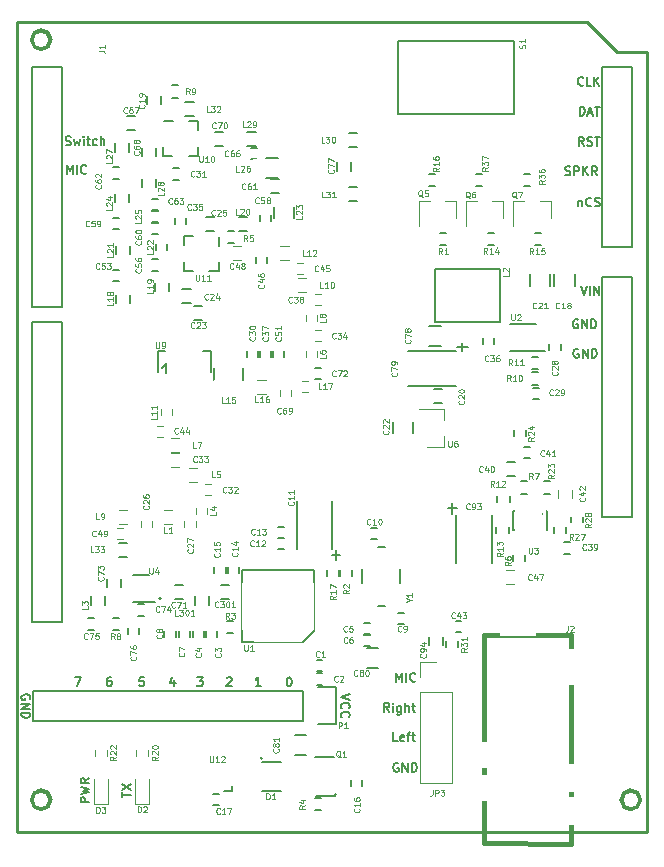
<source format=gto>
G04 #@! TF.FileFunction,Legend,Top*
%FSLAX46Y46*%
G04 Gerber Fmt 4.6, Leading zero omitted, Abs format (unit mm)*
G04 Created by KiCad (PCBNEW 4.0.6) date 10/15/17 15:06:52*
%MOMM*%
%LPD*%
G01*
G04 APERTURE LIST*
%ADD10C,0.150000*%
%ADD11C,0.187500*%
%ADD12C,0.381000*%
%ADD13C,0.152400*%
%ADD14C,0.203200*%
%ADD15C,0.101600*%
%ADD16C,0.635000*%
%ADD17C,0.120000*%
%ADD18C,0.063500*%
%ADD19C,0.127000*%
%ADD20C,0.254000*%
%ADD21C,0.125000*%
%ADD22R,0.650000X0.850000*%
%ADD23R,0.450000X0.690000*%
%ADD24R,0.690000X0.450000*%
%ADD25R,0.630000X0.630000*%
%ADD26R,3.050000X2.250000*%
%ADD27R,3.050000X2.450000*%
%ADD28R,3.050000X3.050000*%
%ADD29C,1.950000*%
%ADD30R,0.504000X1.012000*%
%ADD31R,1.012000X0.504000*%
%ADD32R,3.249740X3.249740*%
%ADD33R,0.798640X1.448880*%
%ADD34R,1.800000X1.550000*%
%ADD35R,1.977200X2.282000*%
%ADD36O,1.977200X2.282000*%
%ADD37R,1.050000X1.000000*%
%ADD38R,1.250760X1.751140*%
%ADD39R,2.248980X3.249740*%
%ADD40R,0.850000X0.750000*%
%ADD41R,0.750000X0.850000*%
%ADD42R,1.000000X1.050000*%
%ADD43R,0.850000X0.650000*%
%ADD44R,1.250000X0.850000*%
%ADD45R,0.950000X0.670000*%
%ADD46R,0.999300X0.648780*%
%ADD47R,1.500000X1.250000*%
%ADD48R,1.250000X1.500000*%
%ADD49C,1.248220*%
%ADD50R,2.480000X2.050000*%
%ADD51R,0.750000X0.550000*%
%ADD52R,1.050000X1.130000*%
%ADD53R,2.050000X2.480000*%
%ADD54R,1.750000X4.250000*%
%ADD55R,1.000000X0.550000*%
%ADD56R,1.125000X0.975000*%
%ADD57R,1.050000X0.850000*%
%ADD58R,1.950000X1.950000*%
%ADD59O,1.950000X1.950000*%
%ADD60R,1.050000X1.150000*%
%ADD61R,1.150000X1.050000*%
%ADD62R,1.349820X2.149920*%
%ADD63R,2.450000X1.250000*%
%ADD64C,2.129600*%
%ADD65C,3.750000*%
%ADD66R,2.250000X4.314000*%
%ADD67R,1.774000X4.314000*%
G04 APERTURE END LIST*
D10*
D11*
X8889286Y-5991428D02*
X8889286Y-5562857D01*
X9639286Y-5777143D02*
X8889286Y-5777143D01*
X8889286Y-5384285D02*
X9639286Y-4884285D01*
X8889286Y-4884285D02*
X9639286Y-5384285D01*
X6139286Y-6420000D02*
X5389286Y-6420000D01*
X5389286Y-6134285D01*
X5425000Y-6062857D01*
X5460714Y-6027142D01*
X5532143Y-5991428D01*
X5639286Y-5991428D01*
X5710714Y-6027142D01*
X5746429Y-6062857D01*
X5782143Y-6134285D01*
X5782143Y-6420000D01*
X5389286Y-5741428D02*
X6139286Y-5562857D01*
X5603571Y-5420000D01*
X6139286Y-5277142D01*
X5389286Y-5098571D01*
X6139286Y-4384285D02*
X5782143Y-4634285D01*
X6139286Y-4812857D02*
X5389286Y-4812857D01*
X5389286Y-4527142D01*
X5425000Y-4455714D01*
X5460714Y-4419999D01*
X5532143Y-4384285D01*
X5639286Y-4384285D01*
X5710714Y-4419999D01*
X5746429Y-4455714D01*
X5782143Y-4527142D01*
X5782143Y-4812857D01*
X47532143Y44540714D02*
X47532143Y44040714D01*
X47532143Y44469286D02*
X47567858Y44505000D01*
X47639286Y44540714D01*
X47746429Y44540714D01*
X47817858Y44505000D01*
X47853572Y44433571D01*
X47853572Y44040714D01*
X48639286Y44112143D02*
X48603572Y44076429D01*
X48496429Y44040714D01*
X48425000Y44040714D01*
X48317857Y44076429D01*
X48246429Y44147857D01*
X48210714Y44219286D01*
X48175000Y44362143D01*
X48175000Y44469286D01*
X48210714Y44612143D01*
X48246429Y44683571D01*
X48317857Y44755000D01*
X48425000Y44790714D01*
X48496429Y44790714D01*
X48603572Y44755000D01*
X48639286Y44719286D01*
X48925000Y44076429D02*
X49032143Y44040714D01*
X49210714Y44040714D01*
X49282143Y44076429D01*
X49317857Y44112143D01*
X49353572Y44183571D01*
X49353572Y44255000D01*
X49317857Y44326429D01*
X49282143Y44362143D01*
X49210714Y44397857D01*
X49067857Y44433571D01*
X48996429Y44469286D01*
X48960714Y44505000D01*
X48925000Y44576429D01*
X48925000Y44647857D01*
X48960714Y44719286D01*
X48996429Y44755000D01*
X49067857Y44790714D01*
X49246429Y44790714D01*
X49353572Y44755000D01*
X23001429Y4190714D02*
X23072857Y4190714D01*
X23144286Y4155000D01*
X23180000Y4119286D01*
X23215714Y4047857D01*
X23251429Y3905000D01*
X23251429Y3726429D01*
X23215714Y3583571D01*
X23180000Y3512143D01*
X23144286Y3476429D01*
X23072857Y3440714D01*
X23001429Y3440714D01*
X22930000Y3476429D01*
X22894286Y3512143D01*
X22858571Y3583571D01*
X22822857Y3726429D01*
X22822857Y3905000D01*
X22858571Y4047857D01*
X22894286Y4119286D01*
X22930000Y4155000D01*
X23001429Y4190714D01*
X20631429Y3440714D02*
X20202857Y3440714D01*
X20417143Y3440714D02*
X20417143Y4190714D01*
X20345714Y4083571D01*
X20274286Y4012143D01*
X20202857Y3976429D01*
X17742857Y4119286D02*
X17778571Y4155000D01*
X17850000Y4190714D01*
X18028571Y4190714D01*
X18100000Y4155000D01*
X18135714Y4119286D01*
X18171429Y4047857D01*
X18171429Y3976429D01*
X18135714Y3869286D01*
X17707143Y3440714D01*
X18171429Y3440714D01*
X15247143Y4190714D02*
X15711429Y4190714D01*
X15461429Y3905000D01*
X15568571Y3905000D01*
X15640000Y3869286D01*
X15675714Y3833571D01*
X15711429Y3762143D01*
X15711429Y3583571D01*
X15675714Y3512143D01*
X15640000Y3476429D01*
X15568571Y3440714D01*
X15354286Y3440714D01*
X15282857Y3476429D01*
X15247143Y3512143D01*
X13320000Y3940714D02*
X13320000Y3440714D01*
X13141429Y4226429D02*
X12962857Y3690714D01*
X13427143Y3690714D01*
X10735714Y4190714D02*
X10378571Y4190714D01*
X10342857Y3833571D01*
X10378571Y3869286D01*
X10450000Y3905000D01*
X10628571Y3905000D01*
X10700000Y3869286D01*
X10735714Y3833571D01*
X10771429Y3762143D01*
X10771429Y3583571D01*
X10735714Y3512143D01*
X10700000Y3476429D01*
X10628571Y3440714D01*
X10450000Y3440714D01*
X10378571Y3476429D01*
X10342857Y3512143D01*
X7960000Y4190714D02*
X7817143Y4190714D01*
X7745714Y4155000D01*
X7710000Y4119286D01*
X7638571Y4012143D01*
X7602857Y3869286D01*
X7602857Y3583571D01*
X7638571Y3512143D01*
X7674286Y3476429D01*
X7745714Y3440714D01*
X7888571Y3440714D01*
X7960000Y3476429D01*
X7995714Y3512143D01*
X8031429Y3583571D01*
X8031429Y3762143D01*
X7995714Y3833571D01*
X7960000Y3869286D01*
X7888571Y3905000D01*
X7745714Y3905000D01*
X7674286Y3869286D01*
X7638571Y3833571D01*
X7602857Y3762143D01*
X4937143Y4190714D02*
X5437143Y4190714D01*
X5115714Y3440714D01*
X28180714Y2728571D02*
X27430714Y2478571D01*
X28180714Y2228571D01*
X27502143Y1550000D02*
X27466429Y1585714D01*
X27430714Y1692857D01*
X27430714Y1764286D01*
X27466429Y1871429D01*
X27537857Y1942857D01*
X27609286Y1978572D01*
X27752143Y2014286D01*
X27859286Y2014286D01*
X28002143Y1978572D01*
X28073571Y1942857D01*
X28145000Y1871429D01*
X28180714Y1764286D01*
X28180714Y1692857D01*
X28145000Y1585714D01*
X28109286Y1550000D01*
X27502143Y800000D02*
X27466429Y835714D01*
X27430714Y942857D01*
X27430714Y1014286D01*
X27466429Y1121429D01*
X27537857Y1192857D01*
X27609286Y1228572D01*
X27752143Y1264286D01*
X27859286Y1264286D01*
X28002143Y1228572D01*
X28073571Y1192857D01*
X28145000Y1121429D01*
X28180714Y1014286D01*
X28180714Y942857D01*
X28145000Y835714D01*
X28109286Y800000D01*
X46430714Y46726429D02*
X46537857Y46690714D01*
X46716428Y46690714D01*
X46787857Y46726429D01*
X46823571Y46762143D01*
X46859286Y46833571D01*
X46859286Y46905000D01*
X46823571Y46976429D01*
X46787857Y47012143D01*
X46716428Y47047857D01*
X46573571Y47083571D01*
X46502143Y47119286D01*
X46466428Y47155000D01*
X46430714Y47226429D01*
X46430714Y47297857D01*
X46466428Y47369286D01*
X46502143Y47405000D01*
X46573571Y47440714D01*
X46752143Y47440714D01*
X46859286Y47405000D01*
X47180714Y46690714D02*
X47180714Y47440714D01*
X47466429Y47440714D01*
X47537857Y47405000D01*
X47573572Y47369286D01*
X47609286Y47297857D01*
X47609286Y47190714D01*
X47573572Y47119286D01*
X47537857Y47083571D01*
X47466429Y47047857D01*
X47180714Y47047857D01*
X47930714Y46690714D02*
X47930714Y47440714D01*
X48359286Y46690714D02*
X48037857Y47119286D01*
X48359286Y47440714D02*
X47930714Y47012143D01*
X49109286Y46690714D02*
X48859286Y47047857D01*
X48680714Y46690714D02*
X48680714Y47440714D01*
X48966429Y47440714D01*
X49037857Y47405000D01*
X49073572Y47369286D01*
X49109286Y47297857D01*
X49109286Y47190714D01*
X49073572Y47119286D01*
X49037857Y47083571D01*
X48966429Y47047857D01*
X48680714Y47047857D01*
X32278572Y-3120000D02*
X32207143Y-3084286D01*
X32100000Y-3084286D01*
X31992857Y-3120000D01*
X31921429Y-3191429D01*
X31885714Y-3262857D01*
X31850000Y-3405714D01*
X31850000Y-3512857D01*
X31885714Y-3655714D01*
X31921429Y-3727143D01*
X31992857Y-3798571D01*
X32100000Y-3834286D01*
X32171429Y-3834286D01*
X32278572Y-3798571D01*
X32314286Y-3762857D01*
X32314286Y-3512857D01*
X32171429Y-3512857D01*
X32635714Y-3834286D02*
X32635714Y-3084286D01*
X33064286Y-3834286D01*
X33064286Y-3084286D01*
X33421428Y-3834286D02*
X33421428Y-3084286D01*
X33600000Y-3084286D01*
X33707143Y-3120000D01*
X33778571Y-3191429D01*
X33814286Y-3262857D01*
X33850000Y-3405714D01*
X33850000Y-3512857D01*
X33814286Y-3655714D01*
X33778571Y-3727143D01*
X33707143Y-3798571D01*
X33600000Y-3834286D01*
X33421428Y-3834286D01*
X32232143Y-1234286D02*
X31875000Y-1234286D01*
X31875000Y-484286D01*
X32767858Y-1198571D02*
X32696429Y-1234286D01*
X32553572Y-1234286D01*
X32482143Y-1198571D01*
X32446429Y-1127143D01*
X32446429Y-841429D01*
X32482143Y-770000D01*
X32553572Y-734286D01*
X32696429Y-734286D01*
X32767858Y-770000D01*
X32803572Y-841429D01*
X32803572Y-912857D01*
X32446429Y-984286D01*
X33017858Y-734286D02*
X33303572Y-734286D01*
X33125000Y-1234286D02*
X33125000Y-591429D01*
X33160715Y-520000D01*
X33232143Y-484286D01*
X33303572Y-484286D01*
X33446429Y-734286D02*
X33732143Y-734286D01*
X33553571Y-484286D02*
X33553571Y-1127143D01*
X33589286Y-1198571D01*
X33660714Y-1234286D01*
X33732143Y-1234286D01*
X31510715Y1265714D02*
X31260715Y1622857D01*
X31082143Y1265714D02*
X31082143Y2015714D01*
X31367858Y2015714D01*
X31439286Y1980000D01*
X31475001Y1944286D01*
X31510715Y1872857D01*
X31510715Y1765714D01*
X31475001Y1694286D01*
X31439286Y1658571D01*
X31367858Y1622857D01*
X31082143Y1622857D01*
X31832143Y1265714D02*
X31832143Y1765714D01*
X31832143Y2015714D02*
X31796429Y1980000D01*
X31832143Y1944286D01*
X31867858Y1980000D01*
X31832143Y2015714D01*
X31832143Y1944286D01*
X32510715Y1765714D02*
X32510715Y1158571D01*
X32475001Y1087143D01*
X32439286Y1051429D01*
X32367858Y1015714D01*
X32260715Y1015714D01*
X32189286Y1051429D01*
X32510715Y1301429D02*
X32439286Y1265714D01*
X32296429Y1265714D01*
X32225001Y1301429D01*
X32189286Y1337143D01*
X32153572Y1408571D01*
X32153572Y1622857D01*
X32189286Y1694286D01*
X32225001Y1730000D01*
X32296429Y1765714D01*
X32439286Y1765714D01*
X32510715Y1730000D01*
X32867857Y1265714D02*
X32867857Y2015714D01*
X33189286Y1265714D02*
X33189286Y1658571D01*
X33153572Y1730000D01*
X33082143Y1765714D01*
X32975000Y1765714D01*
X32903572Y1730000D01*
X32867857Y1694286D01*
X33439286Y1765714D02*
X33725000Y1765714D01*
X33546428Y2015714D02*
X33546428Y1372857D01*
X33582143Y1301429D01*
X33653571Y1265714D01*
X33725000Y1265714D01*
X32096428Y3815714D02*
X32096428Y4565714D01*
X32346428Y4030000D01*
X32596428Y4565714D01*
X32596428Y3815714D01*
X32953571Y3815714D02*
X32953571Y4565714D01*
X33739286Y3887143D02*
X33703572Y3851429D01*
X33596429Y3815714D01*
X33525000Y3815714D01*
X33417857Y3851429D01*
X33346429Y3922857D01*
X33310714Y3994286D01*
X33275000Y4137143D01*
X33275000Y4244286D01*
X33310714Y4387143D01*
X33346429Y4458571D01*
X33417857Y4530000D01*
X33525000Y4565714D01*
X33596429Y4565714D01*
X33703572Y4530000D01*
X33739286Y4494286D01*
X4114286Y49251429D02*
X4221429Y49215714D01*
X4400000Y49215714D01*
X4471429Y49251429D01*
X4507143Y49287143D01*
X4542858Y49358571D01*
X4542858Y49430000D01*
X4507143Y49501429D01*
X4471429Y49537143D01*
X4400000Y49572857D01*
X4257143Y49608571D01*
X4185715Y49644286D01*
X4150000Y49680000D01*
X4114286Y49751429D01*
X4114286Y49822857D01*
X4150000Y49894286D01*
X4185715Y49930000D01*
X4257143Y49965714D01*
X4435715Y49965714D01*
X4542858Y49930000D01*
X4792858Y49715714D02*
X4935715Y49215714D01*
X5078572Y49572857D01*
X5221429Y49215714D01*
X5364286Y49715714D01*
X5650000Y49215714D02*
X5650000Y49715714D01*
X5650000Y49965714D02*
X5614286Y49930000D01*
X5650000Y49894286D01*
X5685715Y49930000D01*
X5650000Y49965714D01*
X5650000Y49894286D01*
X5900001Y49715714D02*
X6185715Y49715714D01*
X6007143Y49965714D02*
X6007143Y49322857D01*
X6042858Y49251429D01*
X6114286Y49215714D01*
X6185715Y49215714D01*
X6757143Y49251429D02*
X6685714Y49215714D01*
X6542857Y49215714D01*
X6471429Y49251429D01*
X6435714Y49287143D01*
X6400000Y49358571D01*
X6400000Y49572857D01*
X6435714Y49644286D01*
X6471429Y49680000D01*
X6542857Y49715714D01*
X6685714Y49715714D01*
X6757143Y49680000D01*
X7078571Y49215714D02*
X7078571Y49965714D01*
X7400000Y49215714D02*
X7400000Y49608571D01*
X7364286Y49680000D01*
X7292857Y49715714D01*
X7185714Y49715714D01*
X7114286Y49680000D01*
X7078571Y49644286D01*
X4221428Y46815714D02*
X4221428Y47565714D01*
X4471428Y47030000D01*
X4721428Y47565714D01*
X4721428Y46815714D01*
X5078571Y46815714D02*
X5078571Y47565714D01*
X5864286Y46887143D02*
X5828572Y46851429D01*
X5721429Y46815714D01*
X5650000Y46815714D01*
X5542857Y46851429D01*
X5471429Y46922857D01*
X5435714Y46994286D01*
X5400000Y47137143D01*
X5400000Y47244286D01*
X5435714Y47387143D01*
X5471429Y47458571D01*
X5542857Y47530000D01*
X5650000Y47565714D01*
X5721429Y47565714D01*
X5828572Y47530000D01*
X5864286Y47494286D01*
X47989286Y49190714D02*
X47739286Y49547857D01*
X47560714Y49190714D02*
X47560714Y49940714D01*
X47846429Y49940714D01*
X47917857Y49905000D01*
X47953572Y49869286D01*
X47989286Y49797857D01*
X47989286Y49690714D01*
X47953572Y49619286D01*
X47917857Y49583571D01*
X47846429Y49547857D01*
X47560714Y49547857D01*
X48275000Y49226429D02*
X48382143Y49190714D01*
X48560714Y49190714D01*
X48632143Y49226429D01*
X48667857Y49262143D01*
X48703572Y49333571D01*
X48703572Y49405000D01*
X48667857Y49476429D01*
X48632143Y49512143D01*
X48560714Y49547857D01*
X48417857Y49583571D01*
X48346429Y49619286D01*
X48310714Y49655000D01*
X48275000Y49726429D01*
X48275000Y49797857D01*
X48310714Y49869286D01*
X48346429Y49905000D01*
X48417857Y49940714D01*
X48596429Y49940714D01*
X48703572Y49905000D01*
X48917858Y49940714D02*
X49346429Y49940714D01*
X49132143Y49190714D02*
X49132143Y49940714D01*
X47478572Y34455000D02*
X47407143Y34490714D01*
X47300000Y34490714D01*
X47192857Y34455000D01*
X47121429Y34383571D01*
X47085714Y34312143D01*
X47050000Y34169286D01*
X47050000Y34062143D01*
X47085714Y33919286D01*
X47121429Y33847857D01*
X47192857Y33776429D01*
X47300000Y33740714D01*
X47371429Y33740714D01*
X47478572Y33776429D01*
X47514286Y33812143D01*
X47514286Y34062143D01*
X47371429Y34062143D01*
X47835714Y33740714D02*
X47835714Y34490714D01*
X48264286Y33740714D01*
X48264286Y34490714D01*
X48621428Y33740714D02*
X48621428Y34490714D01*
X48800000Y34490714D01*
X48907143Y34455000D01*
X48978571Y34383571D01*
X49014286Y34312143D01*
X49050000Y34169286D01*
X49050000Y34062143D01*
X49014286Y33919286D01*
X48978571Y33847857D01*
X48907143Y33776429D01*
X48800000Y33740714D01*
X48621428Y33740714D01*
X47528572Y31955000D02*
X47457143Y31990714D01*
X47350000Y31990714D01*
X47242857Y31955000D01*
X47171429Y31883571D01*
X47135714Y31812143D01*
X47100000Y31669286D01*
X47100000Y31562143D01*
X47135714Y31419286D01*
X47171429Y31347857D01*
X47242857Y31276429D01*
X47350000Y31240714D01*
X47421429Y31240714D01*
X47528572Y31276429D01*
X47564286Y31312143D01*
X47564286Y31562143D01*
X47421429Y31562143D01*
X47885714Y31240714D02*
X47885714Y31990714D01*
X48314286Y31240714D01*
X48314286Y31990714D01*
X48671428Y31240714D02*
X48671428Y31990714D01*
X48850000Y31990714D01*
X48957143Y31955000D01*
X49028571Y31883571D01*
X49064286Y31812143D01*
X49100000Y31669286D01*
X49100000Y31562143D01*
X49064286Y31419286D01*
X49028571Y31347857D01*
X48957143Y31276429D01*
X48850000Y31240714D01*
X48671428Y31240714D01*
X47753572Y37265714D02*
X48003572Y36515714D01*
X48253572Y37265714D01*
X48503571Y36515714D02*
X48503571Y37265714D01*
X48860714Y36515714D02*
X48860714Y37265714D01*
X49289286Y36515714D01*
X49289286Y37265714D01*
X47646428Y51740714D02*
X47646428Y52490714D01*
X47825000Y52490714D01*
X47932143Y52455000D01*
X48003571Y52383571D01*
X48039286Y52312143D01*
X48075000Y52169286D01*
X48075000Y52062143D01*
X48039286Y51919286D01*
X48003571Y51847857D01*
X47932143Y51776429D01*
X47825000Y51740714D01*
X47646428Y51740714D01*
X48360714Y51955000D02*
X48717857Y51955000D01*
X48289286Y51740714D02*
X48539286Y52490714D01*
X48789286Y51740714D01*
X48932143Y52490714D02*
X49360714Y52490714D01*
X49146428Y51740714D02*
X49146428Y52490714D01*
X47953572Y54337143D02*
X47917858Y54301429D01*
X47810715Y54265714D01*
X47739286Y54265714D01*
X47632143Y54301429D01*
X47560715Y54372857D01*
X47525000Y54444286D01*
X47489286Y54587143D01*
X47489286Y54694286D01*
X47525000Y54837143D01*
X47560715Y54908571D01*
X47632143Y54980000D01*
X47739286Y55015714D01*
X47810715Y55015714D01*
X47917858Y54980000D01*
X47953572Y54944286D01*
X48632143Y54265714D02*
X48275000Y54265714D01*
X48275000Y55015714D01*
X48882143Y54265714D02*
X48882143Y55015714D01*
X49310715Y54265714D02*
X48989286Y54694286D01*
X49310715Y55015714D02*
X48882143Y54587143D01*
X1095000Y2308571D02*
X1130714Y2380000D01*
X1130714Y2487143D01*
X1095000Y2594286D01*
X1023571Y2665714D01*
X952143Y2701429D01*
X809286Y2737143D01*
X702143Y2737143D01*
X559286Y2701429D01*
X487857Y2665714D01*
X416429Y2594286D01*
X380714Y2487143D01*
X380714Y2415714D01*
X416429Y2308571D01*
X452143Y2272857D01*
X702143Y2272857D01*
X702143Y2415714D01*
X380714Y1951429D02*
X1130714Y1951429D01*
X380714Y1522857D01*
X1130714Y1522857D01*
X380714Y1165715D02*
X1130714Y1165715D01*
X1130714Y987143D01*
X1095000Y880000D01*
X1023571Y808572D01*
X952143Y772857D01*
X809286Y737143D01*
X702143Y737143D01*
X559286Y772857D01*
X487857Y808572D01*
X416429Y880000D01*
X380714Y987143D01*
X380714Y1165715D01*
D10*
X42900000Y45755000D02*
X43400000Y45755000D01*
X43400000Y46805000D02*
X42900000Y46805000D01*
X17075000Y38605000D02*
X16300000Y38605000D01*
X14125000Y41555000D02*
X14900000Y41555000D01*
X14130000Y38604920D02*
X14905000Y38604920D01*
X17065000Y41485000D02*
X17065000Y40710000D01*
X14125000Y41555000D02*
X14125000Y40780000D01*
X14124920Y38605000D02*
X14124920Y39380000D01*
X17075000Y38605000D02*
X17075000Y39380000D01*
D12*
X46900000Y7730000D02*
X39500000Y7730000D01*
X39500000Y7730000D02*
X39500000Y-9895000D01*
X39500000Y-9895000D02*
X46900000Y-9945000D01*
X46900000Y-9945000D02*
X46900000Y7730000D01*
D13*
X24195500Y7132000D02*
X20004500Y7132000D01*
X20004500Y7132000D02*
X19052000Y7132000D01*
X19052000Y7132000D02*
X19052000Y13228000D01*
X19052000Y13228000D02*
X25148000Y13228000D01*
X25148000Y13228000D02*
X25148000Y8084500D01*
X25148000Y8084500D02*
X24195500Y7132000D01*
D14*
X42037600Y16669740D02*
X42037600Y18290260D01*
X44882400Y18290260D02*
X44882400Y16669740D01*
X44785880Y18290260D02*
X44882400Y18290260D01*
X42037600Y18290260D02*
X42134120Y18290260D01*
X42134120Y16669740D02*
X42037600Y16669740D01*
X44882400Y16669740D02*
X44785880Y16669740D01*
D13*
X44495345Y18011000D02*
G75*
G03X44495345Y18011000I-25145J0D01*
G01*
D10*
X42100000Y51880000D02*
X42100000Y58080000D01*
X42100000Y58080000D02*
X32300000Y58080000D01*
X32300000Y58080000D02*
X32300000Y51880000D01*
X32300000Y51880000D02*
X42100000Y51880000D01*
X24210000Y510000D02*
X1350000Y510000D01*
X1350000Y510000D02*
X1350000Y3050000D01*
X1350000Y3050000D02*
X24210000Y3050000D01*
X27030000Y230000D02*
X25480000Y230000D01*
X24210000Y510000D02*
X24210000Y3050000D01*
X25480000Y3330000D02*
X27030000Y3330000D01*
X27030000Y3330000D02*
X27030000Y230000D01*
X36000000Y27380000D02*
X35300000Y27380000D01*
X35300000Y28580000D02*
X36000000Y28580000D01*
X12250080Y30329340D02*
X12499000Y30629060D01*
X12499000Y30629060D02*
X12600600Y30778920D01*
X12600600Y30778920D02*
X12600600Y29930560D01*
X11899560Y31830480D02*
X11899560Y30029620D01*
X11899560Y31830480D02*
X12549800Y31830480D01*
X16400440Y31830480D02*
X16400440Y30029620D01*
X16400440Y31830480D02*
X15750200Y31830480D01*
X25860000Y5665000D02*
X25360000Y5665000D01*
X25360000Y4715000D02*
X25860000Y4715000D01*
X25860000Y4515000D02*
X25360000Y4515000D01*
X25360000Y3565000D02*
X25860000Y3565000D01*
X16975000Y7630000D02*
X16975000Y8130000D01*
X16025000Y8130000D02*
X16025000Y7630000D01*
X15835000Y7630000D02*
X15835000Y8130000D01*
X14885000Y8130000D02*
X14885000Y7630000D01*
X29900000Y8755000D02*
X29400000Y8755000D01*
X29400000Y7805000D02*
X29900000Y7805000D01*
X29900000Y7755000D02*
X29400000Y7755000D01*
X29400000Y6805000D02*
X29900000Y6805000D01*
X14665000Y7630000D02*
X14665000Y8130000D01*
X13715000Y8130000D02*
X13715000Y7630000D01*
X13425000Y7630000D02*
X13425000Y8130000D01*
X12475000Y8130000D02*
X12475000Y7630000D01*
X32800000Y9655000D02*
X32300000Y9655000D01*
X32300000Y8705000D02*
X32800000Y8705000D01*
X30500000Y16855000D02*
X30000000Y16855000D01*
X30000000Y15905000D02*
X30500000Y15905000D01*
X22620000Y15985000D02*
X22120000Y15985000D01*
X22120000Y15035000D02*
X22620000Y15035000D01*
X22620000Y16935000D02*
X22120000Y16935000D01*
X22120000Y15985000D02*
X22620000Y15985000D01*
X17845000Y13480000D02*
X17845000Y12980000D01*
X18795000Y12980000D02*
X18795000Y13480000D01*
X16705000Y13480000D02*
X16705000Y12980000D01*
X17655000Y12980000D02*
X17655000Y13480000D01*
X29225000Y-5020000D02*
X29225000Y-4520000D01*
X28275000Y-4520000D02*
X28275000Y-5020000D01*
X16600000Y-6645000D02*
X17100000Y-6645000D01*
X17100000Y-5695000D02*
X16600000Y-5695000D01*
X11010000Y52680000D02*
X11010000Y53380000D01*
X12210000Y53380000D02*
X12210000Y52680000D01*
X15700000Y34430000D02*
X15000000Y34430000D01*
X15000000Y35630000D02*
X15700000Y35630000D01*
X14700000Y35830000D02*
X14000000Y35830000D01*
X14000000Y37030000D02*
X14700000Y37030000D01*
X16000000Y43130000D02*
X16700000Y43130000D01*
X16700000Y41930000D02*
X16000000Y41930000D01*
X13750000Y47255000D02*
X13250000Y47255000D01*
X13250000Y46305000D02*
X13750000Y46305000D01*
X13375000Y43030000D02*
X13375000Y42530000D01*
X14325000Y42530000D02*
X14325000Y43030000D01*
X39475000Y32920000D02*
X39475000Y32420000D01*
X40425000Y32420000D02*
X40425000Y32920000D01*
X20575000Y31780000D02*
X20575000Y31280000D01*
X21525000Y31280000D02*
X21525000Y31780000D01*
X46300000Y14645000D02*
X46800000Y14645000D01*
X46800000Y15595000D02*
X46300000Y15595000D01*
X41500000Y22380000D02*
X42200000Y22380000D01*
X42200000Y21180000D02*
X41500000Y21180000D01*
X42900000Y22705000D02*
X43400000Y22705000D01*
X43400000Y23655000D02*
X42900000Y23655000D01*
X37130000Y7975000D02*
X37630000Y7975000D01*
X37630000Y8925000D02*
X37130000Y8925000D01*
X11450000Y38605000D02*
X11950000Y38605000D01*
X11950000Y39555000D02*
X11450000Y39555000D01*
X8100000Y42105000D02*
X8600000Y42105000D01*
X8600000Y43055000D02*
X8100000Y43055000D01*
X11450000Y41705000D02*
X11950000Y41705000D01*
X11950000Y42655000D02*
X11450000Y42655000D01*
X36060000Y7600000D02*
X36060000Y6900000D01*
X34860000Y6900000D02*
X34860000Y7600000D01*
X17800000Y7905000D02*
X18300000Y7905000D01*
X18300000Y8955000D02*
X17800000Y8955000D01*
X41705000Y18990000D02*
X41705000Y19490000D01*
X40655000Y19490000D02*
X40655000Y18990000D01*
X40575000Y16880000D02*
X40575000Y16380000D01*
X41625000Y16380000D02*
X41625000Y16880000D01*
X45110000Y20785000D02*
X44610000Y20785000D01*
X44610000Y19735000D02*
X45110000Y19735000D01*
X42075000Y25080000D02*
X42075000Y24580000D01*
X43125000Y24580000D02*
X43125000Y25080000D01*
X46525000Y16380000D02*
X46525000Y16880000D01*
X45475000Y16880000D02*
X45475000Y16380000D01*
X46905000Y17790000D02*
X46905000Y17290000D01*
X47955000Y17290000D02*
X47955000Y17790000D01*
X37355000Y6710000D02*
X37355000Y7210000D01*
X36305000Y7210000D02*
X36305000Y6710000D01*
X38900000Y45755000D02*
X39400000Y45755000D01*
X39400000Y46805000D02*
X38900000Y46805000D01*
X15325000Y51255000D02*
X15325000Y50480000D01*
X12375000Y48305000D02*
X12375000Y49080000D01*
X15325080Y48310000D02*
X15325080Y49085000D01*
X12445000Y51245000D02*
X13220000Y51245000D01*
X12375000Y48305000D02*
X13150000Y48305000D01*
X15325000Y48304920D02*
X14550000Y48304920D01*
X15325000Y51255000D02*
X14550000Y51255000D01*
D14*
X26897560Y-5868880D02*
X25302440Y-5868880D01*
X26867560Y-2541120D02*
X25272440Y-2541120D01*
D15*
X27075487Y-5747660D02*
G75*
G03X27075487Y-5747660I-96987J0D01*
G01*
D10*
X25200000Y-7095000D02*
X25700000Y-7095000D01*
X25700000Y-6045000D02*
X25200000Y-6045000D01*
X17900000Y40905000D02*
X18400000Y40905000D01*
X18400000Y41955000D02*
X17900000Y41955000D01*
X41995000Y14550000D02*
X41995000Y14050000D01*
X43045000Y14050000D02*
X43045000Y14550000D01*
X43200000Y20755000D02*
X42700000Y20755000D01*
X42700000Y19705000D02*
X43200000Y19705000D01*
D14*
X20752440Y-3021120D02*
X22347560Y-3021120D01*
X20752440Y-5418880D02*
X22347560Y-5418880D01*
D15*
X20768487Y-2692340D02*
G75*
G03X20768487Y-2692340I-96987J0D01*
G01*
D10*
X20575000Y43330000D02*
X20575000Y42830000D01*
X21525000Y42830000D02*
X21525000Y43330000D01*
X17560780Y-5450960D02*
X18170380Y-5450960D01*
X18170380Y-5450960D02*
X18180540Y-5019160D01*
X22200000Y45180000D02*
X21500000Y45180000D01*
X21500000Y46380000D02*
X22200000Y46380000D01*
X10000000Y50530000D02*
X9300000Y50530000D01*
X9300000Y51730000D02*
X10000000Y51730000D01*
X8800000Y12530000D02*
X8800000Y11830000D01*
X7600000Y11830000D02*
X7600000Y12530000D01*
X9550000Y36530000D02*
X9550000Y35830000D01*
X8350000Y35830000D02*
X8350000Y36530000D01*
X12900000Y37580000D02*
X12900000Y36880000D01*
X11700000Y36880000D02*
X11700000Y37580000D01*
X9550000Y40680000D02*
X9550000Y39980000D01*
X8350000Y39980000D02*
X8350000Y40680000D01*
X9500000Y45130000D02*
X9500000Y44430000D01*
X8300000Y44430000D02*
X8300000Y45130000D01*
X9500000Y49380000D02*
X9500000Y48680000D01*
X8300000Y48680000D02*
X8300000Y49380000D01*
X11750000Y46380000D02*
X11750000Y45680000D01*
X10550000Y45680000D02*
X10550000Y46380000D01*
X19475000Y31780000D02*
X19475000Y31280000D01*
X20425000Y31280000D02*
X20425000Y31780000D01*
X21175000Y39280000D02*
X21175000Y39780000D01*
X20225000Y39780000D02*
X20225000Y39280000D01*
X21675000Y31780000D02*
X21675000Y31280000D01*
X22625000Y31280000D02*
X22625000Y31780000D01*
X8150000Y37705000D02*
X8650000Y37705000D01*
X8650000Y38655000D02*
X8150000Y38655000D01*
X8100000Y46405000D02*
X8600000Y46405000D01*
X8600000Y47355000D02*
X8100000Y47355000D01*
X11950000Y44655000D02*
X11450000Y44655000D01*
X11450000Y43705000D02*
X11950000Y43705000D01*
X19850000Y48055000D02*
X20350000Y48055000D01*
X20350000Y49005000D02*
X19850000Y49005000D01*
X11750000Y49030000D02*
X11750000Y48330000D01*
X10550000Y48330000D02*
X10550000Y49030000D01*
X16750000Y50380000D02*
X17450000Y50380000D01*
X17450000Y49180000D02*
X16750000Y49180000D01*
X13350000Y12030000D02*
X14050000Y12030000D01*
X14050000Y10830000D02*
X13350000Y10830000D01*
X25700000Y30355000D02*
X25200000Y30355000D01*
X25200000Y29405000D02*
X25700000Y29405000D01*
X6050000Y8205000D02*
X6550000Y8205000D01*
X6550000Y9155000D02*
X6050000Y9155000D01*
X10325000Y7880000D02*
X10325000Y8380000D01*
X9375000Y8380000D02*
X9375000Y7880000D01*
X12725000Y40380000D02*
X12725000Y40880000D01*
X11775000Y40880000D02*
X11775000Y40380000D01*
X23450000Y43030000D02*
X23450000Y44030000D01*
X21750000Y44030000D02*
X21750000Y43030000D01*
X11950000Y43655000D02*
X11450000Y43655000D01*
X11450000Y42705000D02*
X11950000Y42705000D01*
X22100000Y48130000D02*
X21100000Y48130000D01*
X21100000Y46430000D02*
X22100000Y46430000D01*
X10250000Y9405000D02*
X10750000Y9405000D01*
X10750000Y10355000D02*
X10250000Y10355000D01*
X8600000Y9205000D02*
X8100000Y9205000D01*
X8100000Y8155000D02*
X8600000Y8155000D01*
D16*
X52595802Y-6190000D02*
G75*
G03X52595802Y-6190000I-635802J0D01*
G01*
X2685802Y58160000D02*
G75*
G03X2685802Y58160000I-635802J0D01*
G01*
D10*
X27390000Y14510000D02*
X26640000Y14510000D01*
X27010000Y14070000D02*
X27010000Y14970000D01*
X26700000Y19130000D02*
X26700000Y15030000D01*
X23700000Y19130000D02*
X23700000Y15030000D01*
X12176023Y10860000D02*
G75*
G03X12176023Y10860000I-86023J0D01*
G01*
X11150000Y12830000D02*
X9850000Y12830000D01*
X11725000Y10530000D02*
X9850000Y10530000D01*
X27100000Y47080000D02*
X27100000Y47780000D01*
X28300000Y47780000D02*
X28300000Y47080000D01*
X28100000Y50280000D02*
X28800000Y50280000D01*
X28800000Y49080000D02*
X28100000Y49080000D01*
X28100000Y45680000D02*
X28800000Y45680000D01*
X28800000Y44480000D02*
X28100000Y44480000D01*
X14950000Y51680000D02*
X14250000Y51680000D01*
X14250000Y52880000D02*
X14950000Y52880000D01*
X9300000Y14380000D02*
X8600000Y14380000D01*
X8600000Y15580000D02*
X9300000Y15580000D01*
X13610000Y54305000D02*
X13110000Y54305000D01*
X13110000Y53255000D02*
X13610000Y53255000D01*
X46035000Y31920000D02*
X46035000Y32420000D01*
X45085000Y32420000D02*
X45085000Y31920000D01*
X43680000Y27755000D02*
X44180000Y27755000D01*
X44180000Y28705000D02*
X43680000Y28705000D01*
X37720000Y32520000D02*
X37720000Y31770000D01*
X38160000Y32140000D02*
X37260000Y32140000D01*
X33100000Y31830000D02*
X37200000Y31830000D01*
X33100000Y28830000D02*
X37200000Y28830000D01*
X44080000Y29995000D02*
X43580000Y29995000D01*
X43580000Y28945000D02*
X44080000Y28945000D01*
X43580000Y30285000D02*
X44080000Y30285000D01*
X44080000Y31335000D02*
X43580000Y31335000D01*
X45510000Y38310000D02*
X45510000Y37310000D01*
X47210000Y37310000D02*
X47210000Y38310000D01*
X43430000Y38310000D02*
X43430000Y37310000D01*
X45130000Y37310000D02*
X45130000Y38310000D01*
X35900000Y33930000D02*
X34900000Y33930000D01*
X34900000Y32230000D02*
X35900000Y32230000D01*
X40900000Y34230000D02*
X35400000Y34230000D01*
X35400000Y34230000D02*
X35400000Y38730000D01*
X35400000Y38730000D02*
X40900000Y38730000D01*
X40900000Y38730000D02*
X40900000Y34230000D01*
X33500000Y24830000D02*
X33500000Y25830000D01*
X31800000Y25830000D02*
X31800000Y24830000D01*
X7450000Y11030000D02*
X7450000Y10330000D01*
X6250000Y10330000D02*
X6250000Y11030000D01*
X19500000Y41930000D02*
X18800000Y41930000D01*
X18800000Y43130000D02*
X19500000Y43130000D01*
X19500000Y50380000D02*
X20200000Y50380000D01*
X20200000Y49180000D02*
X19500000Y49180000D01*
X29600000Y4980000D02*
X30600000Y4980000D01*
X30600000Y6680000D02*
X29600000Y6680000D01*
X24500000Y-720000D02*
X23500000Y-720000D01*
X23500000Y-2420000D02*
X24500000Y-2420000D01*
X43905000Y34095000D02*
X41755000Y34095000D01*
X44730000Y31845000D02*
X41755000Y31845000D01*
X17250000Y12030000D02*
X17950000Y12030000D01*
X17950000Y10830000D02*
X17250000Y10830000D01*
X15050000Y10330000D02*
X15050000Y11030000D01*
X16250000Y11030000D02*
X16250000Y10330000D01*
X35850000Y40755000D02*
X36350000Y40755000D01*
X36350000Y41805000D02*
X35850000Y41805000D01*
X27350000Y13230000D02*
X27350000Y12730000D01*
X28400000Y12730000D02*
X28400000Y13230000D01*
X39850000Y40755000D02*
X40350000Y40755000D01*
X40350000Y41805000D02*
X39850000Y41805000D01*
X43850000Y40755000D02*
X44350000Y40755000D01*
X44350000Y41805000D02*
X43850000Y41805000D01*
X34900000Y45755000D02*
X35400000Y45755000D01*
X35400000Y46805000D02*
X34900000Y46805000D01*
X26225000Y13230000D02*
X26225000Y12730000D01*
X27275000Y12730000D02*
X27275000Y13230000D01*
D17*
X10030000Y-6520000D02*
X11170000Y-6520000D01*
X11170000Y-6520000D02*
X11170000Y-4420000D01*
X10030000Y-6520000D02*
X10030000Y-4420000D01*
X6530000Y-6520000D02*
X7670000Y-6520000D01*
X7670000Y-6520000D02*
X7670000Y-4420000D01*
X6530000Y-6520000D02*
X6530000Y-4420000D01*
X11130000Y-2470000D02*
X11130000Y-1970000D01*
X10070000Y-1970000D02*
X10070000Y-2470000D01*
X7630000Y-2470000D02*
X7630000Y-1970000D01*
X6570000Y-1970000D02*
X6570000Y-2470000D01*
X13750000Y21980000D02*
X13050000Y21980000D01*
X13050000Y23180000D02*
X13750000Y23180000D01*
X25700000Y36650000D02*
X25200000Y36650000D01*
X25200000Y35710000D02*
X25700000Y35710000D01*
X15180000Y18530000D02*
X15180000Y18030000D01*
X16120000Y18030000D02*
X16120000Y18530000D01*
X25370000Y31280000D02*
X25370000Y31780000D01*
X24430000Y31780000D02*
X24430000Y31280000D01*
X12180000Y26880000D02*
X12180000Y26380000D01*
X13120000Y26380000D02*
X13120000Y26880000D01*
X22300000Y40680000D02*
X23000000Y40680000D01*
X23000000Y39480000D02*
X22300000Y39480000D01*
X11420000Y16930000D02*
X11420000Y17430000D01*
X10480000Y17430000D02*
X10480000Y16930000D01*
X16450000Y20550000D02*
X15950000Y20550000D01*
X15950000Y19610000D02*
X16450000Y19610000D01*
X34140000Y-4785000D02*
X36800000Y-4785000D01*
X34140000Y2895000D02*
X34140000Y-4785000D01*
X36800000Y2895000D02*
X36800000Y-4785000D01*
X34140000Y2895000D02*
X36800000Y2895000D01*
X34140000Y4165000D02*
X34140000Y5495000D01*
X34140000Y5495000D02*
X35470000Y5495000D01*
X37180000Y44540000D02*
X36250000Y44540000D01*
X34020000Y44540000D02*
X34950000Y44540000D01*
X34020000Y44540000D02*
X34020000Y42380000D01*
X37180000Y44540000D02*
X37180000Y43080000D01*
X41180000Y44540000D02*
X40250000Y44540000D01*
X38020000Y44540000D02*
X38950000Y44540000D01*
X38020000Y44540000D02*
X38020000Y42380000D01*
X41180000Y44540000D02*
X41180000Y43080000D01*
X45180000Y44540000D02*
X44250000Y44540000D01*
X42020000Y44540000D02*
X42950000Y44540000D01*
X42020000Y44540000D02*
X42020000Y42380000D01*
X45180000Y44540000D02*
X45180000Y43080000D01*
X36160000Y23700000D02*
X36160000Y24630000D01*
X36160000Y26860000D02*
X36160000Y25930000D01*
X36160000Y26860000D02*
X34000000Y26860000D01*
X36160000Y23700000D02*
X34700000Y23700000D01*
D14*
X29252340Y12130560D02*
X29252340Y13329440D01*
X30550280Y15229360D02*
X31149720Y15229360D01*
X32447660Y13329440D02*
X32447660Y12130560D01*
X30550280Y10230640D02*
X31149720Y10230640D01*
D17*
X15120000Y16930000D02*
X15120000Y17430000D01*
X14180000Y17430000D02*
X14180000Y16930000D01*
X25700000Y33550000D02*
X25200000Y33550000D01*
X25200000Y32610000D02*
X25700000Y32610000D01*
X46990000Y20060000D02*
X46990000Y19360000D01*
X45790000Y19360000D02*
X45790000Y20060000D01*
X11850000Y24510000D02*
X12350000Y24510000D01*
X12350000Y25450000D02*
X11850000Y25450000D01*
X41420000Y13280000D02*
X42120000Y13280000D01*
X42120000Y12080000D02*
X41420000Y12080000D01*
X9000000Y16800000D02*
X8500000Y16800000D01*
X8500000Y15860000D02*
X9000000Y15860000D01*
X23170000Y27980000D02*
X23170000Y28480000D01*
X22230000Y28480000D02*
X22230000Y27980000D01*
D10*
X36490000Y18470000D02*
X37240000Y18470000D01*
X36870000Y18910000D02*
X36870000Y18010000D01*
X37180000Y13850000D02*
X37180000Y17950000D01*
X40180000Y13850000D02*
X40180000Y17950000D01*
D17*
X12450000Y18330000D02*
X13150000Y18330000D01*
X13150000Y17130000D02*
X12450000Y17130000D01*
X15250000Y20730000D02*
X14550000Y20730000D01*
X14550000Y21930000D02*
X15250000Y21930000D01*
X13750000Y23230000D02*
X13050000Y23230000D01*
X13050000Y24430000D02*
X13750000Y24430000D01*
X25370000Y34380000D02*
X25370000Y34880000D01*
X24430000Y34880000D02*
X24430000Y34380000D01*
X8600000Y18330000D02*
X9300000Y18330000D01*
X9300000Y17130000D02*
X8600000Y17130000D01*
X23800000Y37980000D02*
X24500000Y37980000D01*
X24500000Y36780000D02*
X23800000Y36780000D01*
D10*
X16650000Y30380000D02*
X16650000Y29380000D01*
X19150000Y29380000D02*
X19150000Y30380000D01*
D17*
X21050000Y28180000D02*
X20350000Y28180000D01*
X20350000Y29380000D02*
X21050000Y29380000D01*
X24100000Y28310000D02*
X24600000Y28310000D01*
X24600000Y29250000D02*
X24100000Y29250000D01*
D16*
X2685802Y-6190000D02*
G75*
G03X2685802Y-6190000I-635802J0D01*
G01*
D17*
X19000000Y39480000D02*
X18300000Y39480000D01*
X18300000Y40680000D02*
X19000000Y40680000D01*
D18*
X19167038Y57160000D02*
G75*
G03X19167038Y57160000I-1347038J0D01*
G01*
X19167038Y57160000D02*
G75*
G03X19167038Y57160000I-1347038J0D01*
G01*
D19*
X18987433Y57160000D02*
G75*
G03X18987433Y57160000I-1167433J0D01*
G01*
X16169000Y57160000D02*
X19471000Y57160000D01*
X17820000Y55509000D02*
X17820000Y58811000D01*
X50840000Y3439000D02*
X50840000Y6741000D01*
X49189000Y5090000D02*
X52491000Y5090000D01*
X52007433Y5090000D02*
G75*
G03X52007433Y5090000I-1167433J0D01*
G01*
D18*
X52187038Y5090000D02*
G75*
G03X52187038Y5090000I-1347038J0D01*
G01*
X52187038Y5090000D02*
G75*
G03X52187038Y5090000I-1347038J0D01*
G01*
D20*
X30000Y-8880000D02*
X53370000Y-8880000D01*
X53370000Y57160000D02*
X50830000Y57160000D01*
X50830000Y57160000D02*
X48290000Y59700000D01*
X30000Y59700000D02*
X30000Y-8880000D01*
X48290000Y59700000D02*
X30000Y59700000D01*
X53370000Y-8880000D02*
X53370000Y57160000D01*
D19*
X1300000Y55890000D02*
X3840000Y55890000D01*
X3840000Y55890000D02*
X3840000Y35570000D01*
X3840000Y35570000D02*
X1300000Y35570000D01*
X1300000Y35570000D02*
X1300000Y55890000D01*
X1300000Y34300000D02*
X3840000Y34300000D01*
X3840000Y34300000D02*
X3840000Y8900000D01*
X3840000Y8900000D02*
X1300000Y8900000D01*
X1300000Y8900000D02*
X1300000Y34300000D01*
X49560000Y17790000D02*
X52100000Y17790000D01*
X52100000Y17790000D02*
X52100000Y38110000D01*
X52100000Y38110000D02*
X49560000Y38110000D01*
X49560000Y38110000D02*
X49560000Y17790000D01*
X52100000Y40650000D02*
X49560000Y40650000D01*
X49560000Y40650000D02*
X49560000Y55890000D01*
X49560000Y55890000D02*
X52100000Y55890000D01*
X52100000Y55890000D02*
X52100000Y40650000D01*
D18*
X3917038Y6360000D02*
G75*
G03X3917038Y6360000I-1347038J0D01*
G01*
X3917038Y6360000D02*
G75*
G03X3917038Y6360000I-1347038J0D01*
G01*
X47097038Y57160000D02*
G75*
G03X47097038Y57160000I-1347038J0D01*
G01*
X47097038Y57160000D02*
G75*
G03X47097038Y57160000I-1347038J0D01*
G01*
D19*
X46917433Y57160000D02*
G75*
G03X46917433Y57160000I-1167433J0D01*
G01*
X44099000Y57160000D02*
X47401000Y57160000D01*
X45750000Y55509000D02*
X45750000Y58811000D01*
X3737433Y6360000D02*
G75*
G03X3737433Y6360000I-1167433J0D01*
G01*
X919000Y6360000D02*
X4221000Y6360000D01*
X2570000Y4709000D02*
X2570000Y8011000D01*
D17*
X24200000Y39230000D02*
X23700000Y39230000D01*
X23700000Y38290000D02*
X24200000Y38290000D01*
D10*
X22151400Y1932400D02*
X22151400Y1627600D01*
X23728600Y1932400D02*
X23728600Y1627600D01*
X22151400Y1627600D02*
G75*
G03X23728600Y1627600I788600J0D01*
G01*
X23728600Y1932400D02*
G75*
G03X22151400Y1932400I-788600J0D01*
G01*
X19611400Y1932400D02*
X19611400Y1627600D01*
X21188600Y1932400D02*
X21188600Y1627600D01*
X19611400Y1627600D02*
G75*
G03X21188600Y1627600I788600J0D01*
G01*
X21188600Y1932400D02*
G75*
G03X19611400Y1932400I-788600J0D01*
G01*
X17071400Y1932400D02*
X17071400Y1627600D01*
X18648600Y1932400D02*
X18648600Y1627600D01*
X17071400Y1627600D02*
G75*
G03X18648600Y1627600I788600J0D01*
G01*
X18648600Y1932400D02*
G75*
G03X17071400Y1932400I-788600J0D01*
G01*
X14531400Y1932400D02*
X14531400Y1627600D01*
X16108600Y1932400D02*
X16108600Y1627600D01*
X14531400Y1627600D02*
G75*
G03X16108600Y1627600I788600J0D01*
G01*
X16108600Y1932400D02*
G75*
G03X14531400Y1932400I-788600J0D01*
G01*
X11991400Y1932400D02*
X11991400Y1627600D01*
X13568600Y1932400D02*
X13568600Y1627600D01*
X11991400Y1627600D02*
G75*
G03X13568600Y1627600I788600J0D01*
G01*
X13568600Y1932400D02*
G75*
G03X11991400Y1932400I-788600J0D01*
G01*
X9451400Y1932400D02*
X9451400Y1627600D01*
X11028600Y1932400D02*
X11028600Y1627600D01*
X9451400Y1627600D02*
G75*
G03X11028600Y1627600I788600J0D01*
G01*
X11028600Y1932400D02*
G75*
G03X9451400Y1932400I-788600J0D01*
G01*
X6911400Y1932400D02*
X6911400Y1627600D01*
X8488600Y1932400D02*
X8488600Y1627600D01*
X6911400Y1627600D02*
G75*
G03X8488600Y1627600I788600J0D01*
G01*
X8488600Y1932400D02*
G75*
G03X6911400Y1932400I-788600J0D01*
G01*
X4371400Y1932400D02*
X4371400Y1627600D01*
X5948600Y1932400D02*
X5948600Y1627600D01*
X4371400Y1627600D02*
G75*
G03X5948600Y1627600I788600J0D01*
G01*
X5948600Y1932400D02*
G75*
G03X4371400Y1932400I-788600J0D01*
G01*
X1831400Y1932400D02*
X1831400Y1627600D01*
X3408600Y1932400D02*
X3408600Y1627600D01*
X1831400Y1627600D02*
G75*
G03X3408600Y1627600I788600J0D01*
G01*
X3408600Y1932400D02*
G75*
G03X1831400Y1932400I-788600J0D01*
G01*
X51694800Y26680000D02*
G75*
G03X51694800Y26680000I-864800J0D01*
G01*
X51694800Y29220000D02*
G75*
G03X51694800Y29220000I-864800J0D01*
G01*
X51694800Y41920000D02*
G75*
G03X51694800Y41920000I-864800J0D01*
G01*
X51694800Y44460000D02*
G75*
G03X51694800Y44460000I-864800J0D01*
G01*
X51694800Y47000000D02*
G75*
G03X51694800Y47000000I-864800J0D01*
G01*
X51694800Y49540000D02*
G75*
G03X51694800Y49540000I-864800J0D01*
G01*
X51694800Y52080000D02*
G75*
G03X51694800Y52080000I-864800J0D01*
G01*
X51694800Y54620000D02*
G75*
G03X51694800Y54620000I-864800J0D01*
G01*
X3434800Y15250000D02*
G75*
G03X3434800Y15250000I-864800J0D01*
G01*
X3434800Y49540000D02*
G75*
G03X3434800Y49540000I-864800J0D01*
G01*
X3434800Y47000000D02*
G75*
G03X3434800Y47000000I-864800J0D01*
G01*
X3434800Y44460000D02*
G75*
G03X3434800Y44460000I-864800J0D01*
G01*
X3434800Y41920000D02*
G75*
G03X3434800Y41920000I-864800J0D01*
G01*
X3434800Y39380000D02*
G75*
G03X3434800Y39380000I-864800J0D01*
G01*
X3434800Y36840000D02*
G75*
G03X3434800Y36840000I-864800J0D01*
G01*
X3434800Y33030000D02*
G75*
G03X3434800Y33030000I-864800J0D01*
G01*
X3434800Y30490000D02*
G75*
G03X3434800Y30490000I-864800J0D01*
G01*
X3434800Y27950000D02*
G75*
G03X3434800Y27950000I-864800J0D01*
G01*
X3434800Y25410000D02*
G75*
G03X3434800Y25410000I-864800J0D01*
G01*
X3434800Y22870000D02*
G75*
G03X3434800Y22870000I-864800J0D01*
G01*
X3434800Y20330000D02*
G75*
G03X3434800Y20330000I-864800J0D01*
G01*
X51694800Y31760000D02*
G75*
G03X51694800Y31760000I-864800J0D01*
G01*
X51694800Y34300000D02*
G75*
G03X51694800Y34300000I-864800J0D01*
G01*
X3434800Y17790000D02*
G75*
G03X3434800Y17790000I-864800J0D01*
G01*
X51694800Y24140000D02*
G75*
G03X51694800Y24140000I-864800J0D01*
G01*
X3434800Y54620000D02*
G75*
G03X3434800Y54620000I-864800J0D01*
G01*
X3434800Y52080000D02*
G75*
G03X3434800Y52080000I-864800J0D01*
G01*
X51694800Y36840000D02*
G75*
G03X51694800Y36840000I-864800J0D01*
G01*
X4245000Y6360000D02*
G75*
G03X4245000Y6360000I-1675000J0D01*
G01*
X47430000Y57165000D02*
G75*
G03X47430000Y57165000I-1675000J0D01*
G01*
X19490000Y57160000D02*
G75*
G03X19490000Y57160000I-1675000J0D01*
G01*
X52505000Y5095000D02*
G75*
G03X52505000Y5095000I-1675000J0D01*
G01*
X3434800Y12710000D02*
G75*
G03X3434800Y12710000I-864800J0D01*
G01*
X3434800Y10170000D02*
G75*
G03X3434800Y10170000I-864800J0D01*
G01*
X51694800Y21600000D02*
G75*
G03X51694800Y21600000I-864800J0D01*
G01*
X51694800Y19060000D02*
G75*
G03X51694800Y19060000I-864800J0D01*
G01*
D21*
X44676190Y46258572D02*
X44438095Y46091905D01*
X44676190Y45972858D02*
X44176190Y45972858D01*
X44176190Y46163334D01*
X44200000Y46210953D01*
X44223810Y46234762D01*
X44271429Y46258572D01*
X44342857Y46258572D01*
X44390476Y46234762D01*
X44414286Y46210953D01*
X44438095Y46163334D01*
X44438095Y45972858D01*
X44176190Y46425239D02*
X44176190Y46734762D01*
X44366667Y46568096D01*
X44366667Y46639524D01*
X44390476Y46687143D01*
X44414286Y46710953D01*
X44461905Y46734762D01*
X44580952Y46734762D01*
X44628571Y46710953D01*
X44652381Y46687143D01*
X44676190Y46639524D01*
X44676190Y46496667D01*
X44652381Y46449048D01*
X44628571Y46425239D01*
X44176190Y47163333D02*
X44176190Y47068095D01*
X44200000Y47020476D01*
X44223810Y46996667D01*
X44295238Y46949048D01*
X44390476Y46925238D01*
X44580952Y46925238D01*
X44628571Y46949048D01*
X44652381Y46972857D01*
X44676190Y47020476D01*
X44676190Y47115714D01*
X44652381Y47163333D01*
X44628571Y47187143D01*
X44580952Y47210952D01*
X44461905Y47210952D01*
X44414286Y47187143D01*
X44390476Y47163333D01*
X44366667Y47115714D01*
X44366667Y47020476D01*
X44390476Y46972857D01*
X44414286Y46949048D01*
X44461905Y46925238D01*
X15130953Y38253810D02*
X15130953Y37849048D01*
X15154762Y37801429D01*
X15178572Y37777619D01*
X15226191Y37753810D01*
X15321429Y37753810D01*
X15369048Y37777619D01*
X15392857Y37801429D01*
X15416667Y37849048D01*
X15416667Y38253810D01*
X15916667Y37753810D02*
X15630953Y37753810D01*
X15773810Y37753810D02*
X15773810Y38253810D01*
X15726191Y38182381D01*
X15678572Y38134762D01*
X15630953Y38110952D01*
X16392857Y37753810D02*
X16107143Y37753810D01*
X16250000Y37753810D02*
X16250000Y38253810D01*
X16202381Y38182381D01*
X16154762Y38134762D01*
X16107143Y38110952D01*
X46633334Y8528810D02*
X46633334Y8171667D01*
X46609524Y8100238D01*
X46561905Y8052619D01*
X46490477Y8028810D01*
X46442858Y8028810D01*
X46847619Y8481190D02*
X46871429Y8505000D01*
X46919048Y8528810D01*
X47038095Y8528810D01*
X47085714Y8505000D01*
X47109524Y8481190D01*
X47133333Y8433571D01*
X47133333Y8385952D01*
X47109524Y8314524D01*
X46823810Y8028810D01*
X47133333Y8028810D01*
X19244048Y6903810D02*
X19244048Y6499048D01*
X19267857Y6451429D01*
X19291667Y6427619D01*
X19339286Y6403810D01*
X19434524Y6403810D01*
X19482143Y6427619D01*
X19505952Y6451429D01*
X19529762Y6499048D01*
X19529762Y6903810D01*
X20029762Y6403810D02*
X19744048Y6403810D01*
X19886905Y6403810D02*
X19886905Y6903810D01*
X19839286Y6832381D01*
X19791667Y6784762D01*
X19744048Y6760952D01*
X43319048Y15153810D02*
X43319048Y14749048D01*
X43342857Y14701429D01*
X43366667Y14677619D01*
X43414286Y14653810D01*
X43509524Y14653810D01*
X43557143Y14677619D01*
X43580952Y14701429D01*
X43604762Y14749048D01*
X43604762Y15153810D01*
X43795239Y15153810D02*
X44104762Y15153810D01*
X43938096Y14963333D01*
X44009524Y14963333D01*
X44057143Y14939524D01*
X44080953Y14915714D01*
X44104762Y14868095D01*
X44104762Y14749048D01*
X44080953Y14701429D01*
X44057143Y14677619D01*
X44009524Y14653810D01*
X43866667Y14653810D01*
X43819048Y14677619D01*
X43795239Y14701429D01*
X43002381Y57449048D02*
X43026190Y57520477D01*
X43026190Y57639524D01*
X43002381Y57687143D01*
X42978571Y57710953D01*
X42930952Y57734762D01*
X42883333Y57734762D01*
X42835714Y57710953D01*
X42811905Y57687143D01*
X42788095Y57639524D01*
X42764286Y57544286D01*
X42740476Y57496667D01*
X42716667Y57472858D01*
X42669048Y57449048D01*
X42621429Y57449048D01*
X42573810Y57472858D01*
X42550000Y57496667D01*
X42526190Y57544286D01*
X42526190Y57663334D01*
X42550000Y57734762D01*
X43026190Y58210952D02*
X43026190Y57925238D01*
X43026190Y58068095D02*
X42526190Y58068095D01*
X42597619Y58020476D01*
X42645238Y57972857D01*
X42669048Y57925238D01*
X27230953Y-146190D02*
X27230953Y353810D01*
X27421429Y353810D01*
X27469048Y330000D01*
X27492857Y306190D01*
X27516667Y258571D01*
X27516667Y187143D01*
X27492857Y139524D01*
X27469048Y115714D01*
X27421429Y91905D01*
X27230953Y91905D01*
X27992857Y-146190D02*
X27707143Y-146190D01*
X27850000Y-146190D02*
X27850000Y353810D01*
X27802381Y282381D01*
X27754762Y234762D01*
X27707143Y210952D01*
X37828571Y27608572D02*
X37852381Y27584762D01*
X37876190Y27513334D01*
X37876190Y27465715D01*
X37852381Y27394286D01*
X37804762Y27346667D01*
X37757143Y27322858D01*
X37661905Y27299048D01*
X37590476Y27299048D01*
X37495238Y27322858D01*
X37447619Y27346667D01*
X37400000Y27394286D01*
X37376190Y27465715D01*
X37376190Y27513334D01*
X37400000Y27584762D01*
X37423810Y27608572D01*
X37423810Y27799048D02*
X37400000Y27822858D01*
X37376190Y27870477D01*
X37376190Y27989524D01*
X37400000Y28037143D01*
X37423810Y28060953D01*
X37471429Y28084762D01*
X37519048Y28084762D01*
X37590476Y28060953D01*
X37876190Y27775239D01*
X37876190Y28084762D01*
X37376190Y28394286D02*
X37376190Y28441905D01*
X37400000Y28489524D01*
X37423810Y28513333D01*
X37471429Y28537143D01*
X37566667Y28560952D01*
X37685714Y28560952D01*
X37780952Y28537143D01*
X37828571Y28513333D01*
X37852381Y28489524D01*
X37876190Y28441905D01*
X37876190Y28394286D01*
X37852381Y28346667D01*
X37828571Y28322857D01*
X37780952Y28299048D01*
X37685714Y28275238D01*
X37566667Y28275238D01*
X37471429Y28299048D01*
X37423810Y28322857D01*
X37400000Y28346667D01*
X37376190Y28394286D01*
X11754048Y32548810D02*
X11754048Y32144048D01*
X11777857Y32096429D01*
X11801667Y32072619D01*
X11849286Y32048810D01*
X11944524Y32048810D01*
X11992143Y32072619D01*
X12015952Y32096429D01*
X12039762Y32144048D01*
X12039762Y32548810D01*
X12301667Y32048810D02*
X12396905Y32048810D01*
X12444524Y32072619D01*
X12468334Y32096429D01*
X12515953Y32167857D01*
X12539762Y32263095D01*
X12539762Y32453571D01*
X12515953Y32501190D01*
X12492143Y32525000D01*
X12444524Y32548810D01*
X12349286Y32548810D01*
X12301667Y32525000D01*
X12277858Y32501190D01*
X12254048Y32453571D01*
X12254048Y32334524D01*
X12277858Y32286905D01*
X12301667Y32263095D01*
X12349286Y32239286D01*
X12444524Y32239286D01*
X12492143Y32263095D01*
X12515953Y32286905D01*
X12539762Y32334524D01*
X25616667Y5951429D02*
X25592857Y5927619D01*
X25521429Y5903810D01*
X25473810Y5903810D01*
X25402381Y5927619D01*
X25354762Y5975238D01*
X25330953Y6022857D01*
X25307143Y6118095D01*
X25307143Y6189524D01*
X25330953Y6284762D01*
X25354762Y6332381D01*
X25402381Y6380000D01*
X25473810Y6403810D01*
X25521429Y6403810D01*
X25592857Y6380000D01*
X25616667Y6356190D01*
X26092857Y5903810D02*
X25807143Y5903810D01*
X25950000Y5903810D02*
X25950000Y6403810D01*
X25902381Y6332381D01*
X25854762Y6284762D01*
X25807143Y6260952D01*
X27166667Y3851429D02*
X27142857Y3827619D01*
X27071429Y3803810D01*
X27023810Y3803810D01*
X26952381Y3827619D01*
X26904762Y3875238D01*
X26880953Y3922857D01*
X26857143Y4018095D01*
X26857143Y4089524D01*
X26880953Y4184762D01*
X26904762Y4232381D01*
X26952381Y4280000D01*
X27023810Y4303810D01*
X27071429Y4303810D01*
X27142857Y4280000D01*
X27166667Y4256190D01*
X27357143Y4256190D02*
X27380953Y4280000D01*
X27428572Y4303810D01*
X27547619Y4303810D01*
X27595238Y4280000D01*
X27619048Y4256190D01*
X27642857Y4208571D01*
X27642857Y4160952D01*
X27619048Y4089524D01*
X27333334Y3803810D01*
X27642857Y3803810D01*
X17228571Y6196667D02*
X17252381Y6172857D01*
X17276190Y6101429D01*
X17276190Y6053810D01*
X17252381Y5982381D01*
X17204762Y5934762D01*
X17157143Y5910953D01*
X17061905Y5887143D01*
X16990476Y5887143D01*
X16895238Y5910953D01*
X16847619Y5934762D01*
X16800000Y5982381D01*
X16776190Y6053810D01*
X16776190Y6101429D01*
X16800000Y6172857D01*
X16823810Y6196667D01*
X16776190Y6363334D02*
X16776190Y6672857D01*
X16966667Y6506191D01*
X16966667Y6577619D01*
X16990476Y6625238D01*
X17014286Y6649048D01*
X17061905Y6672857D01*
X17180952Y6672857D01*
X17228571Y6649048D01*
X17252381Y6625238D01*
X17276190Y6577619D01*
X17276190Y6434762D01*
X17252381Y6387143D01*
X17228571Y6363334D01*
X15553571Y6196667D02*
X15577381Y6172857D01*
X15601190Y6101429D01*
X15601190Y6053810D01*
X15577381Y5982381D01*
X15529762Y5934762D01*
X15482143Y5910953D01*
X15386905Y5887143D01*
X15315476Y5887143D01*
X15220238Y5910953D01*
X15172619Y5934762D01*
X15125000Y5982381D01*
X15101190Y6053810D01*
X15101190Y6101429D01*
X15125000Y6172857D01*
X15148810Y6196667D01*
X15267857Y6625238D02*
X15601190Y6625238D01*
X15077381Y6506191D02*
X15434524Y6387143D01*
X15434524Y6696667D01*
X27946667Y8091429D02*
X27922857Y8067619D01*
X27851429Y8043810D01*
X27803810Y8043810D01*
X27732381Y8067619D01*
X27684762Y8115238D01*
X27660953Y8162857D01*
X27637143Y8258095D01*
X27637143Y8329524D01*
X27660953Y8424762D01*
X27684762Y8472381D01*
X27732381Y8520000D01*
X27803810Y8543810D01*
X27851429Y8543810D01*
X27922857Y8520000D01*
X27946667Y8496190D01*
X28399048Y8543810D02*
X28160953Y8543810D01*
X28137143Y8305714D01*
X28160953Y8329524D01*
X28208572Y8353333D01*
X28327619Y8353333D01*
X28375238Y8329524D01*
X28399048Y8305714D01*
X28422857Y8258095D01*
X28422857Y8139048D01*
X28399048Y8091429D01*
X28375238Y8067619D01*
X28327619Y8043810D01*
X28208572Y8043810D01*
X28160953Y8067619D01*
X28137143Y8091429D01*
X27956667Y7131429D02*
X27932857Y7107619D01*
X27861429Y7083810D01*
X27813810Y7083810D01*
X27742381Y7107619D01*
X27694762Y7155238D01*
X27670953Y7202857D01*
X27647143Y7298095D01*
X27647143Y7369524D01*
X27670953Y7464762D01*
X27694762Y7512381D01*
X27742381Y7560000D01*
X27813810Y7583810D01*
X27861429Y7583810D01*
X27932857Y7560000D01*
X27956667Y7536190D01*
X28385238Y7583810D02*
X28290000Y7583810D01*
X28242381Y7560000D01*
X28218572Y7536190D01*
X28170953Y7464762D01*
X28147143Y7369524D01*
X28147143Y7179048D01*
X28170953Y7131429D01*
X28194762Y7107619D01*
X28242381Y7083810D01*
X28337619Y7083810D01*
X28385238Y7107619D01*
X28409048Y7131429D01*
X28432857Y7179048D01*
X28432857Y7298095D01*
X28409048Y7345714D01*
X28385238Y7369524D01*
X28337619Y7393333D01*
X28242381Y7393333D01*
X28194762Y7369524D01*
X28170953Y7345714D01*
X28147143Y7298095D01*
X14128571Y6256667D02*
X14152381Y6232857D01*
X14176190Y6161429D01*
X14176190Y6113810D01*
X14152381Y6042381D01*
X14104762Y5994762D01*
X14057143Y5970953D01*
X13961905Y5947143D01*
X13890476Y5947143D01*
X13795238Y5970953D01*
X13747619Y5994762D01*
X13700000Y6042381D01*
X13676190Y6113810D01*
X13676190Y6161429D01*
X13700000Y6232857D01*
X13723810Y6256667D01*
X13676190Y6423334D02*
X13676190Y6756667D01*
X14176190Y6542381D01*
X12258571Y7796667D02*
X12282381Y7772857D01*
X12306190Y7701429D01*
X12306190Y7653810D01*
X12282381Y7582381D01*
X12234762Y7534762D01*
X12187143Y7510953D01*
X12091905Y7487143D01*
X12020476Y7487143D01*
X11925238Y7510953D01*
X11877619Y7534762D01*
X11830000Y7582381D01*
X11806190Y7653810D01*
X11806190Y7701429D01*
X11830000Y7772857D01*
X11853810Y7796667D01*
X12020476Y8082381D02*
X11996667Y8034762D01*
X11972857Y8010953D01*
X11925238Y7987143D01*
X11901429Y7987143D01*
X11853810Y8010953D01*
X11830000Y8034762D01*
X11806190Y8082381D01*
X11806190Y8177619D01*
X11830000Y8225238D01*
X11853810Y8249048D01*
X11901429Y8272857D01*
X11925238Y8272857D01*
X11972857Y8249048D01*
X11996667Y8225238D01*
X12020476Y8177619D01*
X12020476Y8082381D01*
X12044286Y8034762D01*
X12068095Y8010953D01*
X12115714Y7987143D01*
X12210952Y7987143D01*
X12258571Y8010953D01*
X12282381Y8034762D01*
X12306190Y8082381D01*
X12306190Y8177619D01*
X12282381Y8225238D01*
X12258571Y8249048D01*
X12210952Y8272857D01*
X12115714Y8272857D01*
X12068095Y8249048D01*
X12044286Y8225238D01*
X12020476Y8177619D01*
X32530307Y8089261D02*
X32506497Y8065451D01*
X32435069Y8041642D01*
X32387450Y8041642D01*
X32316021Y8065451D01*
X32268402Y8113070D01*
X32244593Y8160689D01*
X32220783Y8255927D01*
X32220783Y8327356D01*
X32244593Y8422594D01*
X32268402Y8470213D01*
X32316021Y8517832D01*
X32387450Y8541642D01*
X32435069Y8541642D01*
X32506497Y8517832D01*
X32530307Y8494022D01*
X32768402Y8041642D02*
X32863640Y8041642D01*
X32911259Y8065451D01*
X32935069Y8089261D01*
X32982688Y8160689D01*
X33006497Y8255927D01*
X33006497Y8446403D01*
X32982688Y8494022D01*
X32958878Y8517832D01*
X32911259Y8541642D01*
X32816021Y8541642D01*
X32768402Y8517832D01*
X32744593Y8494022D01*
X32720783Y8446403D01*
X32720783Y8327356D01*
X32744593Y8279737D01*
X32768402Y8255927D01*
X32816021Y8232118D01*
X32911259Y8232118D01*
X32958878Y8255927D01*
X32982688Y8279737D01*
X33006497Y8327356D01*
X29923572Y17151429D02*
X29899762Y17127619D01*
X29828334Y17103810D01*
X29780715Y17103810D01*
X29709286Y17127619D01*
X29661667Y17175238D01*
X29637858Y17222857D01*
X29614048Y17318095D01*
X29614048Y17389524D01*
X29637858Y17484762D01*
X29661667Y17532381D01*
X29709286Y17580000D01*
X29780715Y17603810D01*
X29828334Y17603810D01*
X29899762Y17580000D01*
X29923572Y17556190D01*
X30399762Y17103810D02*
X30114048Y17103810D01*
X30256905Y17103810D02*
X30256905Y17603810D01*
X30209286Y17532381D01*
X30161667Y17484762D01*
X30114048Y17460952D01*
X30709286Y17603810D02*
X30756905Y17603810D01*
X30804524Y17580000D01*
X30828333Y17556190D01*
X30852143Y17508571D01*
X30875952Y17413333D01*
X30875952Y17294286D01*
X30852143Y17199048D01*
X30828333Y17151429D01*
X30804524Y17127619D01*
X30756905Y17103810D01*
X30709286Y17103810D01*
X30661667Y17127619D01*
X30637857Y17151429D01*
X30614048Y17199048D01*
X30590238Y17294286D01*
X30590238Y17413333D01*
X30614048Y17508571D01*
X30637857Y17556190D01*
X30661667Y17580000D01*
X30709286Y17603810D01*
X20053572Y15321429D02*
X20029762Y15297619D01*
X19958334Y15273810D01*
X19910715Y15273810D01*
X19839286Y15297619D01*
X19791667Y15345238D01*
X19767858Y15392857D01*
X19744048Y15488095D01*
X19744048Y15559524D01*
X19767858Y15654762D01*
X19791667Y15702381D01*
X19839286Y15750000D01*
X19910715Y15773810D01*
X19958334Y15773810D01*
X20029762Y15750000D01*
X20053572Y15726190D01*
X20529762Y15273810D02*
X20244048Y15273810D01*
X20386905Y15273810D02*
X20386905Y15773810D01*
X20339286Y15702381D01*
X20291667Y15654762D01*
X20244048Y15630952D01*
X20720238Y15726190D02*
X20744048Y15750000D01*
X20791667Y15773810D01*
X20910714Y15773810D01*
X20958333Y15750000D01*
X20982143Y15726190D01*
X21005952Y15678571D01*
X21005952Y15630952D01*
X20982143Y15559524D01*
X20696429Y15273810D01*
X21005952Y15273810D01*
X20128572Y16296429D02*
X20104762Y16272619D01*
X20033334Y16248810D01*
X19985715Y16248810D01*
X19914286Y16272619D01*
X19866667Y16320238D01*
X19842858Y16367857D01*
X19819048Y16463095D01*
X19819048Y16534524D01*
X19842858Y16629762D01*
X19866667Y16677381D01*
X19914286Y16725000D01*
X19985715Y16748810D01*
X20033334Y16748810D01*
X20104762Y16725000D01*
X20128572Y16701190D01*
X20604762Y16248810D02*
X20319048Y16248810D01*
X20461905Y16248810D02*
X20461905Y16748810D01*
X20414286Y16677381D01*
X20366667Y16629762D01*
X20319048Y16605952D01*
X20771429Y16748810D02*
X21080952Y16748810D01*
X20914286Y16558333D01*
X20985714Y16558333D01*
X21033333Y16534524D01*
X21057143Y16510714D01*
X21080952Y16463095D01*
X21080952Y16344048D01*
X21057143Y16296429D01*
X21033333Y16272619D01*
X20985714Y16248810D01*
X20842857Y16248810D01*
X20795238Y16272619D01*
X20771429Y16296429D01*
X18638571Y14728572D02*
X18662381Y14704762D01*
X18686190Y14633334D01*
X18686190Y14585715D01*
X18662381Y14514286D01*
X18614762Y14466667D01*
X18567143Y14442858D01*
X18471905Y14419048D01*
X18400476Y14419048D01*
X18305238Y14442858D01*
X18257619Y14466667D01*
X18210000Y14514286D01*
X18186190Y14585715D01*
X18186190Y14633334D01*
X18210000Y14704762D01*
X18233810Y14728572D01*
X18686190Y15204762D02*
X18686190Y14919048D01*
X18686190Y15061905D02*
X18186190Y15061905D01*
X18257619Y15014286D01*
X18305238Y14966667D01*
X18329048Y14919048D01*
X18352857Y15633333D02*
X18686190Y15633333D01*
X18162381Y15514286D02*
X18519524Y15395238D01*
X18519524Y15704762D01*
X17128571Y14678572D02*
X17152381Y14654762D01*
X17176190Y14583334D01*
X17176190Y14535715D01*
X17152381Y14464286D01*
X17104762Y14416667D01*
X17057143Y14392858D01*
X16961905Y14369048D01*
X16890476Y14369048D01*
X16795238Y14392858D01*
X16747619Y14416667D01*
X16700000Y14464286D01*
X16676190Y14535715D01*
X16676190Y14583334D01*
X16700000Y14654762D01*
X16723810Y14678572D01*
X17176190Y15154762D02*
X17176190Y14869048D01*
X17176190Y15011905D02*
X16676190Y15011905D01*
X16747619Y14964286D01*
X16795238Y14916667D01*
X16819048Y14869048D01*
X16676190Y15607143D02*
X16676190Y15369048D01*
X16914286Y15345238D01*
X16890476Y15369048D01*
X16866667Y15416667D01*
X16866667Y15535714D01*
X16890476Y15583333D01*
X16914286Y15607143D01*
X16961905Y15630952D01*
X17080952Y15630952D01*
X17128571Y15607143D01*
X17152381Y15583333D01*
X17176190Y15535714D01*
X17176190Y15416667D01*
X17152381Y15369048D01*
X17128571Y15345238D01*
X28968571Y-6946428D02*
X28992381Y-6970238D01*
X29016190Y-7041666D01*
X29016190Y-7089285D01*
X28992381Y-7160714D01*
X28944762Y-7208333D01*
X28897143Y-7232142D01*
X28801905Y-7255952D01*
X28730476Y-7255952D01*
X28635238Y-7232142D01*
X28587619Y-7208333D01*
X28540000Y-7160714D01*
X28516190Y-7089285D01*
X28516190Y-7041666D01*
X28540000Y-6970238D01*
X28563810Y-6946428D01*
X29016190Y-6470238D02*
X29016190Y-6755952D01*
X29016190Y-6613095D02*
X28516190Y-6613095D01*
X28587619Y-6660714D01*
X28635238Y-6708333D01*
X28659048Y-6755952D01*
X28516190Y-6041667D02*
X28516190Y-6136905D01*
X28540000Y-6184524D01*
X28563810Y-6208333D01*
X28635238Y-6255952D01*
X28730476Y-6279762D01*
X28920952Y-6279762D01*
X28968571Y-6255952D01*
X28992381Y-6232143D01*
X29016190Y-6184524D01*
X29016190Y-6089286D01*
X28992381Y-6041667D01*
X28968571Y-6017857D01*
X28920952Y-5994048D01*
X28801905Y-5994048D01*
X28754286Y-6017857D01*
X28730476Y-6041667D01*
X28706667Y-6089286D01*
X28706667Y-6184524D01*
X28730476Y-6232143D01*
X28754286Y-6255952D01*
X28801905Y-6279762D01*
X17178572Y-7348571D02*
X17154762Y-7372381D01*
X17083334Y-7396190D01*
X17035715Y-7396190D01*
X16964286Y-7372381D01*
X16916667Y-7324762D01*
X16892858Y-7277143D01*
X16869048Y-7181905D01*
X16869048Y-7110476D01*
X16892858Y-7015238D01*
X16916667Y-6967619D01*
X16964286Y-6920000D01*
X17035715Y-6896190D01*
X17083334Y-6896190D01*
X17154762Y-6920000D01*
X17178572Y-6943810D01*
X17654762Y-7396190D02*
X17369048Y-7396190D01*
X17511905Y-7396190D02*
X17511905Y-6896190D01*
X17464286Y-6967619D01*
X17416667Y-7015238D01*
X17369048Y-7039048D01*
X17821429Y-6896190D02*
X18154762Y-6896190D01*
X17940476Y-7396190D01*
X10763571Y52668572D02*
X10787381Y52644762D01*
X10811190Y52573334D01*
X10811190Y52525715D01*
X10787381Y52454286D01*
X10739762Y52406667D01*
X10692143Y52382858D01*
X10596905Y52359048D01*
X10525476Y52359048D01*
X10430238Y52382858D01*
X10382619Y52406667D01*
X10335000Y52454286D01*
X10311190Y52525715D01*
X10311190Y52573334D01*
X10335000Y52644762D01*
X10358810Y52668572D01*
X10811190Y53144762D02*
X10811190Y52859048D01*
X10811190Y53001905D02*
X10311190Y53001905D01*
X10382619Y52954286D01*
X10430238Y52906667D01*
X10454048Y52859048D01*
X10811190Y53382857D02*
X10811190Y53478095D01*
X10787381Y53525714D01*
X10763571Y53549524D01*
X10692143Y53597143D01*
X10596905Y53620952D01*
X10406429Y53620952D01*
X10358810Y53597143D01*
X10335000Y53573333D01*
X10311190Y53525714D01*
X10311190Y53430476D01*
X10335000Y53382857D01*
X10358810Y53359048D01*
X10406429Y53335238D01*
X10525476Y53335238D01*
X10573095Y53359048D01*
X10596905Y53382857D01*
X10620714Y53430476D01*
X10620714Y53525714D01*
X10596905Y53573333D01*
X10573095Y53597143D01*
X10525476Y53620952D01*
X15028572Y33791429D02*
X15004762Y33767619D01*
X14933334Y33743810D01*
X14885715Y33743810D01*
X14814286Y33767619D01*
X14766667Y33815238D01*
X14742858Y33862857D01*
X14719048Y33958095D01*
X14719048Y34029524D01*
X14742858Y34124762D01*
X14766667Y34172381D01*
X14814286Y34220000D01*
X14885715Y34243810D01*
X14933334Y34243810D01*
X15004762Y34220000D01*
X15028572Y34196190D01*
X15219048Y34196190D02*
X15242858Y34220000D01*
X15290477Y34243810D01*
X15409524Y34243810D01*
X15457143Y34220000D01*
X15480953Y34196190D01*
X15504762Y34148571D01*
X15504762Y34100952D01*
X15480953Y34029524D01*
X15195239Y33743810D01*
X15504762Y33743810D01*
X15671429Y34243810D02*
X15980952Y34243810D01*
X15814286Y34053333D01*
X15885714Y34053333D01*
X15933333Y34029524D01*
X15957143Y34005714D01*
X15980952Y33958095D01*
X15980952Y33839048D01*
X15957143Y33791429D01*
X15933333Y33767619D01*
X15885714Y33743810D01*
X15742857Y33743810D01*
X15695238Y33767619D01*
X15671429Y33791429D01*
X16178572Y36201429D02*
X16154762Y36177619D01*
X16083334Y36153810D01*
X16035715Y36153810D01*
X15964286Y36177619D01*
X15916667Y36225238D01*
X15892858Y36272857D01*
X15869048Y36368095D01*
X15869048Y36439524D01*
X15892858Y36534762D01*
X15916667Y36582381D01*
X15964286Y36630000D01*
X16035715Y36653810D01*
X16083334Y36653810D01*
X16154762Y36630000D01*
X16178572Y36606190D01*
X16369048Y36606190D02*
X16392858Y36630000D01*
X16440477Y36653810D01*
X16559524Y36653810D01*
X16607143Y36630000D01*
X16630953Y36606190D01*
X16654762Y36558571D01*
X16654762Y36510952D01*
X16630953Y36439524D01*
X16345239Y36153810D01*
X16654762Y36153810D01*
X17083333Y36487143D02*
X17083333Y36153810D01*
X16964286Y36677619D02*
X16845238Y36320476D01*
X17154762Y36320476D01*
X16778572Y43301429D02*
X16754762Y43277619D01*
X16683334Y43253810D01*
X16635715Y43253810D01*
X16564286Y43277619D01*
X16516667Y43325238D01*
X16492858Y43372857D01*
X16469048Y43468095D01*
X16469048Y43539524D01*
X16492858Y43634762D01*
X16516667Y43682381D01*
X16564286Y43730000D01*
X16635715Y43753810D01*
X16683334Y43753810D01*
X16754762Y43730000D01*
X16778572Y43706190D01*
X16969048Y43706190D02*
X16992858Y43730000D01*
X17040477Y43753810D01*
X17159524Y43753810D01*
X17207143Y43730000D01*
X17230953Y43706190D01*
X17254762Y43658571D01*
X17254762Y43610952D01*
X17230953Y43539524D01*
X16945239Y43253810D01*
X17254762Y43253810D01*
X17707143Y43753810D02*
X17469048Y43753810D01*
X17445238Y43515714D01*
X17469048Y43539524D01*
X17516667Y43563333D01*
X17635714Y43563333D01*
X17683333Y43539524D01*
X17707143Y43515714D01*
X17730952Y43468095D01*
X17730952Y43349048D01*
X17707143Y43301429D01*
X17683333Y43277619D01*
X17635714Y43253810D01*
X17516667Y43253810D01*
X17469048Y43277619D01*
X17445238Y43301429D01*
X15028572Y46601429D02*
X15004762Y46577619D01*
X14933334Y46553810D01*
X14885715Y46553810D01*
X14814286Y46577619D01*
X14766667Y46625238D01*
X14742858Y46672857D01*
X14719048Y46768095D01*
X14719048Y46839524D01*
X14742858Y46934762D01*
X14766667Y46982381D01*
X14814286Y47030000D01*
X14885715Y47053810D01*
X14933334Y47053810D01*
X15004762Y47030000D01*
X15028572Y47006190D01*
X15195239Y47053810D02*
X15504762Y47053810D01*
X15338096Y46863333D01*
X15409524Y46863333D01*
X15457143Y46839524D01*
X15480953Y46815714D01*
X15504762Y46768095D01*
X15504762Y46649048D01*
X15480953Y46601429D01*
X15457143Y46577619D01*
X15409524Y46553810D01*
X15266667Y46553810D01*
X15219048Y46577619D01*
X15195239Y46601429D01*
X15980952Y46553810D02*
X15695238Y46553810D01*
X15838095Y46553810D02*
X15838095Y47053810D01*
X15790476Y46982381D01*
X15742857Y46934762D01*
X15695238Y46910952D01*
X14728572Y43801429D02*
X14704762Y43777619D01*
X14633334Y43753810D01*
X14585715Y43753810D01*
X14514286Y43777619D01*
X14466667Y43825238D01*
X14442858Y43872857D01*
X14419048Y43968095D01*
X14419048Y44039524D01*
X14442858Y44134762D01*
X14466667Y44182381D01*
X14514286Y44230000D01*
X14585715Y44253810D01*
X14633334Y44253810D01*
X14704762Y44230000D01*
X14728572Y44206190D01*
X14895239Y44253810D02*
X15204762Y44253810D01*
X15038096Y44063333D01*
X15109524Y44063333D01*
X15157143Y44039524D01*
X15180953Y44015714D01*
X15204762Y43968095D01*
X15204762Y43849048D01*
X15180953Y43801429D01*
X15157143Y43777619D01*
X15109524Y43753810D01*
X14966667Y43753810D01*
X14919048Y43777619D01*
X14895239Y43801429D01*
X15657143Y44253810D02*
X15419048Y44253810D01*
X15395238Y44015714D01*
X15419048Y44039524D01*
X15466667Y44063333D01*
X15585714Y44063333D01*
X15633333Y44039524D01*
X15657143Y44015714D01*
X15680952Y43968095D01*
X15680952Y43849048D01*
X15657143Y43801429D01*
X15633333Y43777619D01*
X15585714Y43753810D01*
X15466667Y43753810D01*
X15419048Y43777619D01*
X15395238Y43801429D01*
X39908572Y30981429D02*
X39884762Y30957619D01*
X39813334Y30933810D01*
X39765715Y30933810D01*
X39694286Y30957619D01*
X39646667Y31005238D01*
X39622858Y31052857D01*
X39599048Y31148095D01*
X39599048Y31219524D01*
X39622858Y31314762D01*
X39646667Y31362381D01*
X39694286Y31410000D01*
X39765715Y31433810D01*
X39813334Y31433810D01*
X39884762Y31410000D01*
X39908572Y31386190D01*
X40075239Y31433810D02*
X40384762Y31433810D01*
X40218096Y31243333D01*
X40289524Y31243333D01*
X40337143Y31219524D01*
X40360953Y31195714D01*
X40384762Y31148095D01*
X40384762Y31029048D01*
X40360953Y30981429D01*
X40337143Y30957619D01*
X40289524Y30933810D01*
X40146667Y30933810D01*
X40099048Y30957619D01*
X40075239Y30981429D01*
X40813333Y31433810D02*
X40718095Y31433810D01*
X40670476Y31410000D01*
X40646667Y31386190D01*
X40599048Y31314762D01*
X40575238Y31219524D01*
X40575238Y31029048D01*
X40599048Y30981429D01*
X40622857Y30957619D01*
X40670476Y30933810D01*
X40765714Y30933810D01*
X40813333Y30957619D01*
X40837143Y30981429D01*
X40860952Y31029048D01*
X40860952Y31148095D01*
X40837143Y31195714D01*
X40813333Y31219524D01*
X40765714Y31243333D01*
X40670476Y31243333D01*
X40622857Y31219524D01*
X40599048Y31195714D01*
X40575238Y31148095D01*
X21228571Y32958572D02*
X21252381Y32934762D01*
X21276190Y32863334D01*
X21276190Y32815715D01*
X21252381Y32744286D01*
X21204762Y32696667D01*
X21157143Y32672858D01*
X21061905Y32649048D01*
X20990476Y32649048D01*
X20895238Y32672858D01*
X20847619Y32696667D01*
X20800000Y32744286D01*
X20776190Y32815715D01*
X20776190Y32863334D01*
X20800000Y32934762D01*
X20823810Y32958572D01*
X20776190Y33125239D02*
X20776190Y33434762D01*
X20966667Y33268096D01*
X20966667Y33339524D01*
X20990476Y33387143D01*
X21014286Y33410953D01*
X21061905Y33434762D01*
X21180952Y33434762D01*
X21228571Y33410953D01*
X21252381Y33387143D01*
X21276190Y33339524D01*
X21276190Y33196667D01*
X21252381Y33149048D01*
X21228571Y33125239D01*
X20776190Y33601429D02*
X20776190Y33934762D01*
X21276190Y33720476D01*
X48178572Y15001429D02*
X48154762Y14977619D01*
X48083334Y14953810D01*
X48035715Y14953810D01*
X47964286Y14977619D01*
X47916667Y15025238D01*
X47892858Y15072857D01*
X47869048Y15168095D01*
X47869048Y15239524D01*
X47892858Y15334762D01*
X47916667Y15382381D01*
X47964286Y15430000D01*
X48035715Y15453810D01*
X48083334Y15453810D01*
X48154762Y15430000D01*
X48178572Y15406190D01*
X48345239Y15453810D02*
X48654762Y15453810D01*
X48488096Y15263333D01*
X48559524Y15263333D01*
X48607143Y15239524D01*
X48630953Y15215714D01*
X48654762Y15168095D01*
X48654762Y15049048D01*
X48630953Y15001429D01*
X48607143Y14977619D01*
X48559524Y14953810D01*
X48416667Y14953810D01*
X48369048Y14977619D01*
X48345239Y15001429D01*
X48892857Y14953810D02*
X48988095Y14953810D01*
X49035714Y14977619D01*
X49059524Y15001429D01*
X49107143Y15072857D01*
X49130952Y15168095D01*
X49130952Y15358571D01*
X49107143Y15406190D01*
X49083333Y15430000D01*
X49035714Y15453810D01*
X48940476Y15453810D01*
X48892857Y15430000D01*
X48869048Y15406190D01*
X48845238Y15358571D01*
X48845238Y15239524D01*
X48869048Y15191905D01*
X48892857Y15168095D01*
X48940476Y15144286D01*
X49035714Y15144286D01*
X49083333Y15168095D01*
X49107143Y15191905D01*
X49130952Y15239524D01*
X39428572Y21601429D02*
X39404762Y21577619D01*
X39333334Y21553810D01*
X39285715Y21553810D01*
X39214286Y21577619D01*
X39166667Y21625238D01*
X39142858Y21672857D01*
X39119048Y21768095D01*
X39119048Y21839524D01*
X39142858Y21934762D01*
X39166667Y21982381D01*
X39214286Y22030000D01*
X39285715Y22053810D01*
X39333334Y22053810D01*
X39404762Y22030000D01*
X39428572Y22006190D01*
X39857143Y21887143D02*
X39857143Y21553810D01*
X39738096Y22077619D02*
X39619048Y21720476D01*
X39928572Y21720476D01*
X40214286Y22053810D02*
X40261905Y22053810D01*
X40309524Y22030000D01*
X40333333Y22006190D01*
X40357143Y21958571D01*
X40380952Y21863333D01*
X40380952Y21744286D01*
X40357143Y21649048D01*
X40333333Y21601429D01*
X40309524Y21577619D01*
X40261905Y21553810D01*
X40214286Y21553810D01*
X40166667Y21577619D01*
X40142857Y21601429D01*
X40119048Y21649048D01*
X40095238Y21744286D01*
X40095238Y21863333D01*
X40119048Y21958571D01*
X40142857Y22006190D01*
X40166667Y22030000D01*
X40214286Y22053810D01*
X44628572Y22951429D02*
X44604762Y22927619D01*
X44533334Y22903810D01*
X44485715Y22903810D01*
X44414286Y22927619D01*
X44366667Y22975238D01*
X44342858Y23022857D01*
X44319048Y23118095D01*
X44319048Y23189524D01*
X44342858Y23284762D01*
X44366667Y23332381D01*
X44414286Y23380000D01*
X44485715Y23403810D01*
X44533334Y23403810D01*
X44604762Y23380000D01*
X44628572Y23356190D01*
X45057143Y23237143D02*
X45057143Y22903810D01*
X44938096Y23427619D02*
X44819048Y23070476D01*
X45128572Y23070476D01*
X45580952Y22903810D02*
X45295238Y22903810D01*
X45438095Y22903810D02*
X45438095Y23403810D01*
X45390476Y23332381D01*
X45342857Y23284762D01*
X45295238Y23260952D01*
X37078572Y9221429D02*
X37054762Y9197619D01*
X36983334Y9173810D01*
X36935715Y9173810D01*
X36864286Y9197619D01*
X36816667Y9245238D01*
X36792858Y9292857D01*
X36769048Y9388095D01*
X36769048Y9459524D01*
X36792858Y9554762D01*
X36816667Y9602381D01*
X36864286Y9650000D01*
X36935715Y9673810D01*
X36983334Y9673810D01*
X37054762Y9650000D01*
X37078572Y9626190D01*
X37507143Y9507143D02*
X37507143Y9173810D01*
X37388096Y9697619D02*
X37269048Y9340476D01*
X37578572Y9340476D01*
X37721429Y9673810D02*
X38030952Y9673810D01*
X37864286Y9483333D01*
X37935714Y9483333D01*
X37983333Y9459524D01*
X38007143Y9435714D01*
X38030952Y9388095D01*
X38030952Y9269048D01*
X38007143Y9221429D01*
X37983333Y9197619D01*
X37935714Y9173810D01*
X37792857Y9173810D01*
X37745238Y9197619D01*
X37721429Y9221429D01*
X10478571Y38758572D02*
X10502381Y38734762D01*
X10526190Y38663334D01*
X10526190Y38615715D01*
X10502381Y38544286D01*
X10454762Y38496667D01*
X10407143Y38472858D01*
X10311905Y38449048D01*
X10240476Y38449048D01*
X10145238Y38472858D01*
X10097619Y38496667D01*
X10050000Y38544286D01*
X10026190Y38615715D01*
X10026190Y38663334D01*
X10050000Y38734762D01*
X10073810Y38758572D01*
X10026190Y39210953D02*
X10026190Y38972858D01*
X10264286Y38949048D01*
X10240476Y38972858D01*
X10216667Y39020477D01*
X10216667Y39139524D01*
X10240476Y39187143D01*
X10264286Y39210953D01*
X10311905Y39234762D01*
X10430952Y39234762D01*
X10478571Y39210953D01*
X10502381Y39187143D01*
X10526190Y39139524D01*
X10526190Y39020477D01*
X10502381Y38972858D01*
X10478571Y38949048D01*
X10026190Y39663333D02*
X10026190Y39568095D01*
X10050000Y39520476D01*
X10073810Y39496667D01*
X10145238Y39449048D01*
X10240476Y39425238D01*
X10430952Y39425238D01*
X10478571Y39449048D01*
X10502381Y39472857D01*
X10526190Y39520476D01*
X10526190Y39615714D01*
X10502381Y39663333D01*
X10478571Y39687143D01*
X10430952Y39710952D01*
X10311905Y39710952D01*
X10264286Y39687143D01*
X10240476Y39663333D01*
X10216667Y39615714D01*
X10216667Y39520476D01*
X10240476Y39472857D01*
X10264286Y39449048D01*
X10311905Y39425238D01*
X6118572Y42391429D02*
X6094762Y42367619D01*
X6023334Y42343810D01*
X5975715Y42343810D01*
X5904286Y42367619D01*
X5856667Y42415238D01*
X5832858Y42462857D01*
X5809048Y42558095D01*
X5809048Y42629524D01*
X5832858Y42724762D01*
X5856667Y42772381D01*
X5904286Y42820000D01*
X5975715Y42843810D01*
X6023334Y42843810D01*
X6094762Y42820000D01*
X6118572Y42796190D01*
X6570953Y42843810D02*
X6332858Y42843810D01*
X6309048Y42605714D01*
X6332858Y42629524D01*
X6380477Y42653333D01*
X6499524Y42653333D01*
X6547143Y42629524D01*
X6570953Y42605714D01*
X6594762Y42558095D01*
X6594762Y42439048D01*
X6570953Y42391429D01*
X6547143Y42367619D01*
X6499524Y42343810D01*
X6380477Y42343810D01*
X6332858Y42367619D01*
X6309048Y42391429D01*
X6832857Y42343810D02*
X6928095Y42343810D01*
X6975714Y42367619D01*
X6999524Y42391429D01*
X7047143Y42462857D01*
X7070952Y42558095D01*
X7070952Y42748571D01*
X7047143Y42796190D01*
X7023333Y42820000D01*
X6975714Y42843810D01*
X6880476Y42843810D01*
X6832857Y42820000D01*
X6809048Y42796190D01*
X6785238Y42748571D01*
X6785238Y42629524D01*
X6809048Y42581905D01*
X6832857Y42558095D01*
X6880476Y42534286D01*
X6975714Y42534286D01*
X7023333Y42558095D01*
X7047143Y42581905D01*
X7070952Y42629524D01*
X10478571Y41108572D02*
X10502381Y41084762D01*
X10526190Y41013334D01*
X10526190Y40965715D01*
X10502381Y40894286D01*
X10454762Y40846667D01*
X10407143Y40822858D01*
X10311905Y40799048D01*
X10240476Y40799048D01*
X10145238Y40822858D01*
X10097619Y40846667D01*
X10050000Y40894286D01*
X10026190Y40965715D01*
X10026190Y41013334D01*
X10050000Y41084762D01*
X10073810Y41108572D01*
X10026190Y41537143D02*
X10026190Y41441905D01*
X10050000Y41394286D01*
X10073810Y41370477D01*
X10145238Y41322858D01*
X10240476Y41299048D01*
X10430952Y41299048D01*
X10478571Y41322858D01*
X10502381Y41346667D01*
X10526190Y41394286D01*
X10526190Y41489524D01*
X10502381Y41537143D01*
X10478571Y41560953D01*
X10430952Y41584762D01*
X10311905Y41584762D01*
X10264286Y41560953D01*
X10240476Y41537143D01*
X10216667Y41489524D01*
X10216667Y41394286D01*
X10240476Y41346667D01*
X10264286Y41322858D01*
X10311905Y41299048D01*
X10026190Y41894286D02*
X10026190Y41941905D01*
X10050000Y41989524D01*
X10073810Y42013333D01*
X10121429Y42037143D01*
X10216667Y42060952D01*
X10335714Y42060952D01*
X10430952Y42037143D01*
X10478571Y42013333D01*
X10502381Y41989524D01*
X10526190Y41941905D01*
X10526190Y41894286D01*
X10502381Y41846667D01*
X10478571Y41822857D01*
X10430952Y41799048D01*
X10335714Y41775238D01*
X10216667Y41775238D01*
X10121429Y41799048D01*
X10073810Y41822857D01*
X10050000Y41846667D01*
X10026190Y41894286D01*
X34588571Y6148572D02*
X34612381Y6124762D01*
X34636190Y6053334D01*
X34636190Y6005715D01*
X34612381Y5934286D01*
X34564762Y5886667D01*
X34517143Y5862858D01*
X34421905Y5839048D01*
X34350476Y5839048D01*
X34255238Y5862858D01*
X34207619Y5886667D01*
X34160000Y5934286D01*
X34136190Y6005715D01*
X34136190Y6053334D01*
X34160000Y6124762D01*
X34183810Y6148572D01*
X34636190Y6386667D02*
X34636190Y6481905D01*
X34612381Y6529524D01*
X34588571Y6553334D01*
X34517143Y6600953D01*
X34421905Y6624762D01*
X34231429Y6624762D01*
X34183810Y6600953D01*
X34160000Y6577143D01*
X34136190Y6529524D01*
X34136190Y6434286D01*
X34160000Y6386667D01*
X34183810Y6362858D01*
X34231429Y6339048D01*
X34350476Y6339048D01*
X34398095Y6362858D01*
X34421905Y6386667D01*
X34445714Y6434286D01*
X34445714Y6529524D01*
X34421905Y6577143D01*
X34398095Y6600953D01*
X34350476Y6624762D01*
X34302857Y7053333D02*
X34636190Y7053333D01*
X34112381Y6934286D02*
X34469524Y6815238D01*
X34469524Y7124762D01*
X17991667Y9153810D02*
X17825000Y9391905D01*
X17705953Y9153810D02*
X17705953Y9653810D01*
X17896429Y9653810D01*
X17944048Y9630000D01*
X17967857Y9606190D01*
X17991667Y9558571D01*
X17991667Y9487143D01*
X17967857Y9439524D01*
X17944048Y9415714D01*
X17896429Y9391905D01*
X17705953Y9391905D01*
X18158334Y9653810D02*
X18467857Y9653810D01*
X18301191Y9463333D01*
X18372619Y9463333D01*
X18420238Y9439524D01*
X18444048Y9415714D01*
X18467857Y9368095D01*
X18467857Y9249048D01*
X18444048Y9201429D01*
X18420238Y9177619D01*
X18372619Y9153810D01*
X18229762Y9153810D01*
X18182143Y9177619D01*
X18158334Y9201429D01*
X40378572Y20303810D02*
X40211905Y20541905D01*
X40092858Y20303810D02*
X40092858Y20803810D01*
X40283334Y20803810D01*
X40330953Y20780000D01*
X40354762Y20756190D01*
X40378572Y20708571D01*
X40378572Y20637143D01*
X40354762Y20589524D01*
X40330953Y20565714D01*
X40283334Y20541905D01*
X40092858Y20541905D01*
X40854762Y20303810D02*
X40569048Y20303810D01*
X40711905Y20303810D02*
X40711905Y20803810D01*
X40664286Y20732381D01*
X40616667Y20684762D01*
X40569048Y20660952D01*
X41045238Y20756190D02*
X41069048Y20780000D01*
X41116667Y20803810D01*
X41235714Y20803810D01*
X41283333Y20780000D01*
X41307143Y20756190D01*
X41330952Y20708571D01*
X41330952Y20660952D01*
X41307143Y20589524D01*
X41021429Y20303810D01*
X41330952Y20303810D01*
X41126190Y14708572D02*
X40888095Y14541905D01*
X41126190Y14422858D02*
X40626190Y14422858D01*
X40626190Y14613334D01*
X40650000Y14660953D01*
X40673810Y14684762D01*
X40721429Y14708572D01*
X40792857Y14708572D01*
X40840476Y14684762D01*
X40864286Y14660953D01*
X40888095Y14613334D01*
X40888095Y14422858D01*
X41126190Y15184762D02*
X41126190Y14899048D01*
X41126190Y15041905D02*
X40626190Y15041905D01*
X40697619Y14994286D01*
X40745238Y14946667D01*
X40769048Y14899048D01*
X40626190Y15351429D02*
X40626190Y15660952D01*
X40816667Y15494286D01*
X40816667Y15565714D01*
X40840476Y15613333D01*
X40864286Y15637143D01*
X40911905Y15660952D01*
X41030952Y15660952D01*
X41078571Y15637143D01*
X41102381Y15613333D01*
X41126190Y15565714D01*
X41126190Y15422857D01*
X41102381Y15375238D01*
X41078571Y15351429D01*
X45476190Y21308572D02*
X45238095Y21141905D01*
X45476190Y21022858D02*
X44976190Y21022858D01*
X44976190Y21213334D01*
X45000000Y21260953D01*
X45023810Y21284762D01*
X45071429Y21308572D01*
X45142857Y21308572D01*
X45190476Y21284762D01*
X45214286Y21260953D01*
X45238095Y21213334D01*
X45238095Y21022858D01*
X45023810Y21499048D02*
X45000000Y21522858D01*
X44976190Y21570477D01*
X44976190Y21689524D01*
X45000000Y21737143D01*
X45023810Y21760953D01*
X45071429Y21784762D01*
X45119048Y21784762D01*
X45190476Y21760953D01*
X45476190Y21475239D01*
X45476190Y21784762D01*
X44976190Y21951429D02*
X44976190Y22260952D01*
X45166667Y22094286D01*
X45166667Y22165714D01*
X45190476Y22213333D01*
X45214286Y22237143D01*
X45261905Y22260952D01*
X45380952Y22260952D01*
X45428571Y22237143D01*
X45452381Y22213333D01*
X45476190Y22165714D01*
X45476190Y22022857D01*
X45452381Y21975238D01*
X45428571Y21951429D01*
X43781190Y24498572D02*
X43543095Y24331905D01*
X43781190Y24212858D02*
X43281190Y24212858D01*
X43281190Y24403334D01*
X43305000Y24450953D01*
X43328810Y24474762D01*
X43376429Y24498572D01*
X43447857Y24498572D01*
X43495476Y24474762D01*
X43519286Y24450953D01*
X43543095Y24403334D01*
X43543095Y24212858D01*
X43328810Y24689048D02*
X43305000Y24712858D01*
X43281190Y24760477D01*
X43281190Y24879524D01*
X43305000Y24927143D01*
X43328810Y24950953D01*
X43376429Y24974762D01*
X43424048Y24974762D01*
X43495476Y24950953D01*
X43781190Y24665239D01*
X43781190Y24974762D01*
X43447857Y25403333D02*
X43781190Y25403333D01*
X43257381Y25284286D02*
X43614524Y25165238D01*
X43614524Y25474762D01*
X47078572Y15828810D02*
X46911905Y16066905D01*
X46792858Y15828810D02*
X46792858Y16328810D01*
X46983334Y16328810D01*
X47030953Y16305000D01*
X47054762Y16281190D01*
X47078572Y16233571D01*
X47078572Y16162143D01*
X47054762Y16114524D01*
X47030953Y16090714D01*
X46983334Y16066905D01*
X46792858Y16066905D01*
X47269048Y16281190D02*
X47292858Y16305000D01*
X47340477Y16328810D01*
X47459524Y16328810D01*
X47507143Y16305000D01*
X47530953Y16281190D01*
X47554762Y16233571D01*
X47554762Y16185952D01*
X47530953Y16114524D01*
X47245239Y15828810D01*
X47554762Y15828810D01*
X47721429Y16328810D02*
X48054762Y16328810D01*
X47840476Y15828810D01*
X48601190Y17158572D02*
X48363095Y16991905D01*
X48601190Y16872858D02*
X48101190Y16872858D01*
X48101190Y17063334D01*
X48125000Y17110953D01*
X48148810Y17134762D01*
X48196429Y17158572D01*
X48267857Y17158572D01*
X48315476Y17134762D01*
X48339286Y17110953D01*
X48363095Y17063334D01*
X48363095Y16872858D01*
X48148810Y17349048D02*
X48125000Y17372858D01*
X48101190Y17420477D01*
X48101190Y17539524D01*
X48125000Y17587143D01*
X48148810Y17610953D01*
X48196429Y17634762D01*
X48244048Y17634762D01*
X48315476Y17610953D01*
X48601190Y17325239D01*
X48601190Y17634762D01*
X48315476Y17920476D02*
X48291667Y17872857D01*
X48267857Y17849048D01*
X48220238Y17825238D01*
X48196429Y17825238D01*
X48148810Y17849048D01*
X48125000Y17872857D01*
X48101190Y17920476D01*
X48101190Y18015714D01*
X48125000Y18063333D01*
X48148810Y18087143D01*
X48196429Y18110952D01*
X48220238Y18110952D01*
X48267857Y18087143D01*
X48291667Y18063333D01*
X48315476Y18015714D01*
X48315476Y17920476D01*
X48339286Y17872857D01*
X48363095Y17849048D01*
X48410714Y17825238D01*
X48505952Y17825238D01*
X48553571Y17849048D01*
X48577381Y17872857D01*
X48601190Y17920476D01*
X48601190Y18015714D01*
X48577381Y18063333D01*
X48553571Y18087143D01*
X48505952Y18110952D01*
X48410714Y18110952D01*
X48363095Y18087143D01*
X48339286Y18063333D01*
X48315476Y18015714D01*
X38096190Y6638572D02*
X37858095Y6471905D01*
X38096190Y6352858D02*
X37596190Y6352858D01*
X37596190Y6543334D01*
X37620000Y6590953D01*
X37643810Y6614762D01*
X37691429Y6638572D01*
X37762857Y6638572D01*
X37810476Y6614762D01*
X37834286Y6590953D01*
X37858095Y6543334D01*
X37858095Y6352858D01*
X37596190Y6805239D02*
X37596190Y7114762D01*
X37786667Y6948096D01*
X37786667Y7019524D01*
X37810476Y7067143D01*
X37834286Y7090953D01*
X37881905Y7114762D01*
X38000952Y7114762D01*
X38048571Y7090953D01*
X38072381Y7067143D01*
X38096190Y7019524D01*
X38096190Y6876667D01*
X38072381Y6829048D01*
X38048571Y6805239D01*
X38096190Y7590952D02*
X38096190Y7305238D01*
X38096190Y7448095D02*
X37596190Y7448095D01*
X37667619Y7400476D01*
X37715238Y7352857D01*
X37739048Y7305238D01*
X39876190Y47358572D02*
X39638095Y47191905D01*
X39876190Y47072858D02*
X39376190Y47072858D01*
X39376190Y47263334D01*
X39400000Y47310953D01*
X39423810Y47334762D01*
X39471429Y47358572D01*
X39542857Y47358572D01*
X39590476Y47334762D01*
X39614286Y47310953D01*
X39638095Y47263334D01*
X39638095Y47072858D01*
X39376190Y47525239D02*
X39376190Y47834762D01*
X39566667Y47668096D01*
X39566667Y47739524D01*
X39590476Y47787143D01*
X39614286Y47810953D01*
X39661905Y47834762D01*
X39780952Y47834762D01*
X39828571Y47810953D01*
X39852381Y47787143D01*
X39876190Y47739524D01*
X39876190Y47596667D01*
X39852381Y47549048D01*
X39828571Y47525239D01*
X39376190Y48001429D02*
X39376190Y48334762D01*
X39876190Y48120476D01*
X15430953Y48303810D02*
X15430953Y47899048D01*
X15454762Y47851429D01*
X15478572Y47827619D01*
X15526191Y47803810D01*
X15621429Y47803810D01*
X15669048Y47827619D01*
X15692857Y47851429D01*
X15716667Y47899048D01*
X15716667Y48303810D01*
X16216667Y47803810D02*
X15930953Y47803810D01*
X16073810Y47803810D02*
X16073810Y48303810D01*
X16026191Y48232381D01*
X15978572Y48184762D01*
X15930953Y48160952D01*
X16526191Y48303810D02*
X16573810Y48303810D01*
X16621429Y48280000D01*
X16645238Y48256190D01*
X16669048Y48208571D01*
X16692857Y48113333D01*
X16692857Y47994286D01*
X16669048Y47899048D01*
X16645238Y47851429D01*
X16621429Y47827619D01*
X16573810Y47803810D01*
X16526191Y47803810D01*
X16478572Y47827619D01*
X16454762Y47851429D01*
X16430953Y47899048D01*
X16407143Y47994286D01*
X16407143Y48113333D01*
X16430953Y48208571D01*
X16454762Y48256190D01*
X16478572Y48280000D01*
X16526191Y48303810D01*
X27402381Y-2598810D02*
X27354762Y-2575000D01*
X27307143Y-2527381D01*
X27235714Y-2455952D01*
X27188095Y-2432143D01*
X27140476Y-2432143D01*
X27164286Y-2551190D02*
X27116667Y-2527381D01*
X27069048Y-2479762D01*
X27045238Y-2384524D01*
X27045238Y-2217857D01*
X27069048Y-2122619D01*
X27116667Y-2075000D01*
X27164286Y-2051190D01*
X27259524Y-2051190D01*
X27307143Y-2075000D01*
X27354762Y-2122619D01*
X27378571Y-2217857D01*
X27378571Y-2384524D01*
X27354762Y-2479762D01*
X27307143Y-2527381D01*
X27259524Y-2551190D01*
X27164286Y-2551190D01*
X27854762Y-2551190D02*
X27569048Y-2551190D01*
X27711905Y-2551190D02*
X27711905Y-2051190D01*
X27664286Y-2122619D01*
X27616667Y-2170238D01*
X27569048Y-2194048D01*
X24406190Y-6673333D02*
X24168095Y-6840000D01*
X24406190Y-6959047D02*
X23906190Y-6959047D01*
X23906190Y-6768571D01*
X23930000Y-6720952D01*
X23953810Y-6697143D01*
X24001429Y-6673333D01*
X24072857Y-6673333D01*
X24120476Y-6697143D01*
X24144286Y-6720952D01*
X24168095Y-6768571D01*
X24168095Y-6959047D01*
X24072857Y-6244762D02*
X24406190Y-6244762D01*
X23882381Y-6363809D02*
X24239524Y-6482857D01*
X24239524Y-6173333D01*
X19516667Y41103810D02*
X19350000Y41341905D01*
X19230953Y41103810D02*
X19230953Y41603810D01*
X19421429Y41603810D01*
X19469048Y41580000D01*
X19492857Y41556190D01*
X19516667Y41508571D01*
X19516667Y41437143D01*
X19492857Y41389524D01*
X19469048Y41365714D01*
X19421429Y41341905D01*
X19230953Y41341905D01*
X19969048Y41603810D02*
X19730953Y41603810D01*
X19707143Y41365714D01*
X19730953Y41389524D01*
X19778572Y41413333D01*
X19897619Y41413333D01*
X19945238Y41389524D01*
X19969048Y41365714D01*
X19992857Y41318095D01*
X19992857Y41199048D01*
X19969048Y41151429D01*
X19945238Y41127619D01*
X19897619Y41103810D01*
X19778572Y41103810D01*
X19730953Y41127619D01*
X19707143Y41151429D01*
X41826190Y13946667D02*
X41588095Y13780000D01*
X41826190Y13660953D02*
X41326190Y13660953D01*
X41326190Y13851429D01*
X41350000Y13899048D01*
X41373810Y13922857D01*
X41421429Y13946667D01*
X41492857Y13946667D01*
X41540476Y13922857D01*
X41564286Y13899048D01*
X41588095Y13851429D01*
X41588095Y13660953D01*
X41326190Y14375238D02*
X41326190Y14280000D01*
X41350000Y14232381D01*
X41373810Y14208572D01*
X41445238Y14160953D01*
X41540476Y14137143D01*
X41730952Y14137143D01*
X41778571Y14160953D01*
X41802381Y14184762D01*
X41826190Y14232381D01*
X41826190Y14327619D01*
X41802381Y14375238D01*
X41778571Y14399048D01*
X41730952Y14422857D01*
X41611905Y14422857D01*
X41564286Y14399048D01*
X41540476Y14375238D01*
X41516667Y14327619D01*
X41516667Y14232381D01*
X41540476Y14184762D01*
X41564286Y14160953D01*
X41611905Y14137143D01*
X43666667Y20953810D02*
X43500000Y21191905D01*
X43380953Y20953810D02*
X43380953Y21453810D01*
X43571429Y21453810D01*
X43619048Y21430000D01*
X43642857Y21406190D01*
X43666667Y21358571D01*
X43666667Y21287143D01*
X43642857Y21239524D01*
X43619048Y21215714D01*
X43571429Y21191905D01*
X43380953Y21191905D01*
X43833334Y21453810D02*
X44166667Y21453810D01*
X43952381Y20953810D01*
X21125953Y-6151190D02*
X21125953Y-5651190D01*
X21245000Y-5651190D01*
X21316429Y-5675000D01*
X21364048Y-5722619D01*
X21387857Y-5770238D01*
X21411667Y-5865476D01*
X21411667Y-5936905D01*
X21387857Y-6032143D01*
X21364048Y-6079762D01*
X21316429Y-6127381D01*
X21245000Y-6151190D01*
X21125953Y-6151190D01*
X21887857Y-6151190D02*
X21602143Y-6151190D01*
X21745000Y-6151190D02*
X21745000Y-5651190D01*
X21697381Y-5722619D01*
X21649762Y-5770238D01*
X21602143Y-5794048D01*
X20478572Y44351429D02*
X20454762Y44327619D01*
X20383334Y44303810D01*
X20335715Y44303810D01*
X20264286Y44327619D01*
X20216667Y44375238D01*
X20192858Y44422857D01*
X20169048Y44518095D01*
X20169048Y44589524D01*
X20192858Y44684762D01*
X20216667Y44732381D01*
X20264286Y44780000D01*
X20335715Y44803810D01*
X20383334Y44803810D01*
X20454762Y44780000D01*
X20478572Y44756190D01*
X20930953Y44803810D02*
X20692858Y44803810D01*
X20669048Y44565714D01*
X20692858Y44589524D01*
X20740477Y44613333D01*
X20859524Y44613333D01*
X20907143Y44589524D01*
X20930953Y44565714D01*
X20954762Y44518095D01*
X20954762Y44399048D01*
X20930953Y44351429D01*
X20907143Y44327619D01*
X20859524Y44303810D01*
X20740477Y44303810D01*
X20692858Y44327619D01*
X20669048Y44351429D01*
X21240476Y44589524D02*
X21192857Y44613333D01*
X21169048Y44637143D01*
X21145238Y44684762D01*
X21145238Y44708571D01*
X21169048Y44756190D01*
X21192857Y44780000D01*
X21240476Y44803810D01*
X21335714Y44803810D01*
X21383333Y44780000D01*
X21407143Y44756190D01*
X21430952Y44708571D01*
X21430952Y44684762D01*
X21407143Y44637143D01*
X21383333Y44613333D01*
X21335714Y44589524D01*
X21240476Y44589524D01*
X21192857Y44565714D01*
X21169048Y44541905D01*
X21145238Y44494286D01*
X21145238Y44399048D01*
X21169048Y44351429D01*
X21192857Y44327619D01*
X21240476Y44303810D01*
X21335714Y44303810D01*
X21383333Y44327619D01*
X21407143Y44351429D01*
X21430952Y44399048D01*
X21430952Y44494286D01*
X21407143Y44541905D01*
X21383333Y44565714D01*
X21335714Y44589524D01*
X16325953Y-2491190D02*
X16325953Y-2895952D01*
X16349762Y-2943571D01*
X16373572Y-2967381D01*
X16421191Y-2991190D01*
X16516429Y-2991190D01*
X16564048Y-2967381D01*
X16587857Y-2943571D01*
X16611667Y-2895952D01*
X16611667Y-2491190D01*
X17111667Y-2991190D02*
X16825953Y-2991190D01*
X16968810Y-2991190D02*
X16968810Y-2491190D01*
X16921191Y-2562619D01*
X16873572Y-2610238D01*
X16825953Y-2634048D01*
X17302143Y-2538810D02*
X17325953Y-2515000D01*
X17373572Y-2491190D01*
X17492619Y-2491190D01*
X17540238Y-2515000D01*
X17564048Y-2538810D01*
X17587857Y-2586429D01*
X17587857Y-2634048D01*
X17564048Y-2705476D01*
X17278334Y-2991190D01*
X17587857Y-2991190D01*
X19328572Y45551429D02*
X19304762Y45527619D01*
X19233334Y45503810D01*
X19185715Y45503810D01*
X19114286Y45527619D01*
X19066667Y45575238D01*
X19042858Y45622857D01*
X19019048Y45718095D01*
X19019048Y45789524D01*
X19042858Y45884762D01*
X19066667Y45932381D01*
X19114286Y45980000D01*
X19185715Y46003810D01*
X19233334Y46003810D01*
X19304762Y45980000D01*
X19328572Y45956190D01*
X19757143Y46003810D02*
X19661905Y46003810D01*
X19614286Y45980000D01*
X19590477Y45956190D01*
X19542858Y45884762D01*
X19519048Y45789524D01*
X19519048Y45599048D01*
X19542858Y45551429D01*
X19566667Y45527619D01*
X19614286Y45503810D01*
X19709524Y45503810D01*
X19757143Y45527619D01*
X19780953Y45551429D01*
X19804762Y45599048D01*
X19804762Y45718095D01*
X19780953Y45765714D01*
X19757143Y45789524D01*
X19709524Y45813333D01*
X19614286Y45813333D01*
X19566667Y45789524D01*
X19542858Y45765714D01*
X19519048Y45718095D01*
X20280952Y45503810D02*
X19995238Y45503810D01*
X20138095Y45503810D02*
X20138095Y46003810D01*
X20090476Y45932381D01*
X20042857Y45884762D01*
X19995238Y45860952D01*
X9318572Y51991429D02*
X9294762Y51967619D01*
X9223334Y51943810D01*
X9175715Y51943810D01*
X9104286Y51967619D01*
X9056667Y52015238D01*
X9032858Y52062857D01*
X9009048Y52158095D01*
X9009048Y52229524D01*
X9032858Y52324762D01*
X9056667Y52372381D01*
X9104286Y52420000D01*
X9175715Y52443810D01*
X9223334Y52443810D01*
X9294762Y52420000D01*
X9318572Y52396190D01*
X9747143Y52443810D02*
X9651905Y52443810D01*
X9604286Y52420000D01*
X9580477Y52396190D01*
X9532858Y52324762D01*
X9509048Y52229524D01*
X9509048Y52039048D01*
X9532858Y51991429D01*
X9556667Y51967619D01*
X9604286Y51943810D01*
X9699524Y51943810D01*
X9747143Y51967619D01*
X9770953Y51991429D01*
X9794762Y52039048D01*
X9794762Y52158095D01*
X9770953Y52205714D01*
X9747143Y52229524D01*
X9699524Y52253333D01*
X9604286Y52253333D01*
X9556667Y52229524D01*
X9532858Y52205714D01*
X9509048Y52158095D01*
X9961429Y52443810D02*
X10294762Y52443810D01*
X10080476Y51943810D01*
X7278571Y12658572D02*
X7302381Y12634762D01*
X7326190Y12563334D01*
X7326190Y12515715D01*
X7302381Y12444286D01*
X7254762Y12396667D01*
X7207143Y12372858D01*
X7111905Y12349048D01*
X7040476Y12349048D01*
X6945238Y12372858D01*
X6897619Y12396667D01*
X6850000Y12444286D01*
X6826190Y12515715D01*
X6826190Y12563334D01*
X6850000Y12634762D01*
X6873810Y12658572D01*
X6826190Y12825239D02*
X6826190Y13158572D01*
X7326190Y12944286D01*
X6826190Y13301429D02*
X6826190Y13610952D01*
X7016667Y13444286D01*
X7016667Y13515714D01*
X7040476Y13563333D01*
X7064286Y13587143D01*
X7111905Y13610952D01*
X7230952Y13610952D01*
X7278571Y13587143D01*
X7302381Y13563333D01*
X7326190Y13515714D01*
X7326190Y13372857D01*
X7302381Y13325238D01*
X7278571Y13301429D01*
X8126190Y35908572D02*
X8126190Y35670477D01*
X7626190Y35670477D01*
X8126190Y36337143D02*
X8126190Y36051429D01*
X8126190Y36194286D02*
X7626190Y36194286D01*
X7697619Y36146667D01*
X7745238Y36099048D01*
X7769048Y36051429D01*
X7840476Y36622857D02*
X7816667Y36575238D01*
X7792857Y36551429D01*
X7745238Y36527619D01*
X7721429Y36527619D01*
X7673810Y36551429D01*
X7650000Y36575238D01*
X7626190Y36622857D01*
X7626190Y36718095D01*
X7650000Y36765714D01*
X7673810Y36789524D01*
X7721429Y36813333D01*
X7745238Y36813333D01*
X7792857Y36789524D01*
X7816667Y36765714D01*
X7840476Y36718095D01*
X7840476Y36622857D01*
X7864286Y36575238D01*
X7888095Y36551429D01*
X7935714Y36527619D01*
X8030952Y36527619D01*
X8078571Y36551429D01*
X8102381Y36575238D01*
X8126190Y36622857D01*
X8126190Y36718095D01*
X8102381Y36765714D01*
X8078571Y36789524D01*
X8030952Y36813333D01*
X7935714Y36813333D01*
X7888095Y36789524D01*
X7864286Y36765714D01*
X7840476Y36718095D01*
X11526190Y36958572D02*
X11526190Y36720477D01*
X11026190Y36720477D01*
X11526190Y37387143D02*
X11526190Y37101429D01*
X11526190Y37244286D02*
X11026190Y37244286D01*
X11097619Y37196667D01*
X11145238Y37149048D01*
X11169048Y37101429D01*
X11526190Y37625238D02*
X11526190Y37720476D01*
X11502381Y37768095D01*
X11478571Y37791905D01*
X11407143Y37839524D01*
X11311905Y37863333D01*
X11121429Y37863333D01*
X11073810Y37839524D01*
X11050000Y37815714D01*
X11026190Y37768095D01*
X11026190Y37672857D01*
X11050000Y37625238D01*
X11073810Y37601429D01*
X11121429Y37577619D01*
X11240476Y37577619D01*
X11288095Y37601429D01*
X11311905Y37625238D01*
X11335714Y37672857D01*
X11335714Y37768095D01*
X11311905Y37815714D01*
X11288095Y37839524D01*
X11240476Y37863333D01*
X8126190Y40008572D02*
X8126190Y39770477D01*
X7626190Y39770477D01*
X7673810Y40151429D02*
X7650000Y40175239D01*
X7626190Y40222858D01*
X7626190Y40341905D01*
X7650000Y40389524D01*
X7673810Y40413334D01*
X7721429Y40437143D01*
X7769048Y40437143D01*
X7840476Y40413334D01*
X8126190Y40127620D01*
X8126190Y40437143D01*
X8126190Y40913333D02*
X8126190Y40627619D01*
X8126190Y40770476D02*
X7626190Y40770476D01*
X7697619Y40722857D01*
X7745238Y40675238D01*
X7769048Y40627619D01*
X8076190Y43958572D02*
X8076190Y43720477D01*
X7576190Y43720477D01*
X7623810Y44101429D02*
X7600000Y44125239D01*
X7576190Y44172858D01*
X7576190Y44291905D01*
X7600000Y44339524D01*
X7623810Y44363334D01*
X7671429Y44387143D01*
X7719048Y44387143D01*
X7790476Y44363334D01*
X8076190Y44077620D01*
X8076190Y44387143D01*
X7742857Y44815714D02*
X8076190Y44815714D01*
X7552381Y44696667D02*
X7909524Y44577619D01*
X7909524Y44887143D01*
X8076190Y47958572D02*
X8076190Y47720477D01*
X7576190Y47720477D01*
X7623810Y48101429D02*
X7600000Y48125239D01*
X7576190Y48172858D01*
X7576190Y48291905D01*
X7600000Y48339524D01*
X7623810Y48363334D01*
X7671429Y48387143D01*
X7719048Y48387143D01*
X7790476Y48363334D01*
X8076190Y48077620D01*
X8076190Y48387143D01*
X7576190Y48553810D02*
X7576190Y48887143D01*
X8076190Y48672857D01*
X12426190Y45208572D02*
X12426190Y44970477D01*
X11926190Y44970477D01*
X11973810Y45351429D02*
X11950000Y45375239D01*
X11926190Y45422858D01*
X11926190Y45541905D01*
X11950000Y45589524D01*
X11973810Y45613334D01*
X12021429Y45637143D01*
X12069048Y45637143D01*
X12140476Y45613334D01*
X12426190Y45327620D01*
X12426190Y45637143D01*
X12140476Y45922857D02*
X12116667Y45875238D01*
X12092857Y45851429D01*
X12045238Y45827619D01*
X12021429Y45827619D01*
X11973810Y45851429D01*
X11950000Y45875238D01*
X11926190Y45922857D01*
X11926190Y46018095D01*
X11950000Y46065714D01*
X11973810Y46089524D01*
X12021429Y46113333D01*
X12045238Y46113333D01*
X12092857Y46089524D01*
X12116667Y46065714D01*
X12140476Y46018095D01*
X12140476Y45922857D01*
X12164286Y45875238D01*
X12188095Y45851429D01*
X12235714Y45827619D01*
X12330952Y45827619D01*
X12378571Y45851429D01*
X12402381Y45875238D01*
X12426190Y45922857D01*
X12426190Y46018095D01*
X12402381Y46065714D01*
X12378571Y46089524D01*
X12330952Y46113333D01*
X12235714Y46113333D01*
X12188095Y46089524D01*
X12164286Y46065714D01*
X12140476Y46018095D01*
X20128571Y32993572D02*
X20152381Y32969762D01*
X20176190Y32898334D01*
X20176190Y32850715D01*
X20152381Y32779286D01*
X20104762Y32731667D01*
X20057143Y32707858D01*
X19961905Y32684048D01*
X19890476Y32684048D01*
X19795238Y32707858D01*
X19747619Y32731667D01*
X19700000Y32779286D01*
X19676190Y32850715D01*
X19676190Y32898334D01*
X19700000Y32969762D01*
X19723810Y32993572D01*
X19676190Y33160239D02*
X19676190Y33469762D01*
X19866667Y33303096D01*
X19866667Y33374524D01*
X19890476Y33422143D01*
X19914286Y33445953D01*
X19961905Y33469762D01*
X20080952Y33469762D01*
X20128571Y33445953D01*
X20152381Y33422143D01*
X20176190Y33374524D01*
X20176190Y33231667D01*
X20152381Y33184048D01*
X20128571Y33160239D01*
X19676190Y33779286D02*
X19676190Y33826905D01*
X19700000Y33874524D01*
X19723810Y33898333D01*
X19771429Y33922143D01*
X19866667Y33945952D01*
X19985714Y33945952D01*
X20080952Y33922143D01*
X20128571Y33898333D01*
X20152381Y33874524D01*
X20176190Y33826905D01*
X20176190Y33779286D01*
X20152381Y33731667D01*
X20128571Y33707857D01*
X20080952Y33684048D01*
X19985714Y33660238D01*
X19866667Y33660238D01*
X19771429Y33684048D01*
X19723810Y33707857D01*
X19700000Y33731667D01*
X19676190Y33779286D01*
X20873571Y37428572D02*
X20897381Y37404762D01*
X20921190Y37333334D01*
X20921190Y37285715D01*
X20897381Y37214286D01*
X20849762Y37166667D01*
X20802143Y37142858D01*
X20706905Y37119048D01*
X20635476Y37119048D01*
X20540238Y37142858D01*
X20492619Y37166667D01*
X20445000Y37214286D01*
X20421190Y37285715D01*
X20421190Y37333334D01*
X20445000Y37404762D01*
X20468810Y37428572D01*
X20587857Y37857143D02*
X20921190Y37857143D01*
X20397381Y37738096D02*
X20754524Y37619048D01*
X20754524Y37928572D01*
X20421190Y38333333D02*
X20421190Y38238095D01*
X20445000Y38190476D01*
X20468810Y38166667D01*
X20540238Y38119048D01*
X20635476Y38095238D01*
X20825952Y38095238D01*
X20873571Y38119048D01*
X20897381Y38142857D01*
X20921190Y38190476D01*
X20921190Y38285714D01*
X20897381Y38333333D01*
X20873571Y38357143D01*
X20825952Y38380952D01*
X20706905Y38380952D01*
X20659286Y38357143D01*
X20635476Y38333333D01*
X20611667Y38285714D01*
X20611667Y38190476D01*
X20635476Y38142857D01*
X20659286Y38119048D01*
X20706905Y38095238D01*
X22328571Y32958572D02*
X22352381Y32934762D01*
X22376190Y32863334D01*
X22376190Y32815715D01*
X22352381Y32744286D01*
X22304762Y32696667D01*
X22257143Y32672858D01*
X22161905Y32649048D01*
X22090476Y32649048D01*
X21995238Y32672858D01*
X21947619Y32696667D01*
X21900000Y32744286D01*
X21876190Y32815715D01*
X21876190Y32863334D01*
X21900000Y32934762D01*
X21923810Y32958572D01*
X21876190Y33410953D02*
X21876190Y33172858D01*
X22114286Y33149048D01*
X22090476Y33172858D01*
X22066667Y33220477D01*
X22066667Y33339524D01*
X22090476Y33387143D01*
X22114286Y33410953D01*
X22161905Y33434762D01*
X22280952Y33434762D01*
X22328571Y33410953D01*
X22352381Y33387143D01*
X22376190Y33339524D01*
X22376190Y33220477D01*
X22352381Y33172858D01*
X22328571Y33149048D01*
X22376190Y33910952D02*
X22376190Y33625238D01*
X22376190Y33768095D02*
X21876190Y33768095D01*
X21947619Y33720476D01*
X21995238Y33672857D01*
X22019048Y33625238D01*
X6978572Y38801429D02*
X6954762Y38777619D01*
X6883334Y38753810D01*
X6835715Y38753810D01*
X6764286Y38777619D01*
X6716667Y38825238D01*
X6692858Y38872857D01*
X6669048Y38968095D01*
X6669048Y39039524D01*
X6692858Y39134762D01*
X6716667Y39182381D01*
X6764286Y39230000D01*
X6835715Y39253810D01*
X6883334Y39253810D01*
X6954762Y39230000D01*
X6978572Y39206190D01*
X7430953Y39253810D02*
X7192858Y39253810D01*
X7169048Y39015714D01*
X7192858Y39039524D01*
X7240477Y39063333D01*
X7359524Y39063333D01*
X7407143Y39039524D01*
X7430953Y39015714D01*
X7454762Y38968095D01*
X7454762Y38849048D01*
X7430953Y38801429D01*
X7407143Y38777619D01*
X7359524Y38753810D01*
X7240477Y38753810D01*
X7192858Y38777619D01*
X7169048Y38801429D01*
X7621429Y39253810D02*
X7930952Y39253810D01*
X7764286Y39063333D01*
X7835714Y39063333D01*
X7883333Y39039524D01*
X7907143Y39015714D01*
X7930952Y38968095D01*
X7930952Y38849048D01*
X7907143Y38801429D01*
X7883333Y38777619D01*
X7835714Y38753810D01*
X7692857Y38753810D01*
X7645238Y38777619D01*
X7621429Y38801429D01*
X7078571Y45858572D02*
X7102381Y45834762D01*
X7126190Y45763334D01*
X7126190Y45715715D01*
X7102381Y45644286D01*
X7054762Y45596667D01*
X7007143Y45572858D01*
X6911905Y45549048D01*
X6840476Y45549048D01*
X6745238Y45572858D01*
X6697619Y45596667D01*
X6650000Y45644286D01*
X6626190Y45715715D01*
X6626190Y45763334D01*
X6650000Y45834762D01*
X6673810Y45858572D01*
X6626190Y46287143D02*
X6626190Y46191905D01*
X6650000Y46144286D01*
X6673810Y46120477D01*
X6745238Y46072858D01*
X6840476Y46049048D01*
X7030952Y46049048D01*
X7078571Y46072858D01*
X7102381Y46096667D01*
X7126190Y46144286D01*
X7126190Y46239524D01*
X7102381Y46287143D01*
X7078571Y46310953D01*
X7030952Y46334762D01*
X6911905Y46334762D01*
X6864286Y46310953D01*
X6840476Y46287143D01*
X6816667Y46239524D01*
X6816667Y46144286D01*
X6840476Y46096667D01*
X6864286Y46072858D01*
X6911905Y46049048D01*
X6673810Y46525238D02*
X6650000Y46549048D01*
X6626190Y46596667D01*
X6626190Y46715714D01*
X6650000Y46763333D01*
X6673810Y46787143D01*
X6721429Y46810952D01*
X6769048Y46810952D01*
X6840476Y46787143D01*
X7126190Y46501429D01*
X7126190Y46810952D01*
X13128572Y44301429D02*
X13104762Y44277619D01*
X13033334Y44253810D01*
X12985715Y44253810D01*
X12914286Y44277619D01*
X12866667Y44325238D01*
X12842858Y44372857D01*
X12819048Y44468095D01*
X12819048Y44539524D01*
X12842858Y44634762D01*
X12866667Y44682381D01*
X12914286Y44730000D01*
X12985715Y44753810D01*
X13033334Y44753810D01*
X13104762Y44730000D01*
X13128572Y44706190D01*
X13557143Y44753810D02*
X13461905Y44753810D01*
X13414286Y44730000D01*
X13390477Y44706190D01*
X13342858Y44634762D01*
X13319048Y44539524D01*
X13319048Y44349048D01*
X13342858Y44301429D01*
X13366667Y44277619D01*
X13414286Y44253810D01*
X13509524Y44253810D01*
X13557143Y44277619D01*
X13580953Y44301429D01*
X13604762Y44349048D01*
X13604762Y44468095D01*
X13580953Y44515714D01*
X13557143Y44539524D01*
X13509524Y44563333D01*
X13414286Y44563333D01*
X13366667Y44539524D01*
X13342858Y44515714D01*
X13319048Y44468095D01*
X13771429Y44753810D02*
X14080952Y44753810D01*
X13914286Y44563333D01*
X13985714Y44563333D01*
X14033333Y44539524D01*
X14057143Y44515714D01*
X14080952Y44468095D01*
X14080952Y44349048D01*
X14057143Y44301429D01*
X14033333Y44277619D01*
X13985714Y44253810D01*
X13842857Y44253810D01*
X13795238Y44277619D01*
X13771429Y44301429D01*
X17888572Y48326429D02*
X17864762Y48302619D01*
X17793334Y48278810D01*
X17745715Y48278810D01*
X17674286Y48302619D01*
X17626667Y48350238D01*
X17602858Y48397857D01*
X17579048Y48493095D01*
X17579048Y48564524D01*
X17602858Y48659762D01*
X17626667Y48707381D01*
X17674286Y48755000D01*
X17745715Y48778810D01*
X17793334Y48778810D01*
X17864762Y48755000D01*
X17888572Y48731190D01*
X18317143Y48778810D02*
X18221905Y48778810D01*
X18174286Y48755000D01*
X18150477Y48731190D01*
X18102858Y48659762D01*
X18079048Y48564524D01*
X18079048Y48374048D01*
X18102858Y48326429D01*
X18126667Y48302619D01*
X18174286Y48278810D01*
X18269524Y48278810D01*
X18317143Y48302619D01*
X18340953Y48326429D01*
X18364762Y48374048D01*
X18364762Y48493095D01*
X18340953Y48540714D01*
X18317143Y48564524D01*
X18269524Y48588333D01*
X18174286Y48588333D01*
X18126667Y48564524D01*
X18102858Y48540714D01*
X18079048Y48493095D01*
X18793333Y48778810D02*
X18698095Y48778810D01*
X18650476Y48755000D01*
X18626667Y48731190D01*
X18579048Y48659762D01*
X18555238Y48564524D01*
X18555238Y48374048D01*
X18579048Y48326429D01*
X18602857Y48302619D01*
X18650476Y48278810D01*
X18745714Y48278810D01*
X18793333Y48302619D01*
X18817143Y48326429D01*
X18840952Y48374048D01*
X18840952Y48493095D01*
X18817143Y48540714D01*
X18793333Y48564524D01*
X18745714Y48588333D01*
X18650476Y48588333D01*
X18602857Y48564524D01*
X18579048Y48540714D01*
X18555238Y48493095D01*
X10328571Y48708572D02*
X10352381Y48684762D01*
X10376190Y48613334D01*
X10376190Y48565715D01*
X10352381Y48494286D01*
X10304762Y48446667D01*
X10257143Y48422858D01*
X10161905Y48399048D01*
X10090476Y48399048D01*
X9995238Y48422858D01*
X9947619Y48446667D01*
X9900000Y48494286D01*
X9876190Y48565715D01*
X9876190Y48613334D01*
X9900000Y48684762D01*
X9923810Y48708572D01*
X9876190Y49137143D02*
X9876190Y49041905D01*
X9900000Y48994286D01*
X9923810Y48970477D01*
X9995238Y48922858D01*
X10090476Y48899048D01*
X10280952Y48899048D01*
X10328571Y48922858D01*
X10352381Y48946667D01*
X10376190Y48994286D01*
X10376190Y49089524D01*
X10352381Y49137143D01*
X10328571Y49160953D01*
X10280952Y49184762D01*
X10161905Y49184762D01*
X10114286Y49160953D01*
X10090476Y49137143D01*
X10066667Y49089524D01*
X10066667Y48994286D01*
X10090476Y48946667D01*
X10114286Y48922858D01*
X10161905Y48899048D01*
X10090476Y49470476D02*
X10066667Y49422857D01*
X10042857Y49399048D01*
X9995238Y49375238D01*
X9971429Y49375238D01*
X9923810Y49399048D01*
X9900000Y49422857D01*
X9876190Y49470476D01*
X9876190Y49565714D01*
X9900000Y49613333D01*
X9923810Y49637143D01*
X9971429Y49660952D01*
X9995238Y49660952D01*
X10042857Y49637143D01*
X10066667Y49613333D01*
X10090476Y49565714D01*
X10090476Y49470476D01*
X10114286Y49422857D01*
X10138095Y49399048D01*
X10185714Y49375238D01*
X10280952Y49375238D01*
X10328571Y49399048D01*
X10352381Y49422857D01*
X10376190Y49470476D01*
X10376190Y49565714D01*
X10352381Y49613333D01*
X10328571Y49637143D01*
X10280952Y49660952D01*
X10185714Y49660952D01*
X10138095Y49637143D01*
X10114286Y49613333D01*
X10090476Y49565714D01*
X16828572Y50701429D02*
X16804762Y50677619D01*
X16733334Y50653810D01*
X16685715Y50653810D01*
X16614286Y50677619D01*
X16566667Y50725238D01*
X16542858Y50772857D01*
X16519048Y50868095D01*
X16519048Y50939524D01*
X16542858Y51034762D01*
X16566667Y51082381D01*
X16614286Y51130000D01*
X16685715Y51153810D01*
X16733334Y51153810D01*
X16804762Y51130000D01*
X16828572Y51106190D01*
X16995239Y51153810D02*
X17328572Y51153810D01*
X17114286Y50653810D01*
X17614286Y51153810D02*
X17661905Y51153810D01*
X17709524Y51130000D01*
X17733333Y51106190D01*
X17757143Y51058571D01*
X17780952Y50963333D01*
X17780952Y50844286D01*
X17757143Y50749048D01*
X17733333Y50701429D01*
X17709524Y50677619D01*
X17661905Y50653810D01*
X17614286Y50653810D01*
X17566667Y50677619D01*
X17542857Y50701429D01*
X17519048Y50749048D01*
X17495238Y50844286D01*
X17495238Y50963333D01*
X17519048Y51058571D01*
X17542857Y51106190D01*
X17566667Y51130000D01*
X17614286Y51153810D01*
X13378572Y10126429D02*
X13354762Y10102619D01*
X13283334Y10078810D01*
X13235715Y10078810D01*
X13164286Y10102619D01*
X13116667Y10150238D01*
X13092858Y10197857D01*
X13069048Y10293095D01*
X13069048Y10364524D01*
X13092858Y10459762D01*
X13116667Y10507381D01*
X13164286Y10555000D01*
X13235715Y10578810D01*
X13283334Y10578810D01*
X13354762Y10555000D01*
X13378572Y10531190D01*
X13545239Y10578810D02*
X13878572Y10578810D01*
X13664286Y10078810D01*
X14330952Y10078810D02*
X14045238Y10078810D01*
X14188095Y10078810D02*
X14188095Y10578810D01*
X14140476Y10507381D01*
X14092857Y10459762D01*
X14045238Y10435952D01*
X26978572Y29701429D02*
X26954762Y29677619D01*
X26883334Y29653810D01*
X26835715Y29653810D01*
X26764286Y29677619D01*
X26716667Y29725238D01*
X26692858Y29772857D01*
X26669048Y29868095D01*
X26669048Y29939524D01*
X26692858Y30034762D01*
X26716667Y30082381D01*
X26764286Y30130000D01*
X26835715Y30153810D01*
X26883334Y30153810D01*
X26954762Y30130000D01*
X26978572Y30106190D01*
X27145239Y30153810D02*
X27478572Y30153810D01*
X27264286Y29653810D01*
X27645238Y30106190D02*
X27669048Y30130000D01*
X27716667Y30153810D01*
X27835714Y30153810D01*
X27883333Y30130000D01*
X27907143Y30106190D01*
X27930952Y30058571D01*
X27930952Y30010952D01*
X27907143Y29939524D01*
X27621429Y29653810D01*
X27930952Y29653810D01*
X5978572Y7471429D02*
X5954762Y7447619D01*
X5883334Y7423810D01*
X5835715Y7423810D01*
X5764286Y7447619D01*
X5716667Y7495238D01*
X5692858Y7542857D01*
X5669048Y7638095D01*
X5669048Y7709524D01*
X5692858Y7804762D01*
X5716667Y7852381D01*
X5764286Y7900000D01*
X5835715Y7923810D01*
X5883334Y7923810D01*
X5954762Y7900000D01*
X5978572Y7876190D01*
X6145239Y7923810D02*
X6478572Y7923810D01*
X6264286Y7423810D01*
X6907143Y7923810D02*
X6669048Y7923810D01*
X6645238Y7685714D01*
X6669048Y7709524D01*
X6716667Y7733333D01*
X6835714Y7733333D01*
X6883333Y7709524D01*
X6907143Y7685714D01*
X6930952Y7638095D01*
X6930952Y7519048D01*
X6907143Y7471429D01*
X6883333Y7447619D01*
X6835714Y7423810D01*
X6716667Y7423810D01*
X6669048Y7447619D01*
X6645238Y7471429D01*
X10053571Y5933572D02*
X10077381Y5909762D01*
X10101190Y5838334D01*
X10101190Y5790715D01*
X10077381Y5719286D01*
X10029762Y5671667D01*
X9982143Y5647858D01*
X9886905Y5624048D01*
X9815476Y5624048D01*
X9720238Y5647858D01*
X9672619Y5671667D01*
X9625000Y5719286D01*
X9601190Y5790715D01*
X9601190Y5838334D01*
X9625000Y5909762D01*
X9648810Y5933572D01*
X9601190Y6100239D02*
X9601190Y6433572D01*
X10101190Y6219286D01*
X9601190Y6838333D02*
X9601190Y6743095D01*
X9625000Y6695476D01*
X9648810Y6671667D01*
X9720238Y6624048D01*
X9815476Y6600238D01*
X10005952Y6600238D01*
X10053571Y6624048D01*
X10077381Y6647857D01*
X10101190Y6695476D01*
X10101190Y6790714D01*
X10077381Y6838333D01*
X10053571Y6862143D01*
X10005952Y6885952D01*
X9886905Y6885952D01*
X9839286Y6862143D01*
X9815476Y6838333D01*
X9791667Y6790714D01*
X9791667Y6695476D01*
X9815476Y6647857D01*
X9839286Y6624048D01*
X9886905Y6600238D01*
X11526190Y40258572D02*
X11526190Y40020477D01*
X11026190Y40020477D01*
X11073810Y40401429D02*
X11050000Y40425239D01*
X11026190Y40472858D01*
X11026190Y40591905D01*
X11050000Y40639524D01*
X11073810Y40663334D01*
X11121429Y40687143D01*
X11169048Y40687143D01*
X11240476Y40663334D01*
X11526190Y40377620D01*
X11526190Y40687143D01*
X11073810Y40877619D02*
X11050000Y40901429D01*
X11026190Y40949048D01*
X11026190Y41068095D01*
X11050000Y41115714D01*
X11073810Y41139524D01*
X11121429Y41163333D01*
X11169048Y41163333D01*
X11240476Y41139524D01*
X11526190Y40853810D01*
X11526190Y41163333D01*
X24141190Y43248572D02*
X24141190Y43010477D01*
X23641190Y43010477D01*
X23688810Y43391429D02*
X23665000Y43415239D01*
X23641190Y43462858D01*
X23641190Y43581905D01*
X23665000Y43629524D01*
X23688810Y43653334D01*
X23736429Y43677143D01*
X23784048Y43677143D01*
X23855476Y43653334D01*
X24141190Y43367620D01*
X24141190Y43677143D01*
X23641190Y43843810D02*
X23641190Y44153333D01*
X23831667Y43986667D01*
X23831667Y44058095D01*
X23855476Y44105714D01*
X23879286Y44129524D01*
X23926905Y44153333D01*
X24045952Y44153333D01*
X24093571Y44129524D01*
X24117381Y44105714D01*
X24141190Y44058095D01*
X24141190Y43915238D01*
X24117381Y43867619D01*
X24093571Y43843810D01*
X10526190Y42858572D02*
X10526190Y42620477D01*
X10026190Y42620477D01*
X10073810Y43001429D02*
X10050000Y43025239D01*
X10026190Y43072858D01*
X10026190Y43191905D01*
X10050000Y43239524D01*
X10073810Y43263334D01*
X10121429Y43287143D01*
X10169048Y43287143D01*
X10240476Y43263334D01*
X10526190Y42977620D01*
X10526190Y43287143D01*
X10026190Y43739524D02*
X10026190Y43501429D01*
X10264286Y43477619D01*
X10240476Y43501429D01*
X10216667Y43549048D01*
X10216667Y43668095D01*
X10240476Y43715714D01*
X10264286Y43739524D01*
X10311905Y43763333D01*
X10430952Y43763333D01*
X10478571Y43739524D01*
X10502381Y43715714D01*
X10526190Y43668095D01*
X10526190Y43549048D01*
X10502381Y43501429D01*
X10478571Y43477619D01*
X18818572Y46993810D02*
X18580477Y46993810D01*
X18580477Y47493810D01*
X18961429Y47446190D02*
X18985239Y47470000D01*
X19032858Y47493810D01*
X19151905Y47493810D01*
X19199524Y47470000D01*
X19223334Y47446190D01*
X19247143Y47398571D01*
X19247143Y47350952D01*
X19223334Y47279524D01*
X18937620Y46993810D01*
X19247143Y46993810D01*
X19675714Y47493810D02*
X19580476Y47493810D01*
X19532857Y47470000D01*
X19509048Y47446190D01*
X19461429Y47374762D01*
X19437619Y47279524D01*
X19437619Y47089048D01*
X19461429Y47041429D01*
X19485238Y47017619D01*
X19532857Y46993810D01*
X19628095Y46993810D01*
X19675714Y47017619D01*
X19699524Y47041429D01*
X19723333Y47089048D01*
X19723333Y47208095D01*
X19699524Y47255714D01*
X19675714Y47279524D01*
X19628095Y47303333D01*
X19532857Y47303333D01*
X19485238Y47279524D01*
X19461429Y47255714D01*
X19437619Y47208095D01*
X12053572Y9751429D02*
X12029762Y9727619D01*
X11958334Y9703810D01*
X11910715Y9703810D01*
X11839286Y9727619D01*
X11791667Y9775238D01*
X11767858Y9822857D01*
X11744048Y9918095D01*
X11744048Y9989524D01*
X11767858Y10084762D01*
X11791667Y10132381D01*
X11839286Y10180000D01*
X11910715Y10203810D01*
X11958334Y10203810D01*
X12029762Y10180000D01*
X12053572Y10156190D01*
X12220239Y10203810D02*
X12553572Y10203810D01*
X12339286Y9703810D01*
X12958333Y10037143D02*
X12958333Y9703810D01*
X12839286Y10227619D02*
X12720238Y9870476D01*
X13029762Y9870476D01*
X8266667Y7403810D02*
X8100000Y7641905D01*
X7980953Y7403810D02*
X7980953Y7903810D01*
X8171429Y7903810D01*
X8219048Y7880000D01*
X8242857Y7856190D01*
X8266667Y7808571D01*
X8266667Y7737143D01*
X8242857Y7689524D01*
X8219048Y7665714D01*
X8171429Y7641905D01*
X7980953Y7641905D01*
X8552381Y7689524D02*
X8504762Y7713333D01*
X8480953Y7737143D01*
X8457143Y7784762D01*
X8457143Y7808571D01*
X8480953Y7856190D01*
X8504762Y7880000D01*
X8552381Y7903810D01*
X8647619Y7903810D01*
X8695238Y7880000D01*
X8719048Y7856190D01*
X8742857Y7808571D01*
X8742857Y7784762D01*
X8719048Y7737143D01*
X8695238Y7713333D01*
X8647619Y7689524D01*
X8552381Y7689524D01*
X8504762Y7665714D01*
X8480953Y7641905D01*
X8457143Y7594286D01*
X8457143Y7499048D01*
X8480953Y7451429D01*
X8504762Y7427619D01*
X8552381Y7403810D01*
X8647619Y7403810D01*
X8695238Y7427619D01*
X8719048Y7451429D01*
X8742857Y7499048D01*
X8742857Y7594286D01*
X8719048Y7641905D01*
X8695238Y7665714D01*
X8647619Y7689524D01*
X23388571Y19048572D02*
X23412381Y19024762D01*
X23436190Y18953334D01*
X23436190Y18905715D01*
X23412381Y18834286D01*
X23364762Y18786667D01*
X23317143Y18762858D01*
X23221905Y18739048D01*
X23150476Y18739048D01*
X23055238Y18762858D01*
X23007619Y18786667D01*
X22960000Y18834286D01*
X22936190Y18905715D01*
X22936190Y18953334D01*
X22960000Y19024762D01*
X22983810Y19048572D01*
X23436190Y19524762D02*
X23436190Y19239048D01*
X23436190Y19381905D02*
X22936190Y19381905D01*
X23007619Y19334286D01*
X23055238Y19286667D01*
X23079048Y19239048D01*
X23436190Y20000952D02*
X23436190Y19715238D01*
X23436190Y19858095D02*
X22936190Y19858095D01*
X23007619Y19810476D01*
X23055238Y19762857D01*
X23079048Y19715238D01*
X11219048Y13453810D02*
X11219048Y13049048D01*
X11242857Y13001429D01*
X11266667Y12977619D01*
X11314286Y12953810D01*
X11409524Y12953810D01*
X11457143Y12977619D01*
X11480952Y13001429D01*
X11504762Y13049048D01*
X11504762Y13453810D01*
X11957143Y13287143D02*
X11957143Y12953810D01*
X11838096Y13477619D02*
X11719048Y13120476D01*
X12028572Y13120476D01*
X26778571Y47158572D02*
X26802381Y47134762D01*
X26826190Y47063334D01*
X26826190Y47015715D01*
X26802381Y46944286D01*
X26754762Y46896667D01*
X26707143Y46872858D01*
X26611905Y46849048D01*
X26540476Y46849048D01*
X26445238Y46872858D01*
X26397619Y46896667D01*
X26350000Y46944286D01*
X26326190Y47015715D01*
X26326190Y47063334D01*
X26350000Y47134762D01*
X26373810Y47158572D01*
X26326190Y47325239D02*
X26326190Y47658572D01*
X26826190Y47444286D01*
X26326190Y47801429D02*
X26326190Y48134762D01*
X26826190Y47920476D01*
X26028572Y49453810D02*
X25790477Y49453810D01*
X25790477Y49953810D01*
X26147620Y49953810D02*
X26457143Y49953810D01*
X26290477Y49763333D01*
X26361905Y49763333D01*
X26409524Y49739524D01*
X26433334Y49715714D01*
X26457143Y49668095D01*
X26457143Y49549048D01*
X26433334Y49501429D01*
X26409524Y49477619D01*
X26361905Y49453810D01*
X26219048Y49453810D01*
X26171429Y49477619D01*
X26147620Y49501429D01*
X26766667Y49953810D02*
X26814286Y49953810D01*
X26861905Y49930000D01*
X26885714Y49906190D01*
X26909524Y49858571D01*
X26933333Y49763333D01*
X26933333Y49644286D01*
X26909524Y49549048D01*
X26885714Y49501429D01*
X26861905Y49477619D01*
X26814286Y49453810D01*
X26766667Y49453810D01*
X26719048Y49477619D01*
X26695238Y49501429D01*
X26671429Y49549048D01*
X26647619Y49644286D01*
X26647619Y49763333D01*
X26671429Y49858571D01*
X26695238Y49906190D01*
X26719048Y49930000D01*
X26766667Y49953810D01*
X26078572Y44803810D02*
X25840477Y44803810D01*
X25840477Y45303810D01*
X26197620Y45303810D02*
X26507143Y45303810D01*
X26340477Y45113333D01*
X26411905Y45113333D01*
X26459524Y45089524D01*
X26483334Y45065714D01*
X26507143Y45018095D01*
X26507143Y44899048D01*
X26483334Y44851429D01*
X26459524Y44827619D01*
X26411905Y44803810D01*
X26269048Y44803810D01*
X26221429Y44827619D01*
X26197620Y44851429D01*
X26983333Y44803810D02*
X26697619Y44803810D01*
X26840476Y44803810D02*
X26840476Y45303810D01*
X26792857Y45232381D01*
X26745238Y45184762D01*
X26697619Y45160952D01*
X16318572Y52033810D02*
X16080477Y52033810D01*
X16080477Y52533810D01*
X16437620Y52533810D02*
X16747143Y52533810D01*
X16580477Y52343333D01*
X16651905Y52343333D01*
X16699524Y52319524D01*
X16723334Y52295714D01*
X16747143Y52248095D01*
X16747143Y52129048D01*
X16723334Y52081429D01*
X16699524Y52057619D01*
X16651905Y52033810D01*
X16509048Y52033810D01*
X16461429Y52057619D01*
X16437620Y52081429D01*
X16937619Y52486190D02*
X16961429Y52510000D01*
X17009048Y52533810D01*
X17128095Y52533810D01*
X17175714Y52510000D01*
X17199524Y52486190D01*
X17223333Y52438571D01*
X17223333Y52390952D01*
X17199524Y52319524D01*
X16913810Y52033810D01*
X17223333Y52033810D01*
X6478572Y14753810D02*
X6240477Y14753810D01*
X6240477Y15253810D01*
X6597620Y15253810D02*
X6907143Y15253810D01*
X6740477Y15063333D01*
X6811905Y15063333D01*
X6859524Y15039524D01*
X6883334Y15015714D01*
X6907143Y14968095D01*
X6907143Y14849048D01*
X6883334Y14801429D01*
X6859524Y14777619D01*
X6811905Y14753810D01*
X6669048Y14753810D01*
X6621429Y14777619D01*
X6597620Y14801429D01*
X7073810Y15253810D02*
X7383333Y15253810D01*
X7216667Y15063333D01*
X7288095Y15063333D01*
X7335714Y15039524D01*
X7359524Y15015714D01*
X7383333Y14968095D01*
X7383333Y14849048D01*
X7359524Y14801429D01*
X7335714Y14777619D01*
X7288095Y14753810D01*
X7145238Y14753810D01*
X7097619Y14777619D01*
X7073810Y14801429D01*
X14616667Y53543810D02*
X14450000Y53781905D01*
X14330953Y53543810D02*
X14330953Y54043810D01*
X14521429Y54043810D01*
X14569048Y54020000D01*
X14592857Y53996190D01*
X14616667Y53948571D01*
X14616667Y53877143D01*
X14592857Y53829524D01*
X14569048Y53805714D01*
X14521429Y53781905D01*
X14330953Y53781905D01*
X14854762Y53543810D02*
X14950000Y53543810D01*
X14997619Y53567619D01*
X15021429Y53591429D01*
X15069048Y53662857D01*
X15092857Y53758095D01*
X15092857Y53948571D01*
X15069048Y53996190D01*
X15045238Y54020000D01*
X14997619Y54043810D01*
X14902381Y54043810D01*
X14854762Y54020000D01*
X14830953Y53996190D01*
X14807143Y53948571D01*
X14807143Y53829524D01*
X14830953Y53781905D01*
X14854762Y53758095D01*
X14902381Y53734286D01*
X14997619Y53734286D01*
X15045238Y53758095D01*
X15069048Y53781905D01*
X15092857Y53829524D01*
X45738571Y30038572D02*
X45762381Y30014762D01*
X45786190Y29943334D01*
X45786190Y29895715D01*
X45762381Y29824286D01*
X45714762Y29776667D01*
X45667143Y29752858D01*
X45571905Y29729048D01*
X45500476Y29729048D01*
X45405238Y29752858D01*
X45357619Y29776667D01*
X45310000Y29824286D01*
X45286190Y29895715D01*
X45286190Y29943334D01*
X45310000Y30014762D01*
X45333810Y30038572D01*
X45333810Y30229048D02*
X45310000Y30252858D01*
X45286190Y30300477D01*
X45286190Y30419524D01*
X45310000Y30467143D01*
X45333810Y30490953D01*
X45381429Y30514762D01*
X45429048Y30514762D01*
X45500476Y30490953D01*
X45786190Y30205239D01*
X45786190Y30514762D01*
X45500476Y30800476D02*
X45476667Y30752857D01*
X45452857Y30729048D01*
X45405238Y30705238D01*
X45381429Y30705238D01*
X45333810Y30729048D01*
X45310000Y30752857D01*
X45286190Y30800476D01*
X45286190Y30895714D01*
X45310000Y30943333D01*
X45333810Y30967143D01*
X45381429Y30990952D01*
X45405238Y30990952D01*
X45452857Y30967143D01*
X45476667Y30943333D01*
X45500476Y30895714D01*
X45500476Y30800476D01*
X45524286Y30752857D01*
X45548095Y30729048D01*
X45595714Y30705238D01*
X45690952Y30705238D01*
X45738571Y30729048D01*
X45762381Y30752857D01*
X45786190Y30800476D01*
X45786190Y30895714D01*
X45762381Y30943333D01*
X45738571Y30967143D01*
X45690952Y30990952D01*
X45595714Y30990952D01*
X45548095Y30967143D01*
X45524286Y30943333D01*
X45500476Y30895714D01*
X45378572Y28101429D02*
X45354762Y28077619D01*
X45283334Y28053810D01*
X45235715Y28053810D01*
X45164286Y28077619D01*
X45116667Y28125238D01*
X45092858Y28172857D01*
X45069048Y28268095D01*
X45069048Y28339524D01*
X45092858Y28434762D01*
X45116667Y28482381D01*
X45164286Y28530000D01*
X45235715Y28553810D01*
X45283334Y28553810D01*
X45354762Y28530000D01*
X45378572Y28506190D01*
X45569048Y28506190D02*
X45592858Y28530000D01*
X45640477Y28553810D01*
X45759524Y28553810D01*
X45807143Y28530000D01*
X45830953Y28506190D01*
X45854762Y28458571D01*
X45854762Y28410952D01*
X45830953Y28339524D01*
X45545239Y28053810D01*
X45854762Y28053810D01*
X46092857Y28053810D02*
X46188095Y28053810D01*
X46235714Y28077619D01*
X46259524Y28101429D01*
X46307143Y28172857D01*
X46330952Y28268095D01*
X46330952Y28458571D01*
X46307143Y28506190D01*
X46283333Y28530000D01*
X46235714Y28553810D01*
X46140476Y28553810D01*
X46092857Y28530000D01*
X46069048Y28506190D01*
X46045238Y28458571D01*
X46045238Y28339524D01*
X46069048Y28291905D01*
X46092857Y28268095D01*
X46140476Y28244286D01*
X46235714Y28244286D01*
X46283333Y28268095D01*
X46307143Y28291905D01*
X46330952Y28339524D01*
X32138571Y29978572D02*
X32162381Y29954762D01*
X32186190Y29883334D01*
X32186190Y29835715D01*
X32162381Y29764286D01*
X32114762Y29716667D01*
X32067143Y29692858D01*
X31971905Y29669048D01*
X31900476Y29669048D01*
X31805238Y29692858D01*
X31757619Y29716667D01*
X31710000Y29764286D01*
X31686190Y29835715D01*
X31686190Y29883334D01*
X31710000Y29954762D01*
X31733810Y29978572D01*
X31686190Y30145239D02*
X31686190Y30478572D01*
X32186190Y30264286D01*
X32186190Y30692857D02*
X32186190Y30788095D01*
X32162381Y30835714D01*
X32138571Y30859524D01*
X32067143Y30907143D01*
X31971905Y30930952D01*
X31781429Y30930952D01*
X31733810Y30907143D01*
X31710000Y30883333D01*
X31686190Y30835714D01*
X31686190Y30740476D01*
X31710000Y30692857D01*
X31733810Y30669048D01*
X31781429Y30645238D01*
X31900476Y30645238D01*
X31948095Y30669048D01*
X31971905Y30692857D01*
X31995714Y30740476D01*
X31995714Y30835714D01*
X31971905Y30883333D01*
X31948095Y30907143D01*
X31900476Y30930952D01*
X41808572Y29273810D02*
X41641905Y29511905D01*
X41522858Y29273810D02*
X41522858Y29773810D01*
X41713334Y29773810D01*
X41760953Y29750000D01*
X41784762Y29726190D01*
X41808572Y29678571D01*
X41808572Y29607143D01*
X41784762Y29559524D01*
X41760953Y29535714D01*
X41713334Y29511905D01*
X41522858Y29511905D01*
X42284762Y29273810D02*
X41999048Y29273810D01*
X42141905Y29273810D02*
X42141905Y29773810D01*
X42094286Y29702381D01*
X42046667Y29654762D01*
X41999048Y29630952D01*
X42594286Y29773810D02*
X42641905Y29773810D01*
X42689524Y29750000D01*
X42713333Y29726190D01*
X42737143Y29678571D01*
X42760952Y29583333D01*
X42760952Y29464286D01*
X42737143Y29369048D01*
X42713333Y29321429D01*
X42689524Y29297619D01*
X42641905Y29273810D01*
X42594286Y29273810D01*
X42546667Y29297619D01*
X42522857Y29321429D01*
X42499048Y29369048D01*
X42475238Y29464286D01*
X42475238Y29583333D01*
X42499048Y29678571D01*
X42522857Y29726190D01*
X42546667Y29750000D01*
X42594286Y29773810D01*
X41938572Y30583810D02*
X41771905Y30821905D01*
X41652858Y30583810D02*
X41652858Y31083810D01*
X41843334Y31083810D01*
X41890953Y31060000D01*
X41914762Y31036190D01*
X41938572Y30988571D01*
X41938572Y30917143D01*
X41914762Y30869524D01*
X41890953Y30845714D01*
X41843334Y30821905D01*
X41652858Y30821905D01*
X42414762Y30583810D02*
X42129048Y30583810D01*
X42271905Y30583810D02*
X42271905Y31083810D01*
X42224286Y31012381D01*
X42176667Y30964762D01*
X42129048Y30940952D01*
X42890952Y30583810D02*
X42605238Y30583810D01*
X42748095Y30583810D02*
X42748095Y31083810D01*
X42700476Y31012381D01*
X42652857Y30964762D01*
X42605238Y30940952D01*
X45928572Y35451429D02*
X45904762Y35427619D01*
X45833334Y35403810D01*
X45785715Y35403810D01*
X45714286Y35427619D01*
X45666667Y35475238D01*
X45642858Y35522857D01*
X45619048Y35618095D01*
X45619048Y35689524D01*
X45642858Y35784762D01*
X45666667Y35832381D01*
X45714286Y35880000D01*
X45785715Y35903810D01*
X45833334Y35903810D01*
X45904762Y35880000D01*
X45928572Y35856190D01*
X46404762Y35403810D02*
X46119048Y35403810D01*
X46261905Y35403810D02*
X46261905Y35903810D01*
X46214286Y35832381D01*
X46166667Y35784762D01*
X46119048Y35760952D01*
X46690476Y35689524D02*
X46642857Y35713333D01*
X46619048Y35737143D01*
X46595238Y35784762D01*
X46595238Y35808571D01*
X46619048Y35856190D01*
X46642857Y35880000D01*
X46690476Y35903810D01*
X46785714Y35903810D01*
X46833333Y35880000D01*
X46857143Y35856190D01*
X46880952Y35808571D01*
X46880952Y35784762D01*
X46857143Y35737143D01*
X46833333Y35713333D01*
X46785714Y35689524D01*
X46690476Y35689524D01*
X46642857Y35665714D01*
X46619048Y35641905D01*
X46595238Y35594286D01*
X46595238Y35499048D01*
X46619048Y35451429D01*
X46642857Y35427619D01*
X46690476Y35403810D01*
X46785714Y35403810D01*
X46833333Y35427619D01*
X46857143Y35451429D01*
X46880952Y35499048D01*
X46880952Y35594286D01*
X46857143Y35641905D01*
X46833333Y35665714D01*
X46785714Y35689524D01*
X43978572Y35451429D02*
X43954762Y35427619D01*
X43883334Y35403810D01*
X43835715Y35403810D01*
X43764286Y35427619D01*
X43716667Y35475238D01*
X43692858Y35522857D01*
X43669048Y35618095D01*
X43669048Y35689524D01*
X43692858Y35784762D01*
X43716667Y35832381D01*
X43764286Y35880000D01*
X43835715Y35903810D01*
X43883334Y35903810D01*
X43954762Y35880000D01*
X43978572Y35856190D01*
X44169048Y35856190D02*
X44192858Y35880000D01*
X44240477Y35903810D01*
X44359524Y35903810D01*
X44407143Y35880000D01*
X44430953Y35856190D01*
X44454762Y35808571D01*
X44454762Y35760952D01*
X44430953Y35689524D01*
X44145239Y35403810D01*
X44454762Y35403810D01*
X44930952Y35403810D02*
X44645238Y35403810D01*
X44788095Y35403810D02*
X44788095Y35903810D01*
X44740476Y35832381D01*
X44692857Y35784762D01*
X44645238Y35760952D01*
X33278571Y32758572D02*
X33302381Y32734762D01*
X33326190Y32663334D01*
X33326190Y32615715D01*
X33302381Y32544286D01*
X33254762Y32496667D01*
X33207143Y32472858D01*
X33111905Y32449048D01*
X33040476Y32449048D01*
X32945238Y32472858D01*
X32897619Y32496667D01*
X32850000Y32544286D01*
X32826190Y32615715D01*
X32826190Y32663334D01*
X32850000Y32734762D01*
X32873810Y32758572D01*
X32826190Y32925239D02*
X32826190Y33258572D01*
X33326190Y33044286D01*
X33040476Y33520476D02*
X33016667Y33472857D01*
X32992857Y33449048D01*
X32945238Y33425238D01*
X32921429Y33425238D01*
X32873810Y33449048D01*
X32850000Y33472857D01*
X32826190Y33520476D01*
X32826190Y33615714D01*
X32850000Y33663333D01*
X32873810Y33687143D01*
X32921429Y33710952D01*
X32945238Y33710952D01*
X32992857Y33687143D01*
X33016667Y33663333D01*
X33040476Y33615714D01*
X33040476Y33520476D01*
X33064286Y33472857D01*
X33088095Y33449048D01*
X33135714Y33425238D01*
X33230952Y33425238D01*
X33278571Y33449048D01*
X33302381Y33472857D01*
X33326190Y33520476D01*
X33326190Y33615714D01*
X33302381Y33663333D01*
X33278571Y33687143D01*
X33230952Y33710952D01*
X33135714Y33710952D01*
X33088095Y33687143D01*
X33064286Y33663333D01*
X33040476Y33615714D01*
X41626190Y38396667D02*
X41626190Y38158572D01*
X41126190Y38158572D01*
X41173810Y38539524D02*
X41150000Y38563334D01*
X41126190Y38610953D01*
X41126190Y38730000D01*
X41150000Y38777619D01*
X41173810Y38801429D01*
X41221429Y38825238D01*
X41269048Y38825238D01*
X41340476Y38801429D01*
X41626190Y38515715D01*
X41626190Y38825238D01*
X31428571Y25058572D02*
X31452381Y25034762D01*
X31476190Y24963334D01*
X31476190Y24915715D01*
X31452381Y24844286D01*
X31404762Y24796667D01*
X31357143Y24772858D01*
X31261905Y24749048D01*
X31190476Y24749048D01*
X31095238Y24772858D01*
X31047619Y24796667D01*
X31000000Y24844286D01*
X30976190Y24915715D01*
X30976190Y24963334D01*
X31000000Y25034762D01*
X31023810Y25058572D01*
X31023810Y25249048D02*
X31000000Y25272858D01*
X30976190Y25320477D01*
X30976190Y25439524D01*
X31000000Y25487143D01*
X31023810Y25510953D01*
X31071429Y25534762D01*
X31119048Y25534762D01*
X31190476Y25510953D01*
X31476190Y25225239D01*
X31476190Y25534762D01*
X31023810Y25725238D02*
X31000000Y25749048D01*
X30976190Y25796667D01*
X30976190Y25915714D01*
X31000000Y25963333D01*
X31023810Y25987143D01*
X31071429Y26010952D01*
X31119048Y26010952D01*
X31190476Y25987143D01*
X31476190Y25701429D01*
X31476190Y26010952D01*
X5986190Y10186667D02*
X5986190Y9948572D01*
X5486190Y9948572D01*
X5486190Y10305715D02*
X5486190Y10615238D01*
X5676667Y10448572D01*
X5676667Y10520000D01*
X5700476Y10567619D01*
X5724286Y10591429D01*
X5771905Y10615238D01*
X5890952Y10615238D01*
X5938571Y10591429D01*
X5962381Y10567619D01*
X5986190Y10520000D01*
X5986190Y10377143D01*
X5962381Y10329524D01*
X5938571Y10305715D01*
X18778572Y43353810D02*
X18540477Y43353810D01*
X18540477Y43853810D01*
X18921429Y43806190D02*
X18945239Y43830000D01*
X18992858Y43853810D01*
X19111905Y43853810D01*
X19159524Y43830000D01*
X19183334Y43806190D01*
X19207143Y43758571D01*
X19207143Y43710952D01*
X19183334Y43639524D01*
X18897620Y43353810D01*
X19207143Y43353810D01*
X19516667Y43853810D02*
X19564286Y43853810D01*
X19611905Y43830000D01*
X19635714Y43806190D01*
X19659524Y43758571D01*
X19683333Y43663333D01*
X19683333Y43544286D01*
X19659524Y43449048D01*
X19635714Y43401429D01*
X19611905Y43377619D01*
X19564286Y43353810D01*
X19516667Y43353810D01*
X19469048Y43377619D01*
X19445238Y43401429D01*
X19421429Y43449048D01*
X19397619Y43544286D01*
X19397619Y43663333D01*
X19421429Y43758571D01*
X19445238Y43806190D01*
X19469048Y43830000D01*
X19516667Y43853810D01*
X19358572Y50743810D02*
X19120477Y50743810D01*
X19120477Y51243810D01*
X19501429Y51196190D02*
X19525239Y51220000D01*
X19572858Y51243810D01*
X19691905Y51243810D01*
X19739524Y51220000D01*
X19763334Y51196190D01*
X19787143Y51148571D01*
X19787143Y51100952D01*
X19763334Y51029524D01*
X19477620Y50743810D01*
X19787143Y50743810D01*
X20025238Y50743810D02*
X20120476Y50743810D01*
X20168095Y50767619D01*
X20191905Y50791429D01*
X20239524Y50862857D01*
X20263333Y50958095D01*
X20263333Y51148571D01*
X20239524Y51196190D01*
X20215714Y51220000D01*
X20168095Y51243810D01*
X20072857Y51243810D01*
X20025238Y51220000D01*
X20001429Y51196190D01*
X19977619Y51148571D01*
X19977619Y51029524D01*
X20001429Y50981905D01*
X20025238Y50958095D01*
X20072857Y50934286D01*
X20168095Y50934286D01*
X20215714Y50958095D01*
X20239524Y50981905D01*
X20263333Y51029524D01*
X28828572Y4351429D02*
X28804762Y4327619D01*
X28733334Y4303810D01*
X28685715Y4303810D01*
X28614286Y4327619D01*
X28566667Y4375238D01*
X28542858Y4422857D01*
X28519048Y4518095D01*
X28519048Y4589524D01*
X28542858Y4684762D01*
X28566667Y4732381D01*
X28614286Y4780000D01*
X28685715Y4803810D01*
X28733334Y4803810D01*
X28804762Y4780000D01*
X28828572Y4756190D01*
X29114286Y4589524D02*
X29066667Y4613333D01*
X29042858Y4637143D01*
X29019048Y4684762D01*
X29019048Y4708571D01*
X29042858Y4756190D01*
X29066667Y4780000D01*
X29114286Y4803810D01*
X29209524Y4803810D01*
X29257143Y4780000D01*
X29280953Y4756190D01*
X29304762Y4708571D01*
X29304762Y4684762D01*
X29280953Y4637143D01*
X29257143Y4613333D01*
X29209524Y4589524D01*
X29114286Y4589524D01*
X29066667Y4565714D01*
X29042858Y4541905D01*
X29019048Y4494286D01*
X29019048Y4399048D01*
X29042858Y4351429D01*
X29066667Y4327619D01*
X29114286Y4303810D01*
X29209524Y4303810D01*
X29257143Y4327619D01*
X29280953Y4351429D01*
X29304762Y4399048D01*
X29304762Y4494286D01*
X29280953Y4541905D01*
X29257143Y4565714D01*
X29209524Y4589524D01*
X29614286Y4803810D02*
X29661905Y4803810D01*
X29709524Y4780000D01*
X29733333Y4756190D01*
X29757143Y4708571D01*
X29780952Y4613333D01*
X29780952Y4494286D01*
X29757143Y4399048D01*
X29733333Y4351429D01*
X29709524Y4327619D01*
X29661905Y4303810D01*
X29614286Y4303810D01*
X29566667Y4327619D01*
X29542857Y4351429D01*
X29519048Y4399048D01*
X29495238Y4494286D01*
X29495238Y4613333D01*
X29519048Y4708571D01*
X29542857Y4756190D01*
X29566667Y4780000D01*
X29614286Y4803810D01*
X22118571Y-1891428D02*
X22142381Y-1915238D01*
X22166190Y-1986666D01*
X22166190Y-2034285D01*
X22142381Y-2105714D01*
X22094762Y-2153333D01*
X22047143Y-2177142D01*
X21951905Y-2200952D01*
X21880476Y-2200952D01*
X21785238Y-2177142D01*
X21737619Y-2153333D01*
X21690000Y-2105714D01*
X21666190Y-2034285D01*
X21666190Y-1986666D01*
X21690000Y-1915238D01*
X21713810Y-1891428D01*
X21880476Y-1605714D02*
X21856667Y-1653333D01*
X21832857Y-1677142D01*
X21785238Y-1700952D01*
X21761429Y-1700952D01*
X21713810Y-1677142D01*
X21690000Y-1653333D01*
X21666190Y-1605714D01*
X21666190Y-1510476D01*
X21690000Y-1462857D01*
X21713810Y-1439047D01*
X21761429Y-1415238D01*
X21785238Y-1415238D01*
X21832857Y-1439047D01*
X21856667Y-1462857D01*
X21880476Y-1510476D01*
X21880476Y-1605714D01*
X21904286Y-1653333D01*
X21928095Y-1677142D01*
X21975714Y-1700952D01*
X22070952Y-1700952D01*
X22118571Y-1677142D01*
X22142381Y-1653333D01*
X22166190Y-1605714D01*
X22166190Y-1510476D01*
X22142381Y-1462857D01*
X22118571Y-1439047D01*
X22070952Y-1415238D01*
X21975714Y-1415238D01*
X21928095Y-1439047D01*
X21904286Y-1462857D01*
X21880476Y-1510476D01*
X22166190Y-939048D02*
X22166190Y-1224762D01*
X22166190Y-1081905D02*
X21666190Y-1081905D01*
X21737619Y-1129524D01*
X21785238Y-1177143D01*
X21809048Y-1224762D01*
X41859048Y34893810D02*
X41859048Y34489048D01*
X41882857Y34441429D01*
X41906667Y34417619D01*
X41954286Y34393810D01*
X42049524Y34393810D01*
X42097143Y34417619D01*
X42120952Y34441429D01*
X42144762Y34489048D01*
X42144762Y34893810D01*
X42359048Y34846190D02*
X42382858Y34870000D01*
X42430477Y34893810D01*
X42549524Y34893810D01*
X42597143Y34870000D01*
X42620953Y34846190D01*
X42644762Y34798571D01*
X42644762Y34750952D01*
X42620953Y34679524D01*
X42335239Y34393810D01*
X42644762Y34393810D01*
X17040477Y10151429D02*
X17016667Y10127619D01*
X16945239Y10103810D01*
X16897620Y10103810D01*
X16826191Y10127619D01*
X16778572Y10175238D01*
X16754763Y10222857D01*
X16730953Y10318095D01*
X16730953Y10389524D01*
X16754763Y10484762D01*
X16778572Y10532381D01*
X16826191Y10580000D01*
X16897620Y10603810D01*
X16945239Y10603810D01*
X17016667Y10580000D01*
X17040477Y10556190D01*
X17207144Y10603810D02*
X17516667Y10603810D01*
X17350001Y10413333D01*
X17421429Y10413333D01*
X17469048Y10389524D01*
X17492858Y10365714D01*
X17516667Y10318095D01*
X17516667Y10199048D01*
X17492858Y10151429D01*
X17469048Y10127619D01*
X17421429Y10103810D01*
X17278572Y10103810D01*
X17230953Y10127619D01*
X17207144Y10151429D01*
X17826191Y10603810D02*
X17873810Y10603810D01*
X17921429Y10580000D01*
X17945238Y10556190D01*
X17969048Y10508571D01*
X17992857Y10413333D01*
X17992857Y10294286D01*
X17969048Y10199048D01*
X17945238Y10151429D01*
X17921429Y10127619D01*
X17873810Y10103810D01*
X17826191Y10103810D01*
X17778572Y10127619D01*
X17754762Y10151429D01*
X17730953Y10199048D01*
X17707143Y10294286D01*
X17707143Y10413333D01*
X17730953Y10508571D01*
X17754762Y10556190D01*
X17778572Y10580000D01*
X17826191Y10603810D01*
X18469047Y10103810D02*
X18183333Y10103810D01*
X18326190Y10103810D02*
X18326190Y10603810D01*
X18278571Y10532381D01*
X18230952Y10484762D01*
X18183333Y10460952D01*
X13640477Y9403810D02*
X13402382Y9403810D01*
X13402382Y9903810D01*
X13759525Y9903810D02*
X14069048Y9903810D01*
X13902382Y9713333D01*
X13973810Y9713333D01*
X14021429Y9689524D01*
X14045239Y9665714D01*
X14069048Y9618095D01*
X14069048Y9499048D01*
X14045239Y9451429D01*
X14021429Y9427619D01*
X13973810Y9403810D01*
X13830953Y9403810D01*
X13783334Y9427619D01*
X13759525Y9451429D01*
X14378572Y9903810D02*
X14426191Y9903810D01*
X14473810Y9880000D01*
X14497619Y9856190D01*
X14521429Y9808571D01*
X14545238Y9713333D01*
X14545238Y9594286D01*
X14521429Y9499048D01*
X14497619Y9451429D01*
X14473810Y9427619D01*
X14426191Y9403810D01*
X14378572Y9403810D01*
X14330953Y9427619D01*
X14307143Y9451429D01*
X14283334Y9499048D01*
X14259524Y9594286D01*
X14259524Y9713333D01*
X14283334Y9808571D01*
X14307143Y9856190D01*
X14330953Y9880000D01*
X14378572Y9903810D01*
X15021428Y9403810D02*
X14735714Y9403810D01*
X14878571Y9403810D02*
X14878571Y9903810D01*
X14830952Y9832381D01*
X14783333Y9784762D01*
X14735714Y9760952D01*
X36016667Y40003810D02*
X35850000Y40241905D01*
X35730953Y40003810D02*
X35730953Y40503810D01*
X35921429Y40503810D01*
X35969048Y40480000D01*
X35992857Y40456190D01*
X36016667Y40408571D01*
X36016667Y40337143D01*
X35992857Y40289524D01*
X35969048Y40265714D01*
X35921429Y40241905D01*
X35730953Y40241905D01*
X36492857Y40003810D02*
X36207143Y40003810D01*
X36350000Y40003810D02*
X36350000Y40503810D01*
X36302381Y40432381D01*
X36254762Y40384762D01*
X36207143Y40360952D01*
X28101190Y11571667D02*
X27863095Y11405000D01*
X28101190Y11285953D02*
X27601190Y11285953D01*
X27601190Y11476429D01*
X27625000Y11524048D01*
X27648810Y11547857D01*
X27696429Y11571667D01*
X27767857Y11571667D01*
X27815476Y11547857D01*
X27839286Y11524048D01*
X27863095Y11476429D01*
X27863095Y11285953D01*
X27648810Y11762143D02*
X27625000Y11785953D01*
X27601190Y11833572D01*
X27601190Y11952619D01*
X27625000Y12000238D01*
X27648810Y12024048D01*
X27696429Y12047857D01*
X27744048Y12047857D01*
X27815476Y12024048D01*
X28101190Y11738334D01*
X28101190Y12047857D01*
X39828572Y40053810D02*
X39661905Y40291905D01*
X39542858Y40053810D02*
X39542858Y40553810D01*
X39733334Y40553810D01*
X39780953Y40530000D01*
X39804762Y40506190D01*
X39828572Y40458571D01*
X39828572Y40387143D01*
X39804762Y40339524D01*
X39780953Y40315714D01*
X39733334Y40291905D01*
X39542858Y40291905D01*
X40304762Y40053810D02*
X40019048Y40053810D01*
X40161905Y40053810D02*
X40161905Y40553810D01*
X40114286Y40482381D01*
X40066667Y40434762D01*
X40019048Y40410952D01*
X40733333Y40387143D02*
X40733333Y40053810D01*
X40614286Y40577619D02*
X40495238Y40220476D01*
X40804762Y40220476D01*
X43728572Y40003810D02*
X43561905Y40241905D01*
X43442858Y40003810D02*
X43442858Y40503810D01*
X43633334Y40503810D01*
X43680953Y40480000D01*
X43704762Y40456190D01*
X43728572Y40408571D01*
X43728572Y40337143D01*
X43704762Y40289524D01*
X43680953Y40265714D01*
X43633334Y40241905D01*
X43442858Y40241905D01*
X44204762Y40003810D02*
X43919048Y40003810D01*
X44061905Y40003810D02*
X44061905Y40503810D01*
X44014286Y40432381D01*
X43966667Y40384762D01*
X43919048Y40360952D01*
X44657143Y40503810D02*
X44419048Y40503810D01*
X44395238Y40265714D01*
X44419048Y40289524D01*
X44466667Y40313333D01*
X44585714Y40313333D01*
X44633333Y40289524D01*
X44657143Y40265714D01*
X44680952Y40218095D01*
X44680952Y40099048D01*
X44657143Y40051429D01*
X44633333Y40027619D01*
X44585714Y40003810D01*
X44466667Y40003810D01*
X44419048Y40027619D01*
X44395238Y40051429D01*
X35726190Y47333572D02*
X35488095Y47166905D01*
X35726190Y47047858D02*
X35226190Y47047858D01*
X35226190Y47238334D01*
X35250000Y47285953D01*
X35273810Y47309762D01*
X35321429Y47333572D01*
X35392857Y47333572D01*
X35440476Y47309762D01*
X35464286Y47285953D01*
X35488095Y47238334D01*
X35488095Y47047858D01*
X35726190Y47809762D02*
X35726190Y47524048D01*
X35726190Y47666905D02*
X35226190Y47666905D01*
X35297619Y47619286D01*
X35345238Y47571667D01*
X35369048Y47524048D01*
X35226190Y48238333D02*
X35226190Y48143095D01*
X35250000Y48095476D01*
X35273810Y48071667D01*
X35345238Y48024048D01*
X35440476Y48000238D01*
X35630952Y48000238D01*
X35678571Y48024048D01*
X35702381Y48047857D01*
X35726190Y48095476D01*
X35726190Y48190714D01*
X35702381Y48238333D01*
X35678571Y48262143D01*
X35630952Y48285952D01*
X35511905Y48285952D01*
X35464286Y48262143D01*
X35440476Y48238333D01*
X35416667Y48190714D01*
X35416667Y48095476D01*
X35440476Y48047857D01*
X35464286Y48024048D01*
X35511905Y48000238D01*
X26976190Y11058572D02*
X26738095Y10891905D01*
X26976190Y10772858D02*
X26476190Y10772858D01*
X26476190Y10963334D01*
X26500000Y11010953D01*
X26523810Y11034762D01*
X26571429Y11058572D01*
X26642857Y11058572D01*
X26690476Y11034762D01*
X26714286Y11010953D01*
X26738095Y10963334D01*
X26738095Y10772858D01*
X26976190Y11534762D02*
X26976190Y11249048D01*
X26976190Y11391905D02*
X26476190Y11391905D01*
X26547619Y11344286D01*
X26595238Y11296667D01*
X26619048Y11249048D01*
X26476190Y11701429D02*
X26476190Y12034762D01*
X26976190Y11820476D01*
X10230953Y-7246190D02*
X10230953Y-6746190D01*
X10350000Y-6746190D01*
X10421429Y-6770000D01*
X10469048Y-6817619D01*
X10492857Y-6865238D01*
X10516667Y-6960476D01*
X10516667Y-7031905D01*
X10492857Y-7127143D01*
X10469048Y-7174762D01*
X10421429Y-7222381D01*
X10350000Y-7246190D01*
X10230953Y-7246190D01*
X10707143Y-6793810D02*
X10730953Y-6770000D01*
X10778572Y-6746190D01*
X10897619Y-6746190D01*
X10945238Y-6770000D01*
X10969048Y-6793810D01*
X10992857Y-6841429D01*
X10992857Y-6889048D01*
X10969048Y-6960476D01*
X10683334Y-7246190D01*
X10992857Y-7246190D01*
X6730953Y-7296190D02*
X6730953Y-6796190D01*
X6850000Y-6796190D01*
X6921429Y-6820000D01*
X6969048Y-6867619D01*
X6992857Y-6915238D01*
X7016667Y-7010476D01*
X7016667Y-7081905D01*
X6992857Y-7177143D01*
X6969048Y-7224762D01*
X6921429Y-7272381D01*
X6850000Y-7296190D01*
X6730953Y-7296190D01*
X7183334Y-6796190D02*
X7492857Y-6796190D01*
X7326191Y-6986667D01*
X7397619Y-6986667D01*
X7445238Y-7010476D01*
X7469048Y-7034286D01*
X7492857Y-7081905D01*
X7492857Y-7200952D01*
X7469048Y-7248571D01*
X7445238Y-7272381D01*
X7397619Y-7296190D01*
X7254762Y-7296190D01*
X7207143Y-7272381D01*
X7183334Y-7248571D01*
X11926190Y-2541428D02*
X11688095Y-2708095D01*
X11926190Y-2827142D02*
X11426190Y-2827142D01*
X11426190Y-2636666D01*
X11450000Y-2589047D01*
X11473810Y-2565238D01*
X11521429Y-2541428D01*
X11592857Y-2541428D01*
X11640476Y-2565238D01*
X11664286Y-2589047D01*
X11688095Y-2636666D01*
X11688095Y-2827142D01*
X11473810Y-2350952D02*
X11450000Y-2327142D01*
X11426190Y-2279523D01*
X11426190Y-2160476D01*
X11450000Y-2112857D01*
X11473810Y-2089047D01*
X11521429Y-2065238D01*
X11569048Y-2065238D01*
X11640476Y-2089047D01*
X11926190Y-2374761D01*
X11926190Y-2065238D01*
X11426190Y-1755714D02*
X11426190Y-1708095D01*
X11450000Y-1660476D01*
X11473810Y-1636667D01*
X11521429Y-1612857D01*
X11616667Y-1589048D01*
X11735714Y-1589048D01*
X11830952Y-1612857D01*
X11878571Y-1636667D01*
X11902381Y-1660476D01*
X11926190Y-1708095D01*
X11926190Y-1755714D01*
X11902381Y-1803333D01*
X11878571Y-1827143D01*
X11830952Y-1850952D01*
X11735714Y-1874762D01*
X11616667Y-1874762D01*
X11521429Y-1850952D01*
X11473810Y-1827143D01*
X11450000Y-1803333D01*
X11426190Y-1755714D01*
X8376190Y-2541428D02*
X8138095Y-2708095D01*
X8376190Y-2827142D02*
X7876190Y-2827142D01*
X7876190Y-2636666D01*
X7900000Y-2589047D01*
X7923810Y-2565238D01*
X7971429Y-2541428D01*
X8042857Y-2541428D01*
X8090476Y-2565238D01*
X8114286Y-2589047D01*
X8138095Y-2636666D01*
X8138095Y-2827142D01*
X7923810Y-2350952D02*
X7900000Y-2327142D01*
X7876190Y-2279523D01*
X7876190Y-2160476D01*
X7900000Y-2112857D01*
X7923810Y-2089047D01*
X7971429Y-2065238D01*
X8019048Y-2065238D01*
X8090476Y-2089047D01*
X8376190Y-2374761D01*
X8376190Y-2065238D01*
X7923810Y-1874762D02*
X7900000Y-1850952D01*
X7876190Y-1803333D01*
X7876190Y-1684286D01*
X7900000Y-1636667D01*
X7923810Y-1612857D01*
X7971429Y-1589048D01*
X8019048Y-1589048D01*
X8090476Y-1612857D01*
X8376190Y-1898571D01*
X8376190Y-1589048D01*
X15228572Y22451429D02*
X15204762Y22427619D01*
X15133334Y22403810D01*
X15085715Y22403810D01*
X15014286Y22427619D01*
X14966667Y22475238D01*
X14942858Y22522857D01*
X14919048Y22618095D01*
X14919048Y22689524D01*
X14942858Y22784762D01*
X14966667Y22832381D01*
X15014286Y22880000D01*
X15085715Y22903810D01*
X15133334Y22903810D01*
X15204762Y22880000D01*
X15228572Y22856190D01*
X15395239Y22903810D02*
X15704762Y22903810D01*
X15538096Y22713333D01*
X15609524Y22713333D01*
X15657143Y22689524D01*
X15680953Y22665714D01*
X15704762Y22618095D01*
X15704762Y22499048D01*
X15680953Y22451429D01*
X15657143Y22427619D01*
X15609524Y22403810D01*
X15466667Y22403810D01*
X15419048Y22427619D01*
X15395239Y22451429D01*
X15871429Y22903810D02*
X16180952Y22903810D01*
X16014286Y22713333D01*
X16085714Y22713333D01*
X16133333Y22689524D01*
X16157143Y22665714D01*
X16180952Y22618095D01*
X16180952Y22499048D01*
X16157143Y22451429D01*
X16133333Y22427619D01*
X16085714Y22403810D01*
X15942857Y22403810D01*
X15895238Y22427619D01*
X15871429Y22451429D01*
X23278572Y35951429D02*
X23254762Y35927619D01*
X23183334Y35903810D01*
X23135715Y35903810D01*
X23064286Y35927619D01*
X23016667Y35975238D01*
X22992858Y36022857D01*
X22969048Y36118095D01*
X22969048Y36189524D01*
X22992858Y36284762D01*
X23016667Y36332381D01*
X23064286Y36380000D01*
X23135715Y36403810D01*
X23183334Y36403810D01*
X23254762Y36380000D01*
X23278572Y36356190D01*
X23445239Y36403810D02*
X23754762Y36403810D01*
X23588096Y36213333D01*
X23659524Y36213333D01*
X23707143Y36189524D01*
X23730953Y36165714D01*
X23754762Y36118095D01*
X23754762Y35999048D01*
X23730953Y35951429D01*
X23707143Y35927619D01*
X23659524Y35903810D01*
X23516667Y35903810D01*
X23469048Y35927619D01*
X23445239Y35951429D01*
X24040476Y36189524D02*
X23992857Y36213333D01*
X23969048Y36237143D01*
X23945238Y36284762D01*
X23945238Y36308571D01*
X23969048Y36356190D01*
X23992857Y36380000D01*
X24040476Y36403810D01*
X24135714Y36403810D01*
X24183333Y36380000D01*
X24207143Y36356190D01*
X24230952Y36308571D01*
X24230952Y36284762D01*
X24207143Y36237143D01*
X24183333Y36213333D01*
X24135714Y36189524D01*
X24040476Y36189524D01*
X23992857Y36165714D01*
X23969048Y36141905D01*
X23945238Y36094286D01*
X23945238Y35999048D01*
X23969048Y35951429D01*
X23992857Y35927619D01*
X24040476Y35903810D01*
X24135714Y35903810D01*
X24183333Y35927619D01*
X24207143Y35951429D01*
X24230952Y35999048D01*
X24230952Y36094286D01*
X24207143Y36141905D01*
X24183333Y36165714D01*
X24135714Y36189524D01*
X16826190Y18196667D02*
X16826190Y17958572D01*
X16326190Y17958572D01*
X16492857Y18577619D02*
X16826190Y18577619D01*
X16302381Y18458572D02*
X16659524Y18339524D01*
X16659524Y18649048D01*
X26126190Y31446667D02*
X26126190Y31208572D01*
X25626190Y31208572D01*
X25626190Y31827619D02*
X25626190Y31732381D01*
X25650000Y31684762D01*
X25673810Y31660953D01*
X25745238Y31613334D01*
X25840476Y31589524D01*
X26030952Y31589524D01*
X26078571Y31613334D01*
X26102381Y31637143D01*
X26126190Y31684762D01*
X26126190Y31780000D01*
X26102381Y31827619D01*
X26078571Y31851429D01*
X26030952Y31875238D01*
X25911905Y31875238D01*
X25864286Y31851429D01*
X25840476Y31827619D01*
X25816667Y31780000D01*
X25816667Y31684762D01*
X25840476Y31637143D01*
X25864286Y31613334D01*
X25911905Y31589524D01*
X11826190Y26258572D02*
X11826190Y26020477D01*
X11326190Y26020477D01*
X11826190Y26687143D02*
X11826190Y26401429D01*
X11826190Y26544286D02*
X11326190Y26544286D01*
X11397619Y26496667D01*
X11445238Y26449048D01*
X11469048Y26401429D01*
X11826190Y27163333D02*
X11826190Y26877619D01*
X11826190Y27020476D02*
X11326190Y27020476D01*
X11397619Y26972857D01*
X11445238Y26925238D01*
X11469048Y26877619D01*
X24428572Y39853810D02*
X24190477Y39853810D01*
X24190477Y40353810D01*
X24857143Y39853810D02*
X24571429Y39853810D01*
X24714286Y39853810D02*
X24714286Y40353810D01*
X24666667Y40282381D01*
X24619048Y40234762D01*
X24571429Y40210952D01*
X25047619Y40306190D02*
X25071429Y40330000D01*
X25119048Y40353810D01*
X25238095Y40353810D01*
X25285714Y40330000D01*
X25309524Y40306190D01*
X25333333Y40258571D01*
X25333333Y40210952D01*
X25309524Y40139524D01*
X25023810Y39853810D01*
X25333333Y39853810D01*
X11128571Y18708572D02*
X11152381Y18684762D01*
X11176190Y18613334D01*
X11176190Y18565715D01*
X11152381Y18494286D01*
X11104762Y18446667D01*
X11057143Y18422858D01*
X10961905Y18399048D01*
X10890476Y18399048D01*
X10795238Y18422858D01*
X10747619Y18446667D01*
X10700000Y18494286D01*
X10676190Y18565715D01*
X10676190Y18613334D01*
X10700000Y18684762D01*
X10723810Y18708572D01*
X10723810Y18899048D02*
X10700000Y18922858D01*
X10676190Y18970477D01*
X10676190Y19089524D01*
X10700000Y19137143D01*
X10723810Y19160953D01*
X10771429Y19184762D01*
X10819048Y19184762D01*
X10890476Y19160953D01*
X11176190Y18875239D01*
X11176190Y19184762D01*
X10676190Y19613333D02*
X10676190Y19518095D01*
X10700000Y19470476D01*
X10723810Y19446667D01*
X10795238Y19399048D01*
X10890476Y19375238D01*
X11080952Y19375238D01*
X11128571Y19399048D01*
X11152381Y19422857D01*
X11176190Y19470476D01*
X11176190Y19565714D01*
X11152381Y19613333D01*
X11128571Y19637143D01*
X11080952Y19660952D01*
X10961905Y19660952D01*
X10914286Y19637143D01*
X10890476Y19613333D01*
X10866667Y19565714D01*
X10866667Y19470476D01*
X10890476Y19422857D01*
X10914286Y19399048D01*
X10961905Y19375238D01*
X17728572Y19851429D02*
X17704762Y19827619D01*
X17633334Y19803810D01*
X17585715Y19803810D01*
X17514286Y19827619D01*
X17466667Y19875238D01*
X17442858Y19922857D01*
X17419048Y20018095D01*
X17419048Y20089524D01*
X17442858Y20184762D01*
X17466667Y20232381D01*
X17514286Y20280000D01*
X17585715Y20303810D01*
X17633334Y20303810D01*
X17704762Y20280000D01*
X17728572Y20256190D01*
X17895239Y20303810D02*
X18204762Y20303810D01*
X18038096Y20113333D01*
X18109524Y20113333D01*
X18157143Y20089524D01*
X18180953Y20065714D01*
X18204762Y20018095D01*
X18204762Y19899048D01*
X18180953Y19851429D01*
X18157143Y19827619D01*
X18109524Y19803810D01*
X17966667Y19803810D01*
X17919048Y19827619D01*
X17895239Y19851429D01*
X18395238Y20256190D02*
X18419048Y20280000D01*
X18466667Y20303810D01*
X18585714Y20303810D01*
X18633333Y20280000D01*
X18657143Y20256190D01*
X18680952Y20208571D01*
X18680952Y20160952D01*
X18657143Y20089524D01*
X18371429Y19803810D01*
X18680952Y19803810D01*
X35183334Y-5346190D02*
X35183334Y-5703333D01*
X35159524Y-5774762D01*
X35111905Y-5822381D01*
X35040477Y-5846190D01*
X34992858Y-5846190D01*
X35421429Y-5846190D02*
X35421429Y-5346190D01*
X35611905Y-5346190D01*
X35659524Y-5370000D01*
X35683333Y-5393810D01*
X35707143Y-5441429D01*
X35707143Y-5512857D01*
X35683333Y-5560476D01*
X35659524Y-5584286D01*
X35611905Y-5608095D01*
X35421429Y-5608095D01*
X35873810Y-5346190D02*
X36183333Y-5346190D01*
X36016667Y-5536667D01*
X36088095Y-5536667D01*
X36135714Y-5560476D01*
X36159524Y-5584286D01*
X36183333Y-5631905D01*
X36183333Y-5750952D01*
X36159524Y-5798571D01*
X36135714Y-5822381D01*
X36088095Y-5846190D01*
X35945238Y-5846190D01*
X35897619Y-5822381D01*
X35873810Y-5798571D01*
X34352381Y44856190D02*
X34304762Y44880000D01*
X34257143Y44927619D01*
X34185714Y44999048D01*
X34138095Y45022857D01*
X34090476Y45022857D01*
X34114286Y44903810D02*
X34066667Y44927619D01*
X34019048Y44975238D01*
X33995238Y45070476D01*
X33995238Y45237143D01*
X34019048Y45332381D01*
X34066667Y45380000D01*
X34114286Y45403810D01*
X34209524Y45403810D01*
X34257143Y45380000D01*
X34304762Y45332381D01*
X34328571Y45237143D01*
X34328571Y45070476D01*
X34304762Y44975238D01*
X34257143Y44927619D01*
X34209524Y44903810D01*
X34114286Y44903810D01*
X34780953Y45403810D02*
X34542858Y45403810D01*
X34519048Y45165714D01*
X34542858Y45189524D01*
X34590477Y45213333D01*
X34709524Y45213333D01*
X34757143Y45189524D01*
X34780953Y45165714D01*
X34804762Y45118095D01*
X34804762Y44999048D01*
X34780953Y44951429D01*
X34757143Y44927619D01*
X34709524Y44903810D01*
X34590477Y44903810D01*
X34542858Y44927619D01*
X34519048Y44951429D01*
X38352381Y44756190D02*
X38304762Y44780000D01*
X38257143Y44827619D01*
X38185714Y44899048D01*
X38138095Y44922857D01*
X38090476Y44922857D01*
X38114286Y44803810D02*
X38066667Y44827619D01*
X38019048Y44875238D01*
X37995238Y44970476D01*
X37995238Y45137143D01*
X38019048Y45232381D01*
X38066667Y45280000D01*
X38114286Y45303810D01*
X38209524Y45303810D01*
X38257143Y45280000D01*
X38304762Y45232381D01*
X38328571Y45137143D01*
X38328571Y44970476D01*
X38304762Y44875238D01*
X38257143Y44827619D01*
X38209524Y44803810D01*
X38114286Y44803810D01*
X38757143Y45303810D02*
X38661905Y45303810D01*
X38614286Y45280000D01*
X38590477Y45256190D01*
X38542858Y45184762D01*
X38519048Y45089524D01*
X38519048Y44899048D01*
X38542858Y44851429D01*
X38566667Y44827619D01*
X38614286Y44803810D01*
X38709524Y44803810D01*
X38757143Y44827619D01*
X38780953Y44851429D01*
X38804762Y44899048D01*
X38804762Y45018095D01*
X38780953Y45065714D01*
X38757143Y45089524D01*
X38709524Y45113333D01*
X38614286Y45113333D01*
X38566667Y45089524D01*
X38542858Y45065714D01*
X38519048Y45018095D01*
X42302381Y44756190D02*
X42254762Y44780000D01*
X42207143Y44827619D01*
X42135714Y44899048D01*
X42088095Y44922857D01*
X42040476Y44922857D01*
X42064286Y44803810D02*
X42016667Y44827619D01*
X41969048Y44875238D01*
X41945238Y44970476D01*
X41945238Y45137143D01*
X41969048Y45232381D01*
X42016667Y45280000D01*
X42064286Y45303810D01*
X42159524Y45303810D01*
X42207143Y45280000D01*
X42254762Y45232381D01*
X42278571Y45137143D01*
X42278571Y44970476D01*
X42254762Y44875238D01*
X42207143Y44827619D01*
X42159524Y44803810D01*
X42064286Y44803810D01*
X42445239Y45303810D02*
X42778572Y45303810D01*
X42564286Y44803810D01*
X36519048Y24203810D02*
X36519048Y23799048D01*
X36542857Y23751429D01*
X36566667Y23727619D01*
X36614286Y23703810D01*
X36709524Y23703810D01*
X36757143Y23727619D01*
X36780952Y23751429D01*
X36804762Y23799048D01*
X36804762Y24203810D01*
X37257143Y24203810D02*
X37161905Y24203810D01*
X37114286Y24180000D01*
X37090477Y24156190D01*
X37042858Y24084762D01*
X37019048Y23989524D01*
X37019048Y23799048D01*
X37042858Y23751429D01*
X37066667Y23727619D01*
X37114286Y23703810D01*
X37209524Y23703810D01*
X37257143Y23727619D01*
X37280953Y23751429D01*
X37304762Y23799048D01*
X37304762Y23918095D01*
X37280953Y23965714D01*
X37257143Y23989524D01*
X37209524Y24013333D01*
X37114286Y24013333D01*
X37066667Y23989524D01*
X37042858Y23965714D01*
X37019048Y23918095D01*
X33238095Y10691906D02*
X33476190Y10691906D01*
X32976190Y10525239D02*
X33238095Y10691906D01*
X32976190Y10858572D01*
X33476190Y11287143D02*
X33476190Y11001429D01*
X33476190Y11144286D02*
X32976190Y11144286D01*
X33047619Y11096667D01*
X33095238Y11049048D01*
X33119048Y11001429D01*
X14878571Y15008572D02*
X14902381Y14984762D01*
X14926190Y14913334D01*
X14926190Y14865715D01*
X14902381Y14794286D01*
X14854762Y14746667D01*
X14807143Y14722858D01*
X14711905Y14699048D01*
X14640476Y14699048D01*
X14545238Y14722858D01*
X14497619Y14746667D01*
X14450000Y14794286D01*
X14426190Y14865715D01*
X14426190Y14913334D01*
X14450000Y14984762D01*
X14473810Y15008572D01*
X14473810Y15199048D02*
X14450000Y15222858D01*
X14426190Y15270477D01*
X14426190Y15389524D01*
X14450000Y15437143D01*
X14473810Y15460953D01*
X14521429Y15484762D01*
X14569048Y15484762D01*
X14640476Y15460953D01*
X14926190Y15175239D01*
X14926190Y15484762D01*
X14426190Y15651429D02*
X14426190Y15984762D01*
X14926190Y15770476D01*
X26978572Y32901429D02*
X26954762Y32877619D01*
X26883334Y32853810D01*
X26835715Y32853810D01*
X26764286Y32877619D01*
X26716667Y32925238D01*
X26692858Y32972857D01*
X26669048Y33068095D01*
X26669048Y33139524D01*
X26692858Y33234762D01*
X26716667Y33282381D01*
X26764286Y33330000D01*
X26835715Y33353810D01*
X26883334Y33353810D01*
X26954762Y33330000D01*
X26978572Y33306190D01*
X27145239Y33353810D02*
X27454762Y33353810D01*
X27288096Y33163333D01*
X27359524Y33163333D01*
X27407143Y33139524D01*
X27430953Y33115714D01*
X27454762Y33068095D01*
X27454762Y32949048D01*
X27430953Y32901429D01*
X27407143Y32877619D01*
X27359524Y32853810D01*
X27216667Y32853810D01*
X27169048Y32877619D01*
X27145239Y32901429D01*
X27883333Y33187143D02*
X27883333Y32853810D01*
X27764286Y33377619D02*
X27645238Y33020476D01*
X27954762Y33020476D01*
X48068571Y19388572D02*
X48092381Y19364762D01*
X48116190Y19293334D01*
X48116190Y19245715D01*
X48092381Y19174286D01*
X48044762Y19126667D01*
X47997143Y19102858D01*
X47901905Y19079048D01*
X47830476Y19079048D01*
X47735238Y19102858D01*
X47687619Y19126667D01*
X47640000Y19174286D01*
X47616190Y19245715D01*
X47616190Y19293334D01*
X47640000Y19364762D01*
X47663810Y19388572D01*
X47782857Y19817143D02*
X48116190Y19817143D01*
X47592381Y19698096D02*
X47949524Y19579048D01*
X47949524Y19888572D01*
X47663810Y20055238D02*
X47640000Y20079048D01*
X47616190Y20126667D01*
X47616190Y20245714D01*
X47640000Y20293333D01*
X47663810Y20317143D01*
X47711429Y20340952D01*
X47759048Y20340952D01*
X47830476Y20317143D01*
X48116190Y20031429D01*
X48116190Y20340952D01*
X13628572Y24851429D02*
X13604762Y24827619D01*
X13533334Y24803810D01*
X13485715Y24803810D01*
X13414286Y24827619D01*
X13366667Y24875238D01*
X13342858Y24922857D01*
X13319048Y25018095D01*
X13319048Y25089524D01*
X13342858Y25184762D01*
X13366667Y25232381D01*
X13414286Y25280000D01*
X13485715Y25303810D01*
X13533334Y25303810D01*
X13604762Y25280000D01*
X13628572Y25256190D01*
X14057143Y25137143D02*
X14057143Y24803810D01*
X13938096Y25327619D02*
X13819048Y24970476D01*
X14128572Y24970476D01*
X14533333Y25137143D02*
X14533333Y24803810D01*
X14414286Y25327619D02*
X14295238Y24970476D01*
X14604762Y24970476D01*
X43578572Y12451429D02*
X43554762Y12427619D01*
X43483334Y12403810D01*
X43435715Y12403810D01*
X43364286Y12427619D01*
X43316667Y12475238D01*
X43292858Y12522857D01*
X43269048Y12618095D01*
X43269048Y12689524D01*
X43292858Y12784762D01*
X43316667Y12832381D01*
X43364286Y12880000D01*
X43435715Y12903810D01*
X43483334Y12903810D01*
X43554762Y12880000D01*
X43578572Y12856190D01*
X44007143Y12737143D02*
X44007143Y12403810D01*
X43888096Y12927619D02*
X43769048Y12570476D01*
X44078572Y12570476D01*
X44221429Y12903810D02*
X44554762Y12903810D01*
X44340476Y12403810D01*
X6678572Y16151429D02*
X6654762Y16127619D01*
X6583334Y16103810D01*
X6535715Y16103810D01*
X6464286Y16127619D01*
X6416667Y16175238D01*
X6392858Y16222857D01*
X6369048Y16318095D01*
X6369048Y16389524D01*
X6392858Y16484762D01*
X6416667Y16532381D01*
X6464286Y16580000D01*
X6535715Y16603810D01*
X6583334Y16603810D01*
X6654762Y16580000D01*
X6678572Y16556190D01*
X7107143Y16437143D02*
X7107143Y16103810D01*
X6988096Y16627619D02*
X6869048Y16270476D01*
X7178572Y16270476D01*
X7392857Y16103810D02*
X7488095Y16103810D01*
X7535714Y16127619D01*
X7559524Y16151429D01*
X7607143Y16222857D01*
X7630952Y16318095D01*
X7630952Y16508571D01*
X7607143Y16556190D01*
X7583333Y16580000D01*
X7535714Y16603810D01*
X7440476Y16603810D01*
X7392857Y16580000D01*
X7369048Y16556190D01*
X7345238Y16508571D01*
X7345238Y16389524D01*
X7369048Y16341905D01*
X7392857Y16318095D01*
X7440476Y16294286D01*
X7535714Y16294286D01*
X7583333Y16318095D01*
X7607143Y16341905D01*
X7630952Y16389524D01*
X22328572Y26551429D02*
X22304762Y26527619D01*
X22233334Y26503810D01*
X22185715Y26503810D01*
X22114286Y26527619D01*
X22066667Y26575238D01*
X22042858Y26622857D01*
X22019048Y26718095D01*
X22019048Y26789524D01*
X22042858Y26884762D01*
X22066667Y26932381D01*
X22114286Y26980000D01*
X22185715Y27003810D01*
X22233334Y27003810D01*
X22304762Y26980000D01*
X22328572Y26956190D01*
X22757143Y27003810D02*
X22661905Y27003810D01*
X22614286Y26980000D01*
X22590477Y26956190D01*
X22542858Y26884762D01*
X22519048Y26789524D01*
X22519048Y26599048D01*
X22542858Y26551429D01*
X22566667Y26527619D01*
X22614286Y26503810D01*
X22709524Y26503810D01*
X22757143Y26527619D01*
X22780953Y26551429D01*
X22804762Y26599048D01*
X22804762Y26718095D01*
X22780953Y26765714D01*
X22757143Y26789524D01*
X22709524Y26813333D01*
X22614286Y26813333D01*
X22566667Y26789524D01*
X22542858Y26765714D01*
X22519048Y26718095D01*
X23042857Y26503810D02*
X23138095Y26503810D01*
X23185714Y26527619D01*
X23209524Y26551429D01*
X23257143Y26622857D01*
X23280952Y26718095D01*
X23280952Y26908571D01*
X23257143Y26956190D01*
X23233333Y26980000D01*
X23185714Y27003810D01*
X23090476Y27003810D01*
X23042857Y26980000D01*
X23019048Y26956190D01*
X22995238Y26908571D01*
X22995238Y26789524D01*
X23019048Y26741905D01*
X23042857Y26718095D01*
X23090476Y26694286D01*
X23185714Y26694286D01*
X23233333Y26718095D01*
X23257143Y26741905D01*
X23280952Y26789524D01*
X38328572Y18456429D02*
X38304762Y18432619D01*
X38233334Y18408810D01*
X38185715Y18408810D01*
X38114286Y18432619D01*
X38066667Y18480238D01*
X38042858Y18527857D01*
X38019048Y18623095D01*
X38019048Y18694524D01*
X38042858Y18789762D01*
X38066667Y18837381D01*
X38114286Y18885000D01*
X38185715Y18908810D01*
X38233334Y18908810D01*
X38304762Y18885000D01*
X38328572Y18861190D01*
X38566667Y18408810D02*
X38661905Y18408810D01*
X38709524Y18432619D01*
X38733334Y18456429D01*
X38780953Y18527857D01*
X38804762Y18623095D01*
X38804762Y18813571D01*
X38780953Y18861190D01*
X38757143Y18885000D01*
X38709524Y18908810D01*
X38614286Y18908810D01*
X38566667Y18885000D01*
X38542858Y18861190D01*
X38519048Y18813571D01*
X38519048Y18694524D01*
X38542858Y18646905D01*
X38566667Y18623095D01*
X38614286Y18599286D01*
X38709524Y18599286D01*
X38757143Y18623095D01*
X38780953Y18646905D01*
X38804762Y18694524D01*
X38971429Y18908810D02*
X39280952Y18908810D01*
X39114286Y18718333D01*
X39185714Y18718333D01*
X39233333Y18694524D01*
X39257143Y18670714D01*
X39280952Y18623095D01*
X39280952Y18504048D01*
X39257143Y18456429D01*
X39233333Y18432619D01*
X39185714Y18408810D01*
X39042857Y18408810D01*
X38995238Y18432619D01*
X38971429Y18456429D01*
X12716667Y16403810D02*
X12478572Y16403810D01*
X12478572Y16903810D01*
X13145238Y16403810D02*
X12859524Y16403810D01*
X13002381Y16403810D02*
X13002381Y16903810D01*
X12954762Y16832381D01*
X12907143Y16784762D01*
X12859524Y16760952D01*
X16766667Y21103810D02*
X16528572Y21103810D01*
X16528572Y21603810D01*
X17171429Y21603810D02*
X16933334Y21603810D01*
X16909524Y21365714D01*
X16933334Y21389524D01*
X16980953Y21413333D01*
X17100000Y21413333D01*
X17147619Y21389524D01*
X17171429Y21365714D01*
X17195238Y21318095D01*
X17195238Y21199048D01*
X17171429Y21151429D01*
X17147619Y21127619D01*
X17100000Y21103810D01*
X16980953Y21103810D01*
X16933334Y21127619D01*
X16909524Y21151429D01*
X15166667Y23603810D02*
X14928572Y23603810D01*
X14928572Y24103810D01*
X15285715Y24103810D02*
X15619048Y24103810D01*
X15404762Y23603810D01*
X26126190Y34496667D02*
X26126190Y34258572D01*
X25626190Y34258572D01*
X25840476Y34734762D02*
X25816667Y34687143D01*
X25792857Y34663334D01*
X25745238Y34639524D01*
X25721429Y34639524D01*
X25673810Y34663334D01*
X25650000Y34687143D01*
X25626190Y34734762D01*
X25626190Y34830000D01*
X25650000Y34877619D01*
X25673810Y34901429D01*
X25721429Y34925238D01*
X25745238Y34925238D01*
X25792857Y34901429D01*
X25816667Y34877619D01*
X25840476Y34830000D01*
X25840476Y34734762D01*
X25864286Y34687143D01*
X25888095Y34663334D01*
X25935714Y34639524D01*
X26030952Y34639524D01*
X26078571Y34663334D01*
X26102381Y34687143D01*
X26126190Y34734762D01*
X26126190Y34830000D01*
X26102381Y34877619D01*
X26078571Y34901429D01*
X26030952Y34925238D01*
X25935714Y34925238D01*
X25888095Y34901429D01*
X25864286Y34877619D01*
X25840476Y34830000D01*
X6966667Y17553810D02*
X6728572Y17553810D01*
X6728572Y18053810D01*
X7157143Y17553810D02*
X7252381Y17553810D01*
X7300000Y17577619D01*
X7323810Y17601429D01*
X7371429Y17672857D01*
X7395238Y17768095D01*
X7395238Y17958571D01*
X7371429Y18006190D01*
X7347619Y18030000D01*
X7300000Y18053810D01*
X7204762Y18053810D01*
X7157143Y18030000D01*
X7133334Y18006190D01*
X7109524Y17958571D01*
X7109524Y17839524D01*
X7133334Y17791905D01*
X7157143Y17768095D01*
X7204762Y17744286D01*
X7300000Y17744286D01*
X7347619Y17768095D01*
X7371429Y17791905D01*
X7395238Y17839524D01*
X25928572Y37153810D02*
X25690477Y37153810D01*
X25690477Y37653810D01*
X26357143Y37153810D02*
X26071429Y37153810D01*
X26214286Y37153810D02*
X26214286Y37653810D01*
X26166667Y37582381D01*
X26119048Y37534762D01*
X26071429Y37510952D01*
X26666667Y37653810D02*
X26714286Y37653810D01*
X26761905Y37630000D01*
X26785714Y37606190D01*
X26809524Y37558571D01*
X26833333Y37463333D01*
X26833333Y37344286D01*
X26809524Y37249048D01*
X26785714Y37201429D01*
X26761905Y37177619D01*
X26714286Y37153810D01*
X26666667Y37153810D01*
X26619048Y37177619D01*
X26595238Y37201429D01*
X26571429Y37249048D01*
X26547619Y37344286D01*
X26547619Y37463333D01*
X26571429Y37558571D01*
X26595238Y37606190D01*
X26619048Y37630000D01*
X26666667Y37653810D01*
X17578572Y27403810D02*
X17340477Y27403810D01*
X17340477Y27903810D01*
X18007143Y27403810D02*
X17721429Y27403810D01*
X17864286Y27403810D02*
X17864286Y27903810D01*
X17816667Y27832381D01*
X17769048Y27784762D01*
X17721429Y27760952D01*
X18459524Y27903810D02*
X18221429Y27903810D01*
X18197619Y27665714D01*
X18221429Y27689524D01*
X18269048Y27713333D01*
X18388095Y27713333D01*
X18435714Y27689524D01*
X18459524Y27665714D01*
X18483333Y27618095D01*
X18483333Y27499048D01*
X18459524Y27451429D01*
X18435714Y27427619D01*
X18388095Y27403810D01*
X18269048Y27403810D01*
X18221429Y27427619D01*
X18197619Y27451429D01*
X20428572Y27453810D02*
X20190477Y27453810D01*
X20190477Y27953810D01*
X20857143Y27453810D02*
X20571429Y27453810D01*
X20714286Y27453810D02*
X20714286Y27953810D01*
X20666667Y27882381D01*
X20619048Y27834762D01*
X20571429Y27810952D01*
X21285714Y27953810D02*
X21190476Y27953810D01*
X21142857Y27930000D01*
X21119048Y27906190D01*
X21071429Y27834762D01*
X21047619Y27739524D01*
X21047619Y27549048D01*
X21071429Y27501429D01*
X21095238Y27477619D01*
X21142857Y27453810D01*
X21238095Y27453810D01*
X21285714Y27477619D01*
X21309524Y27501429D01*
X21333333Y27549048D01*
X21333333Y27668095D01*
X21309524Y27715714D01*
X21285714Y27739524D01*
X21238095Y27763333D01*
X21142857Y27763333D01*
X21095238Y27739524D01*
X21071429Y27715714D01*
X21047619Y27668095D01*
X25778572Y28553810D02*
X25540477Y28553810D01*
X25540477Y29053810D01*
X26207143Y28553810D02*
X25921429Y28553810D01*
X26064286Y28553810D02*
X26064286Y29053810D01*
X26016667Y28982381D01*
X25969048Y28934762D01*
X25921429Y28910952D01*
X26373810Y29053810D02*
X26707143Y29053810D01*
X26492857Y28553810D01*
X18328572Y38801429D02*
X18304762Y38777619D01*
X18233334Y38753810D01*
X18185715Y38753810D01*
X18114286Y38777619D01*
X18066667Y38825238D01*
X18042858Y38872857D01*
X18019048Y38968095D01*
X18019048Y39039524D01*
X18042858Y39134762D01*
X18066667Y39182381D01*
X18114286Y39230000D01*
X18185715Y39253810D01*
X18233334Y39253810D01*
X18304762Y39230000D01*
X18328572Y39206190D01*
X18757143Y39087143D02*
X18757143Y38753810D01*
X18638096Y39277619D02*
X18519048Y38920476D01*
X18828572Y38920476D01*
X19090476Y39039524D02*
X19042857Y39063333D01*
X19019048Y39087143D01*
X18995238Y39134762D01*
X18995238Y39158571D01*
X19019048Y39206190D01*
X19042857Y39230000D01*
X19090476Y39253810D01*
X19185714Y39253810D01*
X19233333Y39230000D01*
X19257143Y39206190D01*
X19280952Y39158571D01*
X19280952Y39134762D01*
X19257143Y39087143D01*
X19233333Y39063333D01*
X19185714Y39039524D01*
X19090476Y39039524D01*
X19042857Y39015714D01*
X19019048Y38991905D01*
X18995238Y38944286D01*
X18995238Y38849048D01*
X19019048Y38801429D01*
X19042857Y38777619D01*
X19090476Y38753810D01*
X19185714Y38753810D01*
X19233333Y38777619D01*
X19257143Y38801429D01*
X19280952Y38849048D01*
X19280952Y38944286D01*
X19257143Y38991905D01*
X19233333Y39015714D01*
X19185714Y39039524D01*
X6926190Y57213334D02*
X7283333Y57213334D01*
X7354762Y57189524D01*
X7402381Y57141905D01*
X7426190Y57070477D01*
X7426190Y57022858D01*
X7426190Y57713333D02*
X7426190Y57427619D01*
X7426190Y57570476D02*
X6926190Y57570476D01*
X6997619Y57522857D01*
X7045238Y57475238D01*
X7069048Y57427619D01*
X25508572Y38591429D02*
X25484762Y38567619D01*
X25413334Y38543810D01*
X25365715Y38543810D01*
X25294286Y38567619D01*
X25246667Y38615238D01*
X25222858Y38662857D01*
X25199048Y38758095D01*
X25199048Y38829524D01*
X25222858Y38924762D01*
X25246667Y38972381D01*
X25294286Y39020000D01*
X25365715Y39043810D01*
X25413334Y39043810D01*
X25484762Y39020000D01*
X25508572Y38996190D01*
X25937143Y38877143D02*
X25937143Y38543810D01*
X25818096Y39067619D02*
X25699048Y38710476D01*
X26008572Y38710476D01*
X26437143Y39043810D02*
X26199048Y39043810D01*
X26175238Y38805714D01*
X26199048Y38829524D01*
X26246667Y38853333D01*
X26365714Y38853333D01*
X26413333Y38829524D01*
X26437143Y38805714D01*
X26460952Y38758095D01*
X26460952Y38639048D01*
X26437143Y38591429D01*
X26413333Y38567619D01*
X26365714Y38543810D01*
X26246667Y38543810D01*
X26199048Y38567619D01*
X26175238Y38591429D01*
%LPC*%
D22*
X43600000Y46280000D03*
X42700000Y46280000D03*
D23*
X16100000Y41010000D03*
X15600000Y41010000D03*
X15100000Y41010000D03*
D24*
X14670000Y40580000D03*
X14670000Y40080000D03*
X14670000Y39580000D03*
D23*
X15100000Y39150000D03*
X15600000Y39150000D03*
X16100000Y39150000D03*
D24*
X16530000Y39580000D03*
X16530000Y40080000D03*
X16530000Y40580000D03*
D25*
X15410000Y39890000D03*
X15790000Y39890000D03*
X15410000Y40270000D03*
X15790000Y40270000D03*
D26*
X39600000Y-5220000D03*
X39600000Y-2420000D03*
D27*
X46800000Y-4320000D03*
X46800000Y-7120000D03*
D28*
X46800000Y5080000D03*
X42450000Y9180000D03*
D29*
X43200000Y-3220000D03*
X43200000Y3780000D03*
D30*
X23349680Y7680640D03*
X22849300Y7680640D03*
X22348920Y7680640D03*
X23850060Y7680640D03*
D31*
X24599360Y8429940D03*
X24599360Y8930320D03*
X24599360Y9430700D03*
X24599360Y9931080D03*
X24599360Y10428920D03*
X24599360Y10929300D03*
X24599360Y11429680D03*
X24599360Y11930060D03*
D30*
X20349940Y12679360D03*
X23850060Y12679360D03*
X23349680Y12679360D03*
X22849300Y12679360D03*
X22348920Y12679360D03*
X21851080Y12679360D03*
X21350700Y12679360D03*
X20850320Y12679360D03*
D31*
X19600640Y11930060D03*
X19600640Y11429680D03*
X19600640Y10929300D03*
X19600640Y10428920D03*
X19600640Y9931080D03*
X19600640Y9430700D03*
X19600640Y8930320D03*
X19600640Y8429940D03*
D30*
X20349940Y7680640D03*
X20850320Y7680640D03*
X21350700Y7680640D03*
X21851080Y7680640D03*
D32*
X22100000Y10180000D03*
D33*
X42510040Y18777940D03*
X43460000Y18777940D03*
X44409960Y18777940D03*
X44409960Y16182060D03*
X43460000Y16182060D03*
X42510040Y16182060D03*
D34*
X41175000Y52730000D03*
X33225000Y52730000D03*
X33225000Y57230000D03*
X41175000Y57230000D03*
D35*
X25480000Y1780000D03*
D36*
X22940000Y1780000D03*
X20400000Y1780000D03*
X17860000Y1780000D03*
X15320000Y1780000D03*
X12780000Y1780000D03*
X10240000Y1780000D03*
X7700000Y1780000D03*
X5160000Y1780000D03*
X2620000Y1780000D03*
D37*
X36400000Y27980000D03*
X34900000Y27980000D03*
D38*
X12648860Y28678340D03*
X14150000Y28678340D03*
X15651140Y28678340D03*
D39*
X14150000Y31629820D03*
D10*
G36*
X15275760Y30280350D02*
X14775380Y29281050D01*
X13524620Y29281050D01*
X13024240Y30280350D01*
X15275760Y30280350D01*
X15275760Y30280350D01*
G37*
D40*
X25060000Y5190000D03*
X26160000Y5190000D03*
X25060000Y4040000D03*
X26160000Y4040000D03*
D41*
X16500000Y8430000D03*
X16500000Y7330000D03*
X15360000Y8430000D03*
X15360000Y7330000D03*
D40*
X29100000Y8280000D03*
X30200000Y8280000D03*
X29100000Y7280000D03*
X30200000Y7280000D03*
D41*
X14190000Y8430000D03*
X14190000Y7330000D03*
X12950000Y8430000D03*
X12950000Y7330000D03*
D40*
X32000000Y9180000D03*
X33100000Y9180000D03*
X29700000Y16380000D03*
X30800000Y16380000D03*
X21820000Y15510000D03*
X22920000Y15510000D03*
X21820000Y16460000D03*
X22920000Y16460000D03*
D41*
X18320000Y12680000D03*
X18320000Y13780000D03*
X17180000Y12680000D03*
X17180000Y13780000D03*
X28750000Y-4220000D03*
X28750000Y-5320000D03*
D40*
X17400000Y-6170000D03*
X16300000Y-6170000D03*
D42*
X11610000Y52280000D03*
X11610000Y53780000D03*
D37*
X16100000Y35030000D03*
X14600000Y35030000D03*
X15100000Y36430000D03*
X13600000Y36430000D03*
X15600000Y42530000D03*
X17100000Y42530000D03*
D40*
X12950000Y46780000D03*
X14050000Y46780000D03*
D41*
X13850000Y42230000D03*
X13850000Y43330000D03*
X39950000Y32120000D03*
X39950000Y33220000D03*
X21050000Y30980000D03*
X21050000Y32080000D03*
D40*
X47100000Y15120000D03*
X46000000Y15120000D03*
D37*
X41100000Y21780000D03*
X42600000Y21780000D03*
D40*
X43700000Y23180000D03*
X42600000Y23180000D03*
X37930000Y8450000D03*
X36830000Y8450000D03*
X12250000Y39080000D03*
X11150000Y39080000D03*
X8900000Y42580000D03*
X7800000Y42580000D03*
X12250000Y42180000D03*
X11150000Y42180000D03*
D42*
X35460000Y8000000D03*
X35460000Y6500000D03*
D22*
X18500000Y8430000D03*
X17600000Y8430000D03*
D43*
X41180000Y19690000D03*
X41180000Y18790000D03*
X41100000Y16180000D03*
X41100000Y17080000D03*
D22*
X44410000Y20260000D03*
X45310000Y20260000D03*
D43*
X42600000Y24380000D03*
X42600000Y25280000D03*
X46000000Y17080000D03*
X46000000Y16180000D03*
X47430000Y17090000D03*
X47430000Y17990000D03*
X36830000Y7410000D03*
X36830000Y6510000D03*
D22*
X39600000Y46280000D03*
X38700000Y46280000D03*
D24*
X12920000Y50280000D03*
X12920000Y49780000D03*
X12920000Y49280000D03*
D23*
X13350000Y48850000D03*
X13850000Y48850000D03*
X14350000Y48850000D03*
D24*
X14780000Y49280000D03*
X14780000Y49780000D03*
X14780000Y50280000D03*
D23*
X14350000Y50710000D03*
X13850000Y50710000D03*
X13350000Y50710000D03*
D25*
X14040000Y49590000D03*
X14040000Y49970000D03*
X13660000Y49590000D03*
X13660000Y49970000D03*
D44*
X27200000Y-5170000D03*
X27200000Y-4220000D03*
X27200000Y-3270000D03*
X25000000Y-3270000D03*
X25000000Y-4220000D03*
X25000000Y-5170000D03*
D22*
X25900000Y-6570000D03*
X25000000Y-6570000D03*
X18600000Y41430000D03*
X17700000Y41430000D03*
D43*
X42520000Y13850000D03*
X42520000Y14750000D03*
D22*
X42500000Y20230000D03*
X43400000Y20230000D03*
D45*
X20600000Y-3570000D03*
X20600000Y-4220000D03*
X20600000Y-4870000D03*
X22500000Y-4870000D03*
X22500000Y-4220000D03*
X22500000Y-3570000D03*
D41*
X21050000Y42530000D03*
X21050000Y43630000D03*
D46*
X17349960Y-4770240D03*
X17349960Y-4120000D03*
X17349960Y-3469760D03*
X15450040Y-3469760D03*
X15450040Y-4120000D03*
X15450040Y-4770240D03*
D37*
X22600000Y45780000D03*
X21100000Y45780000D03*
X10400000Y51130000D03*
X8900000Y51130000D03*
D42*
X8200000Y12930000D03*
X8200000Y11430000D03*
X8950000Y36930000D03*
X8950000Y35430000D03*
X12300000Y37980000D03*
X12300000Y36480000D03*
X8950000Y41080000D03*
X8950000Y39580000D03*
X8900000Y45530000D03*
X8900000Y44030000D03*
X8900000Y49780000D03*
X8900000Y48280000D03*
X11150000Y46780000D03*
X11150000Y45280000D03*
D41*
X19950000Y30980000D03*
X19950000Y32080000D03*
X20700000Y40080000D03*
X20700000Y38980000D03*
X22150000Y30980000D03*
X22150000Y32080000D03*
D40*
X8950000Y38180000D03*
X7850000Y38180000D03*
X8900000Y46880000D03*
X7800000Y46880000D03*
X11150000Y44180000D03*
X12250000Y44180000D03*
X20650000Y48530000D03*
X19550000Y48530000D03*
D42*
X11150000Y49430000D03*
X11150000Y47930000D03*
D37*
X16350000Y49780000D03*
X17850000Y49780000D03*
X12950000Y11430000D03*
X14450000Y11430000D03*
D40*
X24900000Y29880000D03*
X26000000Y29880000D03*
X6850000Y8680000D03*
X5750000Y8680000D03*
D41*
X9850000Y8680000D03*
X9850000Y7580000D03*
X12250000Y41180000D03*
X12250000Y40080000D03*
D47*
X22600000Y44530000D03*
X22600000Y42530000D03*
D40*
X11150000Y43180000D03*
X12250000Y43180000D03*
D48*
X20600000Y47280000D03*
X22600000Y47280000D03*
D40*
X11050000Y9880000D03*
X9950000Y9880000D03*
D22*
X7900000Y8680000D03*
X8800000Y8680000D03*
D49*
X51960000Y-6190000D03*
X2050000Y58160000D03*
D50*
X25200000Y18790000D03*
X25200000Y15870000D03*
D51*
X11450000Y10930000D03*
X11450000Y11430000D03*
X11450000Y11930000D03*
X11450000Y12430000D03*
X9550000Y12430000D03*
X9550000Y11930000D03*
X9550000Y11430000D03*
X9550000Y10930000D03*
D52*
X10500000Y12120000D03*
X10500000Y11240000D03*
D42*
X27700000Y46680000D03*
X27700000Y48180000D03*
D37*
X27700000Y49680000D03*
X29200000Y49680000D03*
X27700000Y45080000D03*
X29200000Y45080000D03*
X15350000Y52280000D03*
X13850000Y52280000D03*
X9700000Y14980000D03*
X8200000Y14980000D03*
D22*
X12910000Y53780000D03*
X13810000Y53780000D03*
D41*
X45560000Y32720000D03*
X45560000Y31620000D03*
D40*
X44480000Y28230000D03*
X43380000Y28230000D03*
D53*
X33440000Y30330000D03*
X36360000Y30330000D03*
D22*
X43380000Y29470000D03*
X44280000Y29470000D03*
X44280000Y30810000D03*
X43380000Y30810000D03*
D47*
X46360000Y36810000D03*
X46360000Y38810000D03*
X44280000Y36810000D03*
X44280000Y38810000D03*
D48*
X34400000Y33080000D03*
X36400000Y33080000D03*
D54*
X39950000Y36480000D03*
X36350000Y36480000D03*
D47*
X32650000Y26330000D03*
X32650000Y24330000D03*
D42*
X6850000Y11430000D03*
X6850000Y9930000D03*
D37*
X19900000Y42530000D03*
X18400000Y42530000D03*
X19100000Y49780000D03*
X20600000Y49780000D03*
D48*
X31100000Y5830000D03*
X29100000Y5830000D03*
X23000000Y-1570000D03*
X25000000Y-1570000D03*
D55*
X44280000Y32220000D03*
X44280000Y32720000D03*
X44280000Y33220000D03*
X44280000Y33720000D03*
X41380000Y33720000D03*
X41380000Y33220000D03*
X41380000Y32720000D03*
X41380000Y32220000D03*
D56*
X42392500Y33332500D03*
X42392500Y32607500D03*
X43267500Y33332500D03*
X43267500Y32607500D03*
D37*
X16850000Y11430000D03*
X18350000Y11430000D03*
D42*
X15650000Y9930000D03*
X15650000Y11430000D03*
D22*
X36550000Y41280000D03*
X35650000Y41280000D03*
D43*
X27875000Y12530000D03*
X27875000Y13430000D03*
D22*
X40550000Y41280000D03*
X39650000Y41280000D03*
X44550000Y41280000D03*
X43650000Y41280000D03*
X35600000Y46280000D03*
X34700000Y46280000D03*
D43*
X26750000Y12530000D03*
X26750000Y13430000D03*
D57*
X10600000Y-6070000D03*
X10600000Y-4370000D03*
X7100000Y-6070000D03*
X7100000Y-4370000D03*
D43*
X10600000Y-1770000D03*
X10600000Y-2670000D03*
X7100000Y-1770000D03*
X7100000Y-2670000D03*
D37*
X14150000Y22580000D03*
X12650000Y22580000D03*
D40*
X24900000Y36180000D03*
X26000000Y36180000D03*
D41*
X15650000Y17730000D03*
X15650000Y18830000D03*
X24900000Y32080000D03*
X24900000Y30980000D03*
X12650000Y26080000D03*
X12650000Y27180000D03*
D37*
X21900000Y40080000D03*
X23400000Y40080000D03*
D41*
X10950000Y17730000D03*
X10950000Y16630000D03*
D40*
X15650000Y20080000D03*
X16750000Y20080000D03*
D58*
X35470000Y4165000D03*
D59*
X35470000Y1625000D03*
X35470000Y-915000D03*
X35470000Y-3455000D03*
D60*
X34650000Y42780000D03*
X36550000Y42780000D03*
X35600000Y44780000D03*
X38650000Y42780000D03*
X40550000Y42780000D03*
X39600000Y44780000D03*
X42650000Y42780000D03*
X44550000Y42780000D03*
X43600000Y44780000D03*
D61*
X34400000Y26230000D03*
X34400000Y24330000D03*
X36400000Y25280000D03*
D62*
X31998080Y10880880D03*
X31998080Y14579120D03*
X29701920Y14579120D03*
X29701920Y10880880D03*
D41*
X14650000Y17730000D03*
X14650000Y16630000D03*
D40*
X24900000Y33080000D03*
X26000000Y33080000D03*
D42*
X46390000Y20460000D03*
X46390000Y18960000D03*
D40*
X12650000Y24980000D03*
X11550000Y24980000D03*
D37*
X41020000Y12680000D03*
X42520000Y12680000D03*
D40*
X8200000Y16330000D03*
X9300000Y16330000D03*
D41*
X22700000Y28780000D03*
X22700000Y27680000D03*
D50*
X38680000Y14190000D03*
X38680000Y17110000D03*
D37*
X12050000Y17730000D03*
X13550000Y17730000D03*
X15650000Y21330000D03*
X14150000Y21330000D03*
X14150000Y23830000D03*
X12650000Y23830000D03*
D41*
X24900000Y35180000D03*
X24900000Y34080000D03*
D37*
X8200000Y17730000D03*
X9700000Y17730000D03*
X23400000Y37380000D03*
X24900000Y37380000D03*
D63*
X17900000Y28780000D03*
X17900000Y30980000D03*
D37*
X21450000Y28780000D03*
X19950000Y28780000D03*
D40*
X24900000Y28780000D03*
X23800000Y28780000D03*
D49*
X2050000Y-6190000D03*
D37*
X19400000Y40080000D03*
X17900000Y40080000D03*
D64*
X50830000Y26680000D03*
X50830000Y29220000D03*
X50830000Y41920000D03*
X50830000Y44460000D03*
X50830000Y47000000D03*
X50830000Y49540000D03*
X50830000Y52080000D03*
X50830000Y54620000D03*
X2570000Y15250000D03*
X2570000Y49540000D03*
X2570000Y47000000D03*
X2570000Y44460000D03*
X2570000Y41920000D03*
X2570000Y39380000D03*
X2570000Y36840000D03*
X2570000Y33030000D03*
X2570000Y30490000D03*
X2570000Y27950000D03*
X2570000Y25410000D03*
X2570000Y22870000D03*
X2570000Y20330000D03*
X50830000Y31760000D03*
X50830000Y34300000D03*
X2570000Y17790000D03*
X50830000Y24140000D03*
X2570000Y54620000D03*
X2570000Y52080000D03*
X50830000Y36840000D03*
D65*
X2570000Y6360000D03*
X45755000Y57165000D03*
X17815000Y57160000D03*
X50830000Y5095000D03*
D64*
X2570000Y12710000D03*
X2570000Y10170000D03*
X50830000Y21600000D03*
X50830000Y19060000D03*
D66*
X8838000Y57240000D03*
X14362000Y57240000D03*
D67*
X11600000Y57240000D03*
D40*
X23400000Y38760000D03*
X24500000Y38760000D03*
M02*

</source>
